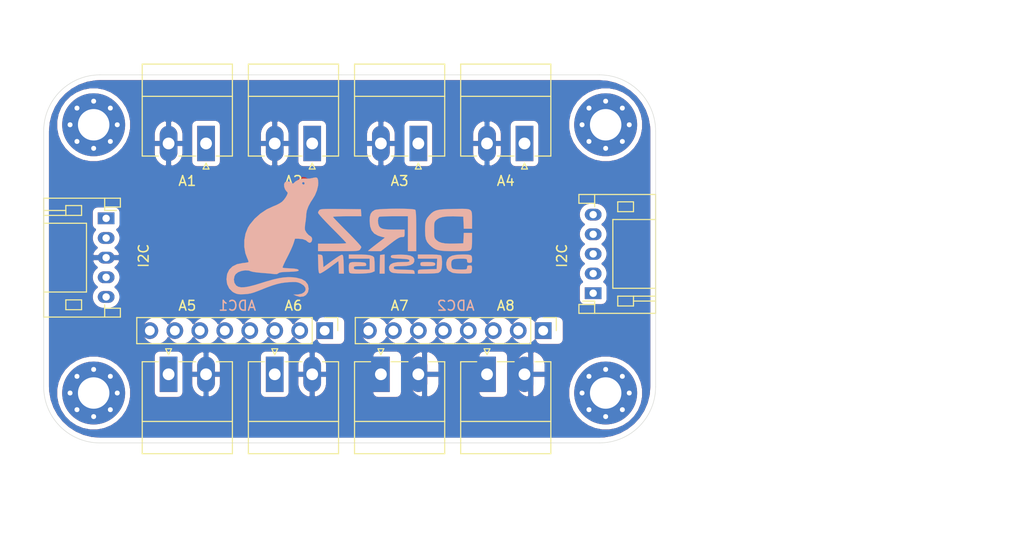
<source format=kicad_pcb>
(kicad_pcb (version 20171130) (host pcbnew "(5.1.7)-1")

  (general
    (thickness 1.6)
    (drawings 8)
    (tracks 0)
    (zones 0)
    (modules 17)
    (nets 39)
  )

  (page A4)
  (layers
    (0 F.Cu signal)
    (31 B.Cu signal)
    (32 B.Adhes user)
    (33 F.Adhes user)
    (34 B.Paste user)
    (35 F.Paste user)
    (36 B.SilkS user hide)
    (37 F.SilkS user)
    (38 B.Mask user)
    (39 F.Mask user)
    (40 Dwgs.User user)
    (41 Cmts.User user)
    (42 Eco1.User user)
    (43 Eco2.User user)
    (44 Edge.Cuts user)
    (45 Margin user)
    (46 B.CrtYd user)
    (47 F.CrtYd user)
    (48 B.Fab user hide)
    (49 F.Fab user hide)
  )

  (setup
    (last_trace_width 0.25)
    (trace_clearance 0.2)
    (zone_clearance 0.508)
    (zone_45_only no)
    (trace_min 0.2)
    (via_size 0.8)
    (via_drill 0.4)
    (via_min_size 0.4)
    (via_min_drill 0.3)
    (uvia_size 0.3)
    (uvia_drill 0.1)
    (uvias_allowed no)
    (uvia_min_size 0.2)
    (uvia_min_drill 0.1)
    (edge_width 0.05)
    (segment_width 0.2)
    (pcb_text_width 0.3)
    (pcb_text_size 1.5 1.5)
    (mod_edge_width 0.12)
    (mod_text_size 1 1)
    (mod_text_width 0.15)
    (pad_size 1.524 1.524)
    (pad_drill 0.762)
    (pad_to_mask_clearance 0)
    (aux_axis_origin 0 0)
    (visible_elements 7FFFFFFF)
    (pcbplotparams
      (layerselection 0x010fc_ffffffff)
      (usegerberextensions false)
      (usegerberattributes true)
      (usegerberadvancedattributes true)
      (creategerberjobfile true)
      (excludeedgelayer true)
      (linewidth 0.100000)
      (plotframeref false)
      (viasonmask false)
      (mode 1)
      (useauxorigin false)
      (hpglpennumber 1)
      (hpglpenspeed 20)
      (hpglpendiameter 15.000000)
      (psnegative false)
      (psa4output false)
      (plotreference true)
      (plotvalue true)
      (plotinvisibletext false)
      (padsonsilk false)
      (subtractmaskfromsilk false)
      (outputformat 1)
      (mirror false)
      (drillshape 1)
      (scaleselection 1)
      (outputdirectory ""))
  )

  (net 0 "")
  (net 1 "Net-(J1-Pad4)")
  (net 2 "Net-(J1-Pad5)")
  (net 3 "Net-(J2-Pad1)")
  (net 4 "Net-(J3-Pad1)")
  (net 5 "Net-(J4-Pad1)")
  (net 6 "Net-(J4-Pad2)")
  (net 7 "Net-(J4-Pad3)")
  (net 8 "Net-(J4-Pad4)")
  (net 9 "Net-(J4-Pad5)")
  (net 10 "Net-(J4-Pad6)")
  (net 11 "Net-(J4-Pad7)")
  (net 12 "Net-(J4-Pad8)")
  (net 13 "Net-(J5-Pad1)")
  (net 14 "Net-(J6-Pad1)")
  (net 15 +5V)
  (net 16 +3V3)
  (net 17 GND)
  (net 18 "Net-(J7-Pad1)")
  (net 19 "Net-(J8-Pad1)")
  (net 20 "Net-(J8-Pad2)")
  (net 21 "Net-(J8-Pad3)")
  (net 22 "Net-(J8-Pad4)")
  (net 23 "Net-(J8-Pad5)")
  (net 24 "Net-(J8-Pad6)")
  (net 25 "Net-(J8-Pad7)")
  (net 26 "Net-(J8-Pad8)")
  (net 27 "Net-(J9-Pad1)")
  (net 28 "Net-(J10-Pad1)")
  (net 29 "Net-(J11-Pad1)")
  (net 30 "Net-(H1-Pad1)")
  (net 31 "Net-(H2-Pad1)")
  (net 32 "Net-(H3-Pad1)")
  (net 33 "Net-(H4-Pad1)")
  (net 34 "Net-(J12-Pad1)")
  (net 35 "Net-(J12-Pad2)")
  (net 36 "Net-(J12-Pad3)")
  (net 37 "Net-(J12-Pad4)")
  (net 38 "Net-(J12-Pad5)")

  (net_class Default "This is the default net class."
    (clearance 0.2)
    (trace_width 0.25)
    (via_dia 0.8)
    (via_drill 0.4)
    (uvia_dia 0.3)
    (uvia_drill 0.1)
    (add_net +3V3)
    (add_net +5V)
    (add_net GND)
    (add_net "Net-(H1-Pad1)")
    (add_net "Net-(H2-Pad1)")
    (add_net "Net-(H3-Pad1)")
    (add_net "Net-(H4-Pad1)")
    (add_net "Net-(J1-Pad4)")
    (add_net "Net-(J1-Pad5)")
    (add_net "Net-(J10-Pad1)")
    (add_net "Net-(J11-Pad1)")
    (add_net "Net-(J12-Pad1)")
    (add_net "Net-(J12-Pad2)")
    (add_net "Net-(J12-Pad3)")
    (add_net "Net-(J12-Pad4)")
    (add_net "Net-(J12-Pad5)")
    (add_net "Net-(J2-Pad1)")
    (add_net "Net-(J3-Pad1)")
    (add_net "Net-(J4-Pad1)")
    (add_net "Net-(J4-Pad2)")
    (add_net "Net-(J4-Pad3)")
    (add_net "Net-(J4-Pad4)")
    (add_net "Net-(J4-Pad5)")
    (add_net "Net-(J4-Pad6)")
    (add_net "Net-(J4-Pad7)")
    (add_net "Net-(J4-Pad8)")
    (add_net "Net-(J5-Pad1)")
    (add_net "Net-(J6-Pad1)")
    (add_net "Net-(J7-Pad1)")
    (add_net "Net-(J8-Pad1)")
    (add_net "Net-(J8-Pad2)")
    (add_net "Net-(J8-Pad3)")
    (add_net "Net-(J8-Pad4)")
    (add_net "Net-(J8-Pad5)")
    (add_net "Net-(J8-Pad6)")
    (add_net "Net-(J8-Pad7)")
    (add_net "Net-(J8-Pad8)")
    (add_net "Net-(J9-Pad1)")
  )

  (module drz-lib:LOGO_DRZ_DESIGN (layer B.Cu) (tedit 5FA322F3) (tstamp 5FDC17F9)
    (at 126.365 108.585 180)
    (fp_text reference G*** (at 0 6.985) (layer B.SilkS) hide
      (effects (font (size 1.524 1.524) (thickness 0.3)) (justify mirror))
    )
    (fp_text value LOGO (at 0 -6.985) (layer B.SilkS) hide
      (effects (font (size 1.524 1.524) (thickness 0.3)) (justify mirror))
    )
    (fp_poly (pts (xy 2.434127 2.860999) (xy 2.702364 2.848908) (xy 2.883868 2.82867) (xy 2.999277 2.799228)
      (xy 3.06923 2.759521) (xy 3.082797 2.747108) (xy 3.192341 2.577306) (xy 3.217333 2.469519)
      (xy 3.159533 2.371733) (xy 2.997225 2.173903) (xy 2.747043 1.894297) (xy 2.425626 1.551183)
      (xy 2.049607 1.162828) (xy 1.778 0.889001) (xy 1.376087 0.485037) (xy 1.017417 0.119608)
      (xy 0.718476 -0.190084) (xy 0.49575 -0.426837) (xy 0.365723 -0.573449) (xy 0.338666 -0.612899)
      (xy 0.418747 -0.634044) (xy 0.640663 -0.652273) (xy 0.976924 -0.666357) (xy 1.400039 -0.675064)
      (xy 1.778 -0.677333) (xy 3.217333 -0.677333) (xy 3.217333 -1.439333) (xy 1.156122 -1.439333)
      (xy 0.508221 -1.438445) (xy 0.008573 -1.434793) (xy -0.363899 -1.426895) (xy -0.630272 -1.413268)
      (xy -0.811621 -1.392429) (xy -0.929022 -1.362897) (xy -1.003553 -1.323189) (xy -1.045212 -1.284499)
      (xy -1.154927 -1.117211) (xy -1.185334 -1.008399) (xy -1.127629 -0.916836) (xy -0.965577 -0.724723)
      (xy -0.715772 -0.450033) (xy -0.394808 -0.110734) (xy -0.019279 0.275202) (xy 0.254 0.550334)
      (xy 0.655912 0.954297) (xy 1.014582 1.319726) (xy 1.313523 1.629418) (xy 1.536249 1.866171)
      (xy 1.666276 2.012783) (xy 1.693333 2.052233) (xy 1.613244 2.073344) (xy 1.391274 2.091552)
      (xy 1.054867 2.105633) (xy 0.631465 2.114361) (xy 0.249131 2.116667) (xy -1.19507 2.116667)
      (xy -1.169035 2.4765) (xy -1.143 2.836334) (xy 0.90263 2.858989) (xy 1.554899 2.86498)
      (xy 2.058519 2.866004) (xy 2.434127 2.860999)) (layer B.SilkS) (width 0.01))
    (fp_poly (pts (xy -4.434325 2.885794) (xy -3.920465 2.875206) (xy -3.445606 2.856894) (xy -3.039475 2.831036)
      (xy -2.731802 2.797813) (xy -2.552312 2.757404) (xy -2.540936 2.752151) (xy -2.289664 2.583516)
      (xy -2.133229 2.366631) (xy -2.053458 2.062246) (xy -2.032132 1.653328) (xy -2.080108 1.101005)
      (xy -2.231399 0.67489) (xy -2.497461 0.358937) (xy -2.889751 0.137103) (xy -3.180517 0.045016)
      (xy -3.581009 -0.056672) (xy -2.721838 -0.718362) (xy -2.399455 -0.968823) (xy -2.132229 -1.180579)
      (xy -1.945393 -1.333328) (xy -1.86418 -1.406766) (xy -1.862667 -1.409693) (xy -1.940542 -1.423454)
      (xy -2.147023 -1.433345) (xy -2.4414 -1.437631) (xy -2.518834 -1.437638) (xy -3.175 -1.435942)
      (xy -4.094644 -0.717971) (xy -4.491065 -0.414775) (xy -4.785605 -0.206936) (xy -5.004357 -0.078925)
      (xy -5.173418 -0.015211) (xy -5.301144 0) (xy -5.477411 0.008683) (xy -5.560881 0.065449)
      (xy -5.586243 0.21637) (xy -5.588 0.381) (xy -5.588 0.762) (xy -4.533651 0.762)
      (xy -3.996916 0.769976) (xy -3.603016 0.798271) (xy -3.32601 0.853439) (xy -3.139961 0.94203)
      (xy -3.01893 1.070599) (xy -2.97267 1.156321) (xy -2.898149 1.410194) (xy -2.878414 1.682706)
      (xy -2.910956 1.916732) (xy -2.993265 2.055144) (xy -3.012592 2.065275) (xy -3.139422 2.082594)
      (xy -3.4039 2.097422) (xy -3.774344 2.108692) (xy -4.219074 2.115336) (xy -4.536592 2.116667)
      (xy -5.926667 2.116667) (xy -5.926667 -1.439333) (xy -6.773334 -1.439333) (xy -6.773334 0.618067)
      (xy -6.770557 1.330273) (xy -6.76184 1.885581) (xy -6.746601 2.296346) (xy -6.724259 2.574918)
      (xy -6.694233 2.733649) (xy -6.671734 2.777067) (xy -6.548157 2.816591) (xy -6.285213 2.847315)
      (xy -5.91263 2.869418) (xy -5.460135 2.883079) (xy -4.957458 2.888478) (xy -4.434325 2.885794)) (layer B.SilkS) (width 0.01))
    (fp_poly (pts (xy -10.933481 2.870305) (xy -10.592021 2.863914) (xy -9.952512 2.84814) (xy -9.454879 2.820997)
      (xy -9.071708 2.774894) (xy -8.775583 2.702245) (xy -8.53909 2.595462) (xy -8.334813 2.446955)
      (xy -8.135338 2.249137) (xy -8.057708 2.162436) (xy -7.886392 1.944765) (xy -7.772298 1.72742)
      (xy -7.704712 1.468592) (xy -7.67292 1.126471) (xy -7.66621 0.65925) (xy -7.666324 0.635)
      (xy -7.685586 0.150829) (xy -7.749654 -0.212138) (xy -7.876752 -0.499929) (xy -8.085103 -0.758573)
      (xy -8.294472 -0.951574) (xy -8.505705 -1.115911) (xy -8.721991 -1.239302) (xy -8.971515 -1.327379)
      (xy -9.282463 -1.385777) (xy -9.683018 -1.420126) (xy -10.201367 -1.436059) (xy -10.735276 -1.439333)
      (xy -11.280726 -1.436949) (xy -11.681398 -1.428422) (xy -11.961796 -1.411683) (xy -12.146427 -1.384666)
      (xy -12.259796 -1.345305) (xy -12.312953 -1.306285) (xy -12.380179 -1.194998) (xy -12.421649 -1.003052)
      (xy -12.441936 -0.69843) (xy -12.446 -0.374952) (xy -12.446 0.423334) (xy -11.607414 0.423334)
      (xy -11.557 -0.635) (xy -10.795 -0.661511) (xy -10.176749 -0.670381) (xy -9.699077 -0.645557)
      (xy -9.335787 -0.582663) (xy -9.060681 -0.477322) (xy -8.86246 -0.338723) (xy -8.738679 -0.22224)
      (xy -8.660283 -0.113505) (xy -8.616906 0.02829) (xy -8.598186 0.243954) (xy -8.593758 0.574295)
      (xy -8.593667 0.719667) (xy -8.595611 1.098226) (xy -8.608337 1.348247) (xy -8.642183 1.510523)
      (xy -8.707492 1.625849) (xy -8.814602 1.73502) (xy -8.861782 1.777452) (xy -9.110427 1.934819)
      (xy -9.457037 2.040862) (xy -9.920563 2.098622) (xy -10.519959 2.111141) (xy -10.879667 2.10126)
      (xy -11.557 2.074334) (xy -11.581876 1.4605) (xy -11.606752 0.846667) (xy -12.446 0.846667)
      (xy -12.446 1.72962) (xy -12.446648 2.11096) (xy -12.43472 2.398617) (xy -12.389399 2.605325)
      (xy -12.289875 2.743817) (xy -12.115334 2.826828) (xy -11.844964 2.86709) (xy -11.45795 2.877338)
      (xy -10.933481 2.870305)) (layer B.SilkS) (width 0.01))
    (fp_poly (pts (xy -7.564306 -2.541977) (xy -7.352965 -2.554551) (xy -7.243673 -2.587686) (xy -7.202788 -2.651345)
      (xy -7.196667 -2.751666) (xy -7.203239 -2.854016) (xy -7.245264 -2.916551) (xy -7.356206 -2.949078)
      (xy -7.569529 -2.961403) (xy -7.918697 -2.963333) (xy -7.918991 -2.963333) (xy -8.295058 -2.956073)
      (xy -8.530786 -2.931258) (xy -8.654666 -2.884335) (xy -8.688494 -2.840387) (xy -8.709381 -2.704542)
      (xy -8.634051 -2.614912) (xy -8.441607 -2.56342) (xy -8.11115 -2.541989) (xy -7.911337 -2.54)
      (xy -7.564306 -2.541977)) (layer B.SilkS) (width 0.01))
    (fp_poly (pts (xy 3.198994 -2.723589) (xy 3.185 -3.146541) (xy 3.165092 -3.428393) (xy 3.134571 -3.597374)
      (xy 3.088736 -3.681711) (xy 3.035133 -3.707762) (xy 2.917214 -3.669852) (xy 2.695611 -3.547038)
      (xy 2.400717 -3.35784) (xy 2.062924 -3.120779) (xy 2.019133 -3.088656) (xy 1.143 -2.442759)
      (xy 1.118271 -3.084046) (xy 1.093543 -3.725333) (xy 0.58712 -3.725333) (xy 0.61106 -2.773846)
      (xy 0.625094 -2.352352) (xy 0.645125 -2.07188) (xy 0.675891 -1.904123) (xy 0.722132 -1.820775)
      (xy 0.774866 -1.79557) (xy 0.892774 -1.83349) (xy 1.114357 -1.956332) (xy 1.409227 -2.145571)
      (xy 1.746994 -2.382686) (xy 1.790866 -2.414878) (xy 2.667 -3.060976) (xy 2.709333 -2.440654)
      (xy 2.734254 -2.121902) (xy 2.765601 -1.934577) (xy 2.819531 -1.841054) (xy 2.912202 -1.803705)
      (xy 2.987328 -1.79327) (xy 3.222989 -1.766206) (xy 3.198994 -2.723589)) (layer B.SilkS) (width 0.01))
    (fp_poly (pts (xy 0.084666 -2.201333) (xy -2.032 -2.201333) (xy -2.032 -3.302) (xy -1.227667 -3.302)
      (xy -0.853831 -3.299443) (xy -0.617891 -3.287363) (xy -0.488439 -3.259148) (xy -0.434062 -3.208185)
      (xy -0.423334 -3.132666) (xy -0.438205 -3.046407) (xy -0.506114 -2.995638) (xy -0.662005 -2.971127)
      (xy -0.940819 -2.963641) (xy -1.064222 -2.963333) (xy -1.388625 -2.960533) (xy -1.577562 -2.94513)
      (xy -1.664886 -2.906616) (xy -1.684453 -2.834486) (xy -1.678056 -2.772833) (xy -1.651778 -2.677429)
      (xy -1.582392 -2.618346) (xy -1.434124 -2.584631) (xy -1.171201 -2.56533) (xy -0.973951 -2.557229)
      (xy -0.535552 -2.544841) (xy -0.238694 -2.555976) (xy -0.05581 -2.605427) (xy 0.040666 -2.707983)
      (xy 0.078303 -2.878436) (xy 0.084666 -3.125221) (xy 0.071829 -3.430798) (xy 0.027711 -3.603038)
      (xy -0.049259 -3.673941) (xy -0.240046 -3.708557) (xy -0.551572 -3.725534) (xy -0.936342 -3.726477)
      (xy -1.346859 -3.712989) (xy -1.735626 -3.686675) (xy -2.055146 -3.649139) (xy -2.257923 -3.601985)
      (xy -2.264834 -3.599106) (xy -2.54 -3.479507) (xy -2.538704 -2.819253) (xy -2.530292 -2.492034)
      (xy -2.509212 -2.226308) (xy -2.479684 -2.07131) (xy -2.473481 -2.058463) (xy -2.338672 -1.940669)
      (xy -2.095716 -1.857169) (xy -1.727425 -1.804848) (xy -1.216615 -1.780591) (xy -0.925822 -1.778)
      (xy 0.084666 -1.778) (xy 0.084666 -2.201333)) (layer B.SilkS) (width 0.01))
    (fp_poly (pts (xy -3.323167 -1.793542) (xy -3.090334 -1.820333) (xy -3.066394 -2.772833) (xy -3.042455 -3.725333)
      (xy -3.556 -3.725333) (xy -3.556 -1.766752) (xy -3.323167 -1.793542)) (layer B.SilkS) (width 0.01))
    (fp_poly (pts (xy -4.995334 -1.793985) (xy -4.621029 -1.809069) (xy -4.384748 -1.829672) (xy -4.255197 -1.863405)
      (xy -4.201079 -1.917883) (xy -4.191 -1.989666) (xy -4.203422 -2.064468) (xy -4.260112 -2.115782)
      (xy -4.39021 -2.150238) (xy -4.622854 -2.174463) (xy -4.987183 -2.195088) (xy -5.121417 -2.201333)
      (xy -5.535916 -2.223583) (xy -5.810166 -2.249203) (xy -5.973234 -2.283969) (xy -6.054187 -2.333655)
      (xy -6.080125 -2.391833) (xy -6.07671 -2.46299) (xy -6.012939 -2.507061) (xy -5.858249 -2.530351)
      (xy -5.582078 -2.539166) (xy -5.361375 -2.540131) (xy -4.812974 -2.565352) (xy -4.414616 -2.644091)
      (xy -4.154127 -2.781294) (xy -4.019332 -2.981906) (xy -3.996392 -3.094659) (xy -4.035645 -3.365558)
      (xy -4.153174 -3.517993) (xy -4.248542 -3.586485) (xy -4.378745 -3.635028) (xy -4.57461 -3.668116)
      (xy -4.866967 -3.690241) (xy -5.286643 -3.705896) (xy -5.47638 -3.710852) (xy -6.61753 -3.738704)
      (xy -6.589599 -3.541519) (xy -6.57125 -3.458954) (xy -6.524742 -3.402555) (xy -6.421393 -3.366373)
      (xy -6.232522 -3.344456) (xy -5.929447 -3.330856) (xy -5.5245 -3.32056) (xy -5.089952 -3.308798)
      (xy -4.797039 -3.293711) (xy -4.618074 -3.270214) (xy -4.525367 -3.233221) (xy -4.491231 -3.177647)
      (xy -4.487334 -3.13006) (xy -4.501297 -3.049065) (xy -4.565177 -2.999529) (xy -4.711958 -2.973839)
      (xy -4.974625 -2.964383) (xy -5.20972 -2.963333) (xy -5.773018 -2.935714) (xy -6.18266 -2.851376)
      (xy -6.445316 -2.708095) (xy -6.565853 -2.511131) (xy -6.575966 -2.239851) (xy -6.44951 -2.034559)
      (xy -6.181019 -1.89276) (xy -5.76503 -1.811958) (xy -5.196077 -1.789659) (xy -4.995334 -1.793985)) (layer B.SilkS) (width 0.01))
    (fp_poly (pts (xy -6.942667 -2.201333) (xy -8.898081 -2.201333) (xy -8.872874 -2.7305) (xy -8.847667 -3.259666)
      (xy -7.895167 -3.283606) (xy -7.483155 -3.295081) (xy -7.211292 -3.309532) (xy -7.050443 -3.334081)
      (xy -6.971473 -3.375849) (xy -6.945248 -3.441959) (xy -6.942667 -3.516439) (xy -6.942667 -3.725333)
      (xy -7.895167 -3.719966) (xy -8.298662 -3.711107) (xy -8.65497 -3.691267) (xy -8.920614 -3.663577)
      (xy -9.039399 -3.637572) (xy -9.214397 -3.501901) (xy -9.314565 -3.341094) (xy -9.364819 -3.11942)
      (xy -9.391431 -2.817456) (xy -9.395061 -2.488251) (xy -9.376368 -2.184853) (xy -9.336011 -1.960309)
      (xy -9.296401 -1.8796) (xy -9.163262 -1.830668) (xy -8.874754 -1.797891) (xy -8.42579 -1.780849)
      (xy -8.068734 -1.778) (xy -6.942667 -1.778) (xy -6.942667 -2.201333)) (layer B.SilkS) (width 0.01))
    (fp_poly (pts (xy -10.89024 -1.805015) (xy -10.44137 -1.889624) (xy -10.125407 -2.041147) (xy -9.927793 -2.268432)
      (xy -9.83397 -2.58033) (xy -9.821334 -2.790659) (xy -9.882102 -3.159333) (xy -10.072055 -3.427607)
      (xy -10.402666 -3.609766) (xy -10.505717 -3.642688) (xy -10.711792 -3.677292) (xy -11.021378 -3.701715)
      (xy -11.384191 -3.71523) (xy -11.749946 -3.717108) (xy -12.06836 -3.70662) (xy -12.289149 -3.683039)
      (xy -12.340167 -3.66926) (xy -12.409024 -3.560531) (xy -12.443986 -3.333027) (xy -12.446 -3.252611)
      (xy -12.438264 -3.021123) (xy -12.39406 -2.912534) (xy -12.281898 -2.880481) (xy -12.192 -2.878666)
      (xy -12.010474 -2.901447) (xy -11.944066 -2.998287) (xy -11.938 -3.090333) (xy -11.931158 -3.1938)
      (xy -11.888014 -3.256483) (xy -11.774645 -3.288598) (xy -11.557126 -3.300363) (xy -11.235267 -3.302)
      (xy -10.842786 -3.289219) (xy -10.564507 -3.253217) (xy -10.430934 -3.2004) (xy -10.367317 -3.056714)
      (xy -10.331928 -2.821299) (xy -10.329334 -2.737712) (xy -10.349781 -2.504327) (xy -10.429324 -2.349124)
      (xy -10.595269 -2.256976) (xy -10.874918 -2.212755) (xy -11.295577 -2.201333) (xy -11.297434 -2.201333)
      (xy -11.622146 -2.203916) (xy -11.813045 -2.219488) (xy -11.905645 -2.259786) (xy -11.935463 -2.336544)
      (xy -11.938 -2.413) (xy -11.965338 -2.564272) (xy -12.081546 -2.619611) (xy -12.192 -2.624666)
      (xy -12.349539 -2.613175) (xy -12.423233 -2.547717) (xy -12.444824 -2.381811) (xy -12.446 -2.252725)
      (xy -12.436997 -2.047653) (xy -12.390702 -1.912081) (xy -12.27819 -1.831711) (xy -12.070535 -1.792244)
      (xy -11.738812 -1.779382) (xy -11.486576 -1.778472) (xy -10.89024 -1.805015)) (layer B.SilkS) (width 0.01))
    (fp_poly (pts (xy 3.660334 6.039737) (xy 3.763202 6.012584) (xy 4.070436 5.95579) (xy 4.370158 5.944922)
      (xy 4.448211 5.953121) (xy 4.791246 5.948737) (xy 5.157316 5.852219) (xy 5.472401 5.687897)
      (xy 5.599577 5.574651) (xy 5.722914 5.453331) (xy 5.817933 5.456816) (xy 5.912248 5.532619)
      (xy 6.131577 5.646678) (xy 6.380501 5.663153) (xy 6.580321 5.57756) (xy 6.587066 5.571067)
      (xy 6.673172 5.377319) (xy 6.659826 5.115631) (xy 6.561789 4.843079) (xy 6.393824 4.616737)
      (xy 6.32616 4.562319) (xy 6.307058 4.457074) (xy 6.376799 4.266647) (xy 6.511439 4.03216)
      (xy 6.687031 3.794733) (xy 6.87963 3.595486) (xy 6.898392 3.579665) (xy 7.141066 3.419256)
      (xy 7.467925 3.252728) (xy 7.747426 3.138881) (xy 8.428904 2.824804) (xy 9.084559 2.386048)
      (xy 9.673676 1.856784) (xy 10.155542 1.271177) (xy 10.351372 0.953606) (xy 10.588553 0.360947)
      (xy 10.711053 -0.302928) (xy 10.717686 -0.988089) (xy 10.60727 -1.644608) (xy 10.42461 -2.134574)
      (xy 10.328889 -2.354347) (xy 10.28544 -2.508716) (xy 10.288397 -2.542261) (xy 10.385274 -2.578719)
      (xy 10.602806 -2.616356) (xy 10.874016 -2.645205) (xy 11.450092 -2.75686) (xy 11.911895 -2.98526)
      (xy 12.251325 -3.322387) (xy 12.46028 -3.760227) (xy 12.530666 -4.284457) (xy 12.459787 -4.795047)
      (xy 12.256006 -5.227323) (xy 11.93261 -5.557347) (xy 11.768666 -5.657471) (xy 11.545156 -5.759135)
      (xy 11.332153 -5.813606) (xy 11.069511 -5.830017) (xy 10.710333 -5.818209) (xy 10.369953 -5.78988)
      (xy 10.060804 -5.735196) (xy 9.73072 -5.640515) (xy 9.327536 -5.492196) (xy 9.074041 -5.390311)
      (xy 8.410112 -5.126273) (xy 7.861923 -4.927759) (xy 7.393562 -4.784951) (xy 6.969121 -4.688034)
      (xy 6.55269 -4.627189) (xy 6.168325 -4.595919) (xy 5.770945 -4.577407) (xy 5.49233 -4.580904)
      (xy 5.282688 -4.612239) (xy 5.092225 -4.677242) (xy 4.961504 -4.737216) (xy 4.65202 -4.945143)
      (xy 4.496611 -5.175819) (xy 4.486638 -5.405096) (xy 4.613465 -5.608831) (xy 4.868455 -5.762877)
      (xy 5.242971 -5.843089) (xy 5.35915 -5.848876) (xy 5.715 -5.855753) (xy 5.461 -5.972057)
      (xy 5.066287 -6.08303) (xy 4.706341 -6.049778) (xy 4.446862 -5.9055) (xy 4.242479 -5.622936)
      (xy 4.16929 -5.270569) (xy 4.234372 -4.893783) (xy 4.27427 -4.798567) (xy 4.504397 -4.500495)
      (xy 4.876016 -4.282361) (xy 5.393103 -4.142291) (xy 5.764612 -4.095793) (xy 6.216641 -4.078461)
      (xy 6.684569 -4.106826) (xy 7.198312 -4.186278) (xy 7.78779 -4.322209) (xy 8.482918 -4.520013)
      (xy 8.974666 -4.674344) (xy 9.681923 -4.889778) (xy 10.253703 -5.034021) (xy 10.707398 -5.108712)
      (xy 11.060401 -5.115491) (xy 11.330107 -5.055997) (xy 11.533909 -4.931869) (xy 11.550155 -4.917074)
      (xy 11.721336 -4.649745) (xy 11.775233 -4.318034) (xy 11.709449 -3.981958) (xy 11.595482 -3.782001)
      (xy 11.348068 -3.584523) (xy 11.000427 -3.449624) (xy 10.613856 -3.389046) (xy 10.249649 -3.414533)
      (xy 10.048612 -3.485634) (xy 9.892034 -3.531182) (xy 9.608689 -3.579098) (xy 9.240926 -3.623245)
      (xy 8.890011 -3.653478) (xy 8.473507 -3.685775) (xy 8.095037 -3.720222) (xy 7.800968 -3.752306)
      (xy 7.65482 -3.773783) (xy 7.392169 -3.772375) (xy 7.261557 -3.693461) (xy 7.154362 -3.63033)
      (xy 6.962286 -3.586113) (xy 6.657888 -3.556877) (xy 6.213727 -3.538686) (xy 6.175302 -3.537689)
      (xy 5.686644 -3.516478) (xy 5.362034 -3.481705) (xy 5.203531 -3.433626) (xy 5.188071 -3.415018)
      (xy 5.215411 -3.322711) (xy 5.375518 -3.255231) (xy 5.680333 -3.209671) (xy 6.14048 -3.183167)
      (xy 6.451691 -3.166836) (xy 6.692176 -3.143023) (xy 6.81599 -3.116482) (xy 6.821551 -3.11267)
      (xy 6.80313 -3.023492) (xy 6.717445 -2.814991) (xy 6.577794 -2.516785) (xy 6.397477 -2.15849)
      (xy 6.365879 -2.097829) (xy 6.155237 -1.679861) (xy 5.96012 -1.264959) (xy 5.802888 -0.902369)
      (xy 5.708882 -0.650919) (xy 5.557075 -0.169333) (xy 5.197049 -0.169333) (xy 4.787062 -0.21089)
      (xy 4.461292 -0.32625) (xy 4.27697 -0.478202) (xy 4.12056 -0.575465) (xy 4.01607 -0.580013)
      (xy 3.884916 -0.482685) (xy 3.819861 -0.299382) (xy 3.828133 -0.101029) (xy 3.916964 0.04145)
      (xy 3.950894 0.059381) (xy 4.171573 0.205575) (xy 4.384418 0.439695) (xy 4.526618 0.689509)
      (xy 4.542183 0.739396) (xy 4.555551 0.934337) (xy 4.535643 1.219153) (xy 4.505593 1.423328)
      (xy 4.454582 1.777275) (xy 4.422653 2.138292) (xy 4.417334 2.296401) (xy 4.35843 2.675489)
      (xy 4.197515 3.118525) (xy 3.955998 3.573525) (xy 3.790614 3.818114) (xy 3.529 4.251706)
      (xy 3.328587 4.739698) (xy 3.212464 5.217413) (xy 3.200808 5.382872) (xy 4.599434 5.382872)
      (xy 4.691944 5.334) (xy 4.808576 5.40217) (xy 4.840615 5.473627) (xy 4.791386 5.572373)
      (xy 4.664452 5.592568) (xy 4.587548 5.511432) (xy 4.599434 5.382872) (xy 3.200808 5.382872)
      (xy 3.193124 5.491928) (xy 3.215882 5.821399) (xy 3.283854 6.006557) (xy 3.423263 6.071353)
      (xy 3.660334 6.039737)) (layer B.SilkS) (width 0.01))
    (pad 1 smd circle (at 4.725 5.451 180) (size 0.3 0.3) (layers B.Cu B.Paste B.Mask))
  )

  (module Connectors_JST:JST_PH_S5B-PH-K_05x2.00mm_Angled (layer F.Cu) (tedit 58D3FE32) (tstamp 5FDC07E3)
    (at 151.13 114.3 90)
    (descr "JST PH series connector, S5B-PH-K, side entry type, through hole, Datasheet: http://www.jst-mfg.com/product/pdf/eng/ePH.pdf")
    (tags "connector jst ph")
    (path /5FDF98FD)
    (fp_text reference I2C (at 3.81 -3.175 90) (layer F.SilkS)
      (effects (font (size 1 1) (thickness 0.15)))
    )
    (fp_text value I2C (at 4 7.25 90) (layer F.Fab)
      (effects (font (size 1 1) (thickness 0.15)))
    )
    (fp_line (start 0.5 1.35) (end 0 0.85) (layer F.Fab) (width 0.1))
    (fp_line (start -0.5 1.35) (end 0.5 1.35) (layer F.Fab) (width 0.1))
    (fp_line (start 0 0.85) (end -0.5 1.35) (layer F.Fab) (width 0.1))
    (fp_line (start -0.8 0.15) (end -0.8 -1.05) (layer F.SilkS) (width 0.12))
    (fp_line (start 9.25 0.25) (end -1.25 0.25) (layer F.Fab) (width 0.1))
    (fp_line (start 9.25 -1.35) (end 9.25 0.25) (layer F.Fab) (width 0.1))
    (fp_line (start 9.95 -1.35) (end 9.25 -1.35) (layer F.Fab) (width 0.1))
    (fp_line (start 9.95 6.25) (end 9.95 -1.35) (layer F.Fab) (width 0.1))
    (fp_line (start -1.95 6.25) (end 9.95 6.25) (layer F.Fab) (width 0.1))
    (fp_line (start -1.95 -1.35) (end -1.95 6.25) (layer F.Fab) (width 0.1))
    (fp_line (start -1.25 -1.35) (end -1.95 -1.35) (layer F.Fab) (width 0.1))
    (fp_line (start -1.25 0.25) (end -1.25 -1.35) (layer F.Fab) (width 0.1))
    (fp_line (start 10.45 -1.85) (end -2.45 -1.85) (layer F.CrtYd) (width 0.05))
    (fp_line (start 10.45 6.75) (end 10.45 -1.85) (layer F.CrtYd) (width 0.05))
    (fp_line (start -2.45 6.75) (end 10.45 6.75) (layer F.CrtYd) (width 0.05))
    (fp_line (start -2.45 -1.85) (end -2.45 6.75) (layer F.CrtYd) (width 0.05))
    (fp_line (start -0.8 4.1) (end -0.8 6.35) (layer F.SilkS) (width 0.12))
    (fp_line (start -0.3 4.1) (end -0.3 6.35) (layer F.SilkS) (width 0.12))
    (fp_line (start 8.3 2.5) (end 9.3 2.5) (layer F.SilkS) (width 0.12))
    (fp_line (start 8.3 4.1) (end 8.3 2.5) (layer F.SilkS) (width 0.12))
    (fp_line (start 9.3 4.1) (end 8.3 4.1) (layer F.SilkS) (width 0.12))
    (fp_line (start 9.3 2.5) (end 9.3 4.1) (layer F.SilkS) (width 0.12))
    (fp_line (start -0.3 2.5) (end -1.3 2.5) (layer F.SilkS) (width 0.12))
    (fp_line (start -0.3 4.1) (end -0.3 2.5) (layer F.SilkS) (width 0.12))
    (fp_line (start -1.3 4.1) (end -0.3 4.1) (layer F.SilkS) (width 0.12))
    (fp_line (start -1.3 2.5) (end -1.3 4.1) (layer F.SilkS) (width 0.12))
    (fp_line (start 10.05 0.15) (end 9.15 0.15) (layer F.SilkS) (width 0.12))
    (fp_line (start -2.05 0.15) (end -1.15 0.15) (layer F.SilkS) (width 0.12))
    (fp_line (start 9.15 0.15) (end 8.8 0.15) (layer F.SilkS) (width 0.12))
    (fp_line (start 9.15 -1.45) (end 9.15 0.15) (layer F.SilkS) (width 0.12))
    (fp_line (start 10.05 -1.45) (end 9.15 -1.45) (layer F.SilkS) (width 0.12))
    (fp_line (start 10.05 6.35) (end 10.05 -1.45) (layer F.SilkS) (width 0.12))
    (fp_line (start -2.05 6.35) (end 10.05 6.35) (layer F.SilkS) (width 0.12))
    (fp_line (start -2.05 -1.45) (end -2.05 6.35) (layer F.SilkS) (width 0.12))
    (fp_line (start -1.15 -1.45) (end -2.05 -1.45) (layer F.SilkS) (width 0.12))
    (fp_line (start -1.15 0.15) (end -1.15 -1.45) (layer F.SilkS) (width 0.12))
    (fp_line (start -0.8 0.15) (end -1.15 0.15) (layer F.SilkS) (width 0.12))
    (fp_line (start 7.5 2) (end 7.5 6.35) (layer F.SilkS) (width 0.12))
    (fp_line (start 0.5 2) (end 7.5 2) (layer F.SilkS) (width 0.12))
    (fp_line (start 0.5 6.35) (end 0.5 2) (layer F.SilkS) (width 0.12))
    (fp_text user %R (at 4 2.5 90) (layer F.Fab)
      (effects (font (size 1 1) (thickness 0.15)))
    )
    (pad 1 thru_hole rect (at 0 0 90) (size 1.2 1.7) (drill 0.75) (layers *.Cu *.Mask)
      (net 34 "Net-(J12-Pad1)"))
    (pad 2 thru_hole oval (at 2 0 90) (size 1.2 1.7) (drill 0.75) (layers *.Cu *.Mask)
      (net 35 "Net-(J12-Pad2)"))
    (pad 3 thru_hole oval (at 4 0 90) (size 1.2 1.7) (drill 0.75) (layers *.Cu *.Mask)
      (net 36 "Net-(J12-Pad3)"))
    (pad 4 thru_hole oval (at 6 0 90) (size 1.2 1.7) (drill 0.75) (layers *.Cu *.Mask)
      (net 37 "Net-(J12-Pad4)"))
    (pad 5 thru_hole oval (at 8 0 90) (size 1.2 1.7) (drill 0.75) (layers *.Cu *.Mask)
      (net 38 "Net-(J12-Pad5)"))
    (model ${KISYS3DMOD}/Connectors_JST.3dshapes/JST_PH_S5B-PH-K_05x2.00mm_Angled.wrl
      (at (xyz 0 0 0))
      (scale (xyz 1 1 1))
      (rotate (xyz 0 0 0))
    )
  )

  (module Mounting_Holes:MountingHole_3.2mm_M3_Pad_Via (layer F.Cu) (tedit 56DDBCCA) (tstamp 5FDBF904)
    (at 100.33 124.46)
    (descr "Mounting Hole 3.2mm, M3")
    (tags "mounting hole 3.2mm m3")
    (path /5FDE492F)
    (attr virtual)
    (fp_text reference H4 (at 0 -4.2) (layer F.SilkS) hide
      (effects (font (size 1 1) (thickness 0.15)))
    )
    (fp_text value MountingHole_Pad (at 0 4.2) (layer F.Fab)
      (effects (font (size 1 1) (thickness 0.15)))
    )
    (fp_circle (center 0 0) (end 3.2 0) (layer Cmts.User) (width 0.15))
    (fp_circle (center 0 0) (end 3.45 0) (layer F.CrtYd) (width 0.05))
    (fp_text user %R (at 0.3 0) (layer F.Fab)
      (effects (font (size 1 1) (thickness 0.15)))
    )
    (pad 1 thru_hole circle (at 0 0) (size 6.4 6.4) (drill 3.2) (layers *.Cu *.Mask)
      (net 33 "Net-(H4-Pad1)"))
    (pad 1 thru_hole circle (at 2.4 0) (size 0.8 0.8) (drill 0.5) (layers *.Cu *.Mask)
      (net 33 "Net-(H4-Pad1)"))
    (pad 1 thru_hole circle (at 1.697056 1.697056) (size 0.8 0.8) (drill 0.5) (layers *.Cu *.Mask)
      (net 33 "Net-(H4-Pad1)"))
    (pad 1 thru_hole circle (at 0 2.4) (size 0.8 0.8) (drill 0.5) (layers *.Cu *.Mask)
      (net 33 "Net-(H4-Pad1)"))
    (pad 1 thru_hole circle (at -1.697056 1.697056) (size 0.8 0.8) (drill 0.5) (layers *.Cu *.Mask)
      (net 33 "Net-(H4-Pad1)"))
    (pad 1 thru_hole circle (at -2.4 0) (size 0.8 0.8) (drill 0.5) (layers *.Cu *.Mask)
      (net 33 "Net-(H4-Pad1)"))
    (pad 1 thru_hole circle (at -1.697056 -1.697056) (size 0.8 0.8) (drill 0.5) (layers *.Cu *.Mask)
      (net 33 "Net-(H4-Pad1)"))
    (pad 1 thru_hole circle (at 0 -2.4) (size 0.8 0.8) (drill 0.5) (layers *.Cu *.Mask)
      (net 33 "Net-(H4-Pad1)"))
    (pad 1 thru_hole circle (at 1.697056 -1.697056) (size 0.8 0.8) (drill 0.5) (layers *.Cu *.Mask)
      (net 33 "Net-(H4-Pad1)"))
  )

  (module Mounting_Holes:MountingHole_3.2mm_M3_Pad_Via (layer F.Cu) (tedit 56DDBCCA) (tstamp 5FDBF901)
    (at 152.4 124.46)
    (descr "Mounting Hole 3.2mm, M3")
    (tags "mounting hole 3.2mm m3")
    (path /5FDE4694)
    (attr virtual)
    (fp_text reference H3 (at 0 -4.2) (layer F.SilkS) hide
      (effects (font (size 1 1) (thickness 0.15)))
    )
    (fp_text value MountingHole_Pad (at 0 4.2) (layer F.Fab)
      (effects (font (size 1 1) (thickness 0.15)))
    )
    (fp_circle (center 0 0) (end 3.2 0) (layer Cmts.User) (width 0.15))
    (fp_circle (center 0 0) (end 3.45 0) (layer F.CrtYd) (width 0.05))
    (fp_text user %R (at 0.3 0) (layer F.Fab)
      (effects (font (size 1 1) (thickness 0.15)))
    )
    (pad 1 thru_hole circle (at 0 0) (size 6.4 6.4) (drill 3.2) (layers *.Cu *.Mask)
      (net 32 "Net-(H3-Pad1)"))
    (pad 1 thru_hole circle (at 2.4 0) (size 0.8 0.8) (drill 0.5) (layers *.Cu *.Mask)
      (net 32 "Net-(H3-Pad1)"))
    (pad 1 thru_hole circle (at 1.697056 1.697056) (size 0.8 0.8) (drill 0.5) (layers *.Cu *.Mask)
      (net 32 "Net-(H3-Pad1)"))
    (pad 1 thru_hole circle (at 0 2.4) (size 0.8 0.8) (drill 0.5) (layers *.Cu *.Mask)
      (net 32 "Net-(H3-Pad1)"))
    (pad 1 thru_hole circle (at -1.697056 1.697056) (size 0.8 0.8) (drill 0.5) (layers *.Cu *.Mask)
      (net 32 "Net-(H3-Pad1)"))
    (pad 1 thru_hole circle (at -2.4 0) (size 0.8 0.8) (drill 0.5) (layers *.Cu *.Mask)
      (net 32 "Net-(H3-Pad1)"))
    (pad 1 thru_hole circle (at -1.697056 -1.697056) (size 0.8 0.8) (drill 0.5) (layers *.Cu *.Mask)
      (net 32 "Net-(H3-Pad1)"))
    (pad 1 thru_hole circle (at 0 -2.4) (size 0.8 0.8) (drill 0.5) (layers *.Cu *.Mask)
      (net 32 "Net-(H3-Pad1)"))
    (pad 1 thru_hole circle (at 1.697056 -1.697056) (size 0.8 0.8) (drill 0.5) (layers *.Cu *.Mask)
      (net 32 "Net-(H3-Pad1)"))
  )

  (module Mounting_Holes:MountingHole_3.2mm_M3_Pad_Via (layer F.Cu) (tedit 56DDBCCA) (tstamp 5FDBF8FE)
    (at 152.4 97.155)
    (descr "Mounting Hole 3.2mm, M3")
    (tags "mounting hole 3.2mm m3")
    (path /5FDE446A)
    (attr virtual)
    (fp_text reference H2 (at 0 -4.2) (layer F.SilkS) hide
      (effects (font (size 1 1) (thickness 0.15)))
    )
    (fp_text value MountingHole_Pad (at 0 4.2) (layer F.Fab)
      (effects (font (size 1 1) (thickness 0.15)))
    )
    (fp_circle (center 0 0) (end 3.2 0) (layer Cmts.User) (width 0.15))
    (fp_circle (center 0 0) (end 3.45 0) (layer F.CrtYd) (width 0.05))
    (fp_text user %R (at 0.3 0) (layer F.Fab)
      (effects (font (size 1 1) (thickness 0.15)))
    )
    (pad 1 thru_hole circle (at 0 0) (size 6.4 6.4) (drill 3.2) (layers *.Cu *.Mask)
      (net 31 "Net-(H2-Pad1)"))
    (pad 1 thru_hole circle (at 2.4 0) (size 0.8 0.8) (drill 0.5) (layers *.Cu *.Mask)
      (net 31 "Net-(H2-Pad1)"))
    (pad 1 thru_hole circle (at 1.697056 1.697056) (size 0.8 0.8) (drill 0.5) (layers *.Cu *.Mask)
      (net 31 "Net-(H2-Pad1)"))
    (pad 1 thru_hole circle (at 0 2.4) (size 0.8 0.8) (drill 0.5) (layers *.Cu *.Mask)
      (net 31 "Net-(H2-Pad1)"))
    (pad 1 thru_hole circle (at -1.697056 1.697056) (size 0.8 0.8) (drill 0.5) (layers *.Cu *.Mask)
      (net 31 "Net-(H2-Pad1)"))
    (pad 1 thru_hole circle (at -2.4 0) (size 0.8 0.8) (drill 0.5) (layers *.Cu *.Mask)
      (net 31 "Net-(H2-Pad1)"))
    (pad 1 thru_hole circle (at -1.697056 -1.697056) (size 0.8 0.8) (drill 0.5) (layers *.Cu *.Mask)
      (net 31 "Net-(H2-Pad1)"))
    (pad 1 thru_hole circle (at 0 -2.4) (size 0.8 0.8) (drill 0.5) (layers *.Cu *.Mask)
      (net 31 "Net-(H2-Pad1)"))
    (pad 1 thru_hole circle (at 1.697056 -1.697056) (size 0.8 0.8) (drill 0.5) (layers *.Cu *.Mask)
      (net 31 "Net-(H2-Pad1)"))
  )

  (module Mounting_Holes:MountingHole_3.2mm_M3_Pad_Via (layer F.Cu) (tedit 56DDBCCA) (tstamp 5FDBF8FB)
    (at 100.33 97.155)
    (descr "Mounting Hole 3.2mm, M3")
    (tags "mounting hole 3.2mm m3")
    (path /5FDE3843)
    (attr virtual)
    (fp_text reference H1 (at 0 -4.2) (layer F.SilkS) hide
      (effects (font (size 1 1) (thickness 0.15)))
    )
    (fp_text value MountingHole_Pad (at 0 4.2) (layer F.Fab)
      (effects (font (size 1 1) (thickness 0.15)))
    )
    (fp_circle (center 0 0) (end 3.2 0) (layer Cmts.User) (width 0.15))
    (fp_circle (center 0 0) (end 3.45 0) (layer F.CrtYd) (width 0.05))
    (fp_text user %R (at 0.3 0) (layer F.Fab)
      (effects (font (size 1 1) (thickness 0.15)))
    )
    (pad 1 thru_hole circle (at 0 0) (size 6.4 6.4) (drill 3.2) (layers *.Cu *.Mask)
      (net 30 "Net-(H1-Pad1)"))
    (pad 1 thru_hole circle (at 2.4 0) (size 0.8 0.8) (drill 0.5) (layers *.Cu *.Mask)
      (net 30 "Net-(H1-Pad1)"))
    (pad 1 thru_hole circle (at 1.697056 1.697056) (size 0.8 0.8) (drill 0.5) (layers *.Cu *.Mask)
      (net 30 "Net-(H1-Pad1)"))
    (pad 1 thru_hole circle (at 0 2.4) (size 0.8 0.8) (drill 0.5) (layers *.Cu *.Mask)
      (net 30 "Net-(H1-Pad1)"))
    (pad 1 thru_hole circle (at -1.697056 1.697056) (size 0.8 0.8) (drill 0.5) (layers *.Cu *.Mask)
      (net 30 "Net-(H1-Pad1)"))
    (pad 1 thru_hole circle (at -2.4 0) (size 0.8 0.8) (drill 0.5) (layers *.Cu *.Mask)
      (net 30 "Net-(H1-Pad1)"))
    (pad 1 thru_hole circle (at -1.697056 -1.697056) (size 0.8 0.8) (drill 0.5) (layers *.Cu *.Mask)
      (net 30 "Net-(H1-Pad1)"))
    (pad 1 thru_hole circle (at 0 -2.4) (size 0.8 0.8) (drill 0.5) (layers *.Cu *.Mask)
      (net 30 "Net-(H1-Pad1)"))
    (pad 1 thru_hole circle (at 1.697056 -1.697056) (size 0.8 0.8) (drill 0.5) (layers *.Cu *.Mask)
      (net 30 "Net-(H1-Pad1)"))
  )

  (module Connectors_Phoenix:PhoenixContact_MC-G_02x3.81mm_Angled (layer F.Cu) (tedit 59566E61) (tstamp 5FDBEB10)
    (at 140.335 122.555)
    (descr "Generic Phoenix Contact connector footprint for series: MC-G; number of pins: 02; pin pitch: 3.81mm; Angled || order number: 1803277 8A 160V")
    (tags "phoenix_contact connector MC_01x02_G_3.81mm")
    (path /5FDD39D2)
    (fp_text reference A8 (at 1.905 -6.985) (layer F.SilkS)
      (effects (font (size 1 1) (thickness 0.15)))
    )
    (fp_text value Conn_01x02_Female (at 1.905 9) (layer F.Fab)
      (effects (font (size 1 1) (thickness 0.15)))
    )
    (fp_line (start -2.68 -1.28) (end -2.68 8.08) (layer F.SilkS) (width 0.12))
    (fp_line (start -2.68 8.08) (end 6.49 8.08) (layer F.SilkS) (width 0.12))
    (fp_line (start 6.49 8.08) (end 6.49 -1.28) (layer F.SilkS) (width 0.12))
    (fp_line (start -2.68 -1.28) (end -1.05 -1.28) (layer F.SilkS) (width 0.12))
    (fp_line (start 6.49 -1.28) (end 4.86 -1.28) (layer F.SilkS) (width 0.12))
    (fp_line (start 1.05 -1.28) (end 2.76 -1.28) (layer F.SilkS) (width 0.12))
    (fp_line (start -2.6 -1.2) (end -2.6 8) (layer F.Fab) (width 0.1))
    (fp_line (start -2.6 8) (end 6.41 8) (layer F.Fab) (width 0.1))
    (fp_line (start 6.41 8) (end 6.41 -1.2) (layer F.Fab) (width 0.1))
    (fp_line (start 6.41 -1.2) (end -2.6 -1.2) (layer F.Fab) (width 0.1))
    (fp_line (start -2.68 4.8) (end 6.49 4.8) (layer F.SilkS) (width 0.12))
    (fp_line (start -3.18 -2.3) (end -3.18 8.5) (layer F.CrtYd) (width 0.05))
    (fp_line (start -3.18 8.5) (end 6.91 8.5) (layer F.CrtYd) (width 0.05))
    (fp_line (start 6.91 8.5) (end 6.91 -2.3) (layer F.CrtYd) (width 0.05))
    (fp_line (start 6.91 -2.3) (end -3.18 -2.3) (layer F.CrtYd) (width 0.05))
    (fp_line (start 0.3 -2.6) (end 0 -2) (layer F.SilkS) (width 0.12))
    (fp_line (start 0 -2) (end -0.3 -2.6) (layer F.SilkS) (width 0.12))
    (fp_line (start -0.3 -2.6) (end 0.3 -2.6) (layer F.SilkS) (width 0.12))
    (fp_line (start 0.8 -1.2) (end 0 0) (layer F.Fab) (width 0.1))
    (fp_line (start 0 0) (end -0.8 -1.2) (layer F.Fab) (width 0.1))
    (fp_text user %R (at 1.905 3) (layer F.Fab)
      (effects (font (size 1 1) (thickness 0.15)))
    )
    (pad 1 thru_hole rect (at 0 0) (size 1.8 3.6) (drill 1.2) (layers *.Cu *.Mask)
      (net 29 "Net-(J11-Pad1)"))
    (pad 2 thru_hole oval (at 3.81 0) (size 1.8 3.6) (drill 1.2) (layers *.Cu *.Mask)
      (net 17 GND))
    (model ${KISYS3DMOD}/Connector_Phoenix_MC.3dshapes/PhoenixContact_MC_1,5_2-G-3.81_1x02_P3.81mm_Horizontal.step
      (at (xyz 0 0 0))
      (scale (xyz 1 1 1))
      (rotate (xyz 0 0 0))
    )
  )

  (module Connectors_Phoenix:PhoenixContact_MC-G_02x3.81mm_Angled (layer F.Cu) (tedit 59566E61) (tstamp 5FDBEB0D)
    (at 129.54 122.555)
    (descr "Generic Phoenix Contact connector footprint for series: MC-G; number of pins: 02; pin pitch: 3.81mm; Angled || order number: 1803277 8A 160V")
    (tags "phoenix_contact connector MC_01x02_G_3.81mm")
    (path /5FDD39C8)
    (fp_text reference A7 (at 1.905 -6.985) (layer F.SilkS)
      (effects (font (size 1 1) (thickness 0.15)))
    )
    (fp_text value Conn_01x02_Female (at 1.905 9) (layer F.Fab)
      (effects (font (size 1 1) (thickness 0.15)))
    )
    (fp_line (start -2.68 -1.28) (end -2.68 8.08) (layer F.SilkS) (width 0.12))
    (fp_line (start -2.68 8.08) (end 6.49 8.08) (layer F.SilkS) (width 0.12))
    (fp_line (start 6.49 8.08) (end 6.49 -1.28) (layer F.SilkS) (width 0.12))
    (fp_line (start -2.68 -1.28) (end -1.05 -1.28) (layer F.SilkS) (width 0.12))
    (fp_line (start 6.49 -1.28) (end 4.86 -1.28) (layer F.SilkS) (width 0.12))
    (fp_line (start 1.05 -1.28) (end 2.76 -1.28) (layer F.SilkS) (width 0.12))
    (fp_line (start -2.6 -1.2) (end -2.6 8) (layer F.Fab) (width 0.1))
    (fp_line (start -2.6 8) (end 6.41 8) (layer F.Fab) (width 0.1))
    (fp_line (start 6.41 8) (end 6.41 -1.2) (layer F.Fab) (width 0.1))
    (fp_line (start 6.41 -1.2) (end -2.6 -1.2) (layer F.Fab) (width 0.1))
    (fp_line (start -2.68 4.8) (end 6.49 4.8) (layer F.SilkS) (width 0.12))
    (fp_line (start -3.18 -2.3) (end -3.18 8.5) (layer F.CrtYd) (width 0.05))
    (fp_line (start -3.18 8.5) (end 6.91 8.5) (layer F.CrtYd) (width 0.05))
    (fp_line (start 6.91 8.5) (end 6.91 -2.3) (layer F.CrtYd) (width 0.05))
    (fp_line (start 6.91 -2.3) (end -3.18 -2.3) (layer F.CrtYd) (width 0.05))
    (fp_line (start 0.3 -2.6) (end 0 -2) (layer F.SilkS) (width 0.12))
    (fp_line (start 0 -2) (end -0.3 -2.6) (layer F.SilkS) (width 0.12))
    (fp_line (start -0.3 -2.6) (end 0.3 -2.6) (layer F.SilkS) (width 0.12))
    (fp_line (start 0.8 -1.2) (end 0 0) (layer F.Fab) (width 0.1))
    (fp_line (start 0 0) (end -0.8 -1.2) (layer F.Fab) (width 0.1))
    (fp_text user %R (at 1.905 3) (layer F.Fab)
      (effects (font (size 1 1) (thickness 0.15)))
    )
    (pad 1 thru_hole rect (at 0 0) (size 1.8 3.6) (drill 1.2) (layers *.Cu *.Mask)
      (net 28 "Net-(J10-Pad1)"))
    (pad 2 thru_hole oval (at 3.81 0) (size 1.8 3.6) (drill 1.2) (layers *.Cu *.Mask)
      (net 17 GND))
    (model ${KISYS3DMOD}/Connector_Phoenix_MC.3dshapes/PhoenixContact_MC_1,5_2-G-3.81_1x02_P3.81mm_Horizontal.step
      (at (xyz 0 0 0))
      (scale (xyz 1 1 1))
      (rotate (xyz 0 0 0))
    )
  )

  (module Connectors_Phoenix:PhoenixContact_MC-G_02x3.81mm_Angled (layer F.Cu) (tedit 59566E61) (tstamp 5FDBEB0A)
    (at 144.145 99.06 180)
    (descr "Generic Phoenix Contact connector footprint for series: MC-G; number of pins: 02; pin pitch: 3.81mm; Angled || order number: 1803277 8A 160V")
    (tags "phoenix_contact connector MC_01x02_G_3.81mm")
    (path /5FDD39BE)
    (fp_text reference A4 (at 1.905 -3.81) (layer F.SilkS)
      (effects (font (size 1 1) (thickness 0.15)))
    )
    (fp_text value Conn_01x02_Female (at 1.905 9) (layer F.Fab)
      (effects (font (size 1 1) (thickness 0.15)))
    )
    (fp_line (start -2.68 -1.28) (end -2.68 8.08) (layer F.SilkS) (width 0.12))
    (fp_line (start -2.68 8.08) (end 6.49 8.08) (layer F.SilkS) (width 0.12))
    (fp_line (start 6.49 8.08) (end 6.49 -1.28) (layer F.SilkS) (width 0.12))
    (fp_line (start -2.68 -1.28) (end -1.05 -1.28) (layer F.SilkS) (width 0.12))
    (fp_line (start 6.49 -1.28) (end 4.86 -1.28) (layer F.SilkS) (width 0.12))
    (fp_line (start 1.05 -1.28) (end 2.76 -1.28) (layer F.SilkS) (width 0.12))
    (fp_line (start -2.6 -1.2) (end -2.6 8) (layer F.Fab) (width 0.1))
    (fp_line (start -2.6 8) (end 6.41 8) (layer F.Fab) (width 0.1))
    (fp_line (start 6.41 8) (end 6.41 -1.2) (layer F.Fab) (width 0.1))
    (fp_line (start 6.41 -1.2) (end -2.6 -1.2) (layer F.Fab) (width 0.1))
    (fp_line (start -2.68 4.8) (end 6.49 4.8) (layer F.SilkS) (width 0.12))
    (fp_line (start -3.18 -2.3) (end -3.18 8.5) (layer F.CrtYd) (width 0.05))
    (fp_line (start -3.18 8.5) (end 6.91 8.5) (layer F.CrtYd) (width 0.05))
    (fp_line (start 6.91 8.5) (end 6.91 -2.3) (layer F.CrtYd) (width 0.05))
    (fp_line (start 6.91 -2.3) (end -3.18 -2.3) (layer F.CrtYd) (width 0.05))
    (fp_line (start 0.3 -2.6) (end 0 -2) (layer F.SilkS) (width 0.12))
    (fp_line (start 0 -2) (end -0.3 -2.6) (layer F.SilkS) (width 0.12))
    (fp_line (start -0.3 -2.6) (end 0.3 -2.6) (layer F.SilkS) (width 0.12))
    (fp_line (start 0.8 -1.2) (end 0 0) (layer F.Fab) (width 0.1))
    (fp_line (start 0 0) (end -0.8 -1.2) (layer F.Fab) (width 0.1))
    (fp_text user %R (at 1.905 3) (layer F.Fab)
      (effects (font (size 1 1) (thickness 0.15)))
    )
    (pad 1 thru_hole rect (at 0 0 180) (size 1.8 3.6) (drill 1.2) (layers *.Cu *.Mask)
      (net 27 "Net-(J9-Pad1)"))
    (pad 2 thru_hole oval (at 3.81 0 180) (size 1.8 3.6) (drill 1.2) (layers *.Cu *.Mask)
      (net 17 GND))
    (model ${KISYS3DMOD}/Connector_Phoenix_MC.3dshapes/PhoenixContact_MC_1,5_2-G-3.81_1x02_P3.81mm_Horizontal.step
      (at (xyz 0 0 0))
      (scale (xyz 1 1 1))
      (rotate (xyz 0 0 0))
    )
  )

  (module Pin_Headers:Pin_Header_Straight_1x08_Pitch2.54mm (layer F.Cu) (tedit 59650532) (tstamp 5FDBEB07)
    (at 146.05 118.11 270)
    (descr "Through hole straight pin header, 1x08, 2.54mm pitch, single row")
    (tags "Through hole pin header THT 1x08 2.54mm single row")
    (path /5FDCF0D4)
    (fp_text reference ADC2 (at -2.54 8.89) (layer B.SilkS)
      (effects (font (size 1 1) (thickness 0.15)) (justify mirror))
    )
    (fp_text value Conn_01x08_Male (at 0 20.11 90) (layer F.Fab)
      (effects (font (size 1 1) (thickness 0.15)))
    )
    (fp_line (start -0.635 -1.27) (end 1.27 -1.27) (layer F.Fab) (width 0.1))
    (fp_line (start 1.27 -1.27) (end 1.27 19.05) (layer F.Fab) (width 0.1))
    (fp_line (start 1.27 19.05) (end -1.27 19.05) (layer F.Fab) (width 0.1))
    (fp_line (start -1.27 19.05) (end -1.27 -0.635) (layer F.Fab) (width 0.1))
    (fp_line (start -1.27 -0.635) (end -0.635 -1.27) (layer F.Fab) (width 0.1))
    (fp_line (start -1.33 19.11) (end 1.33 19.11) (layer F.SilkS) (width 0.12))
    (fp_line (start -1.33 1.27) (end -1.33 19.11) (layer F.SilkS) (width 0.12))
    (fp_line (start 1.33 1.27) (end 1.33 19.11) (layer F.SilkS) (width 0.12))
    (fp_line (start -1.33 1.27) (end 1.33 1.27) (layer F.SilkS) (width 0.12))
    (fp_line (start -1.33 0) (end -1.33 -1.33) (layer F.SilkS) (width 0.12))
    (fp_line (start -1.33 -1.33) (end 0 -1.33) (layer F.SilkS) (width 0.12))
    (fp_line (start -1.8 -1.8) (end -1.8 19.55) (layer F.CrtYd) (width 0.05))
    (fp_line (start -1.8 19.55) (end 1.8 19.55) (layer F.CrtYd) (width 0.05))
    (fp_line (start 1.8 19.55) (end 1.8 -1.8) (layer F.CrtYd) (width 0.05))
    (fp_line (start 1.8 -1.8) (end -1.8 -1.8) (layer F.CrtYd) (width 0.05))
    (fp_text user %R (at 0 8.89) (layer F.Fab)
      (effects (font (size 1 1) (thickness 0.15)))
    )
    (pad 1 thru_hole rect (at 0 0 270) (size 1.7 1.7) (drill 1) (layers *.Cu *.Mask)
      (net 19 "Net-(J8-Pad1)"))
    (pad 2 thru_hole oval (at 0 2.54 270) (size 1.7 1.7) (drill 1) (layers *.Cu *.Mask)
      (net 20 "Net-(J8-Pad2)"))
    (pad 3 thru_hole oval (at 0 5.08 270) (size 1.7 1.7) (drill 1) (layers *.Cu *.Mask)
      (net 21 "Net-(J8-Pad3)"))
    (pad 4 thru_hole oval (at 0 7.62 270) (size 1.7 1.7) (drill 1) (layers *.Cu *.Mask)
      (net 22 "Net-(J8-Pad4)"))
    (pad 5 thru_hole oval (at 0 10.16 270) (size 1.7 1.7) (drill 1) (layers *.Cu *.Mask)
      (net 23 "Net-(J8-Pad5)"))
    (pad 6 thru_hole oval (at 0 12.7 270) (size 1.7 1.7) (drill 1) (layers *.Cu *.Mask)
      (net 24 "Net-(J8-Pad6)"))
    (pad 7 thru_hole oval (at 0 15.24 270) (size 1.7 1.7) (drill 1) (layers *.Cu *.Mask)
      (net 25 "Net-(J8-Pad7)"))
    (pad 8 thru_hole oval (at 0 17.78 270) (size 1.7 1.7) (drill 1) (layers *.Cu *.Mask)
      (net 26 "Net-(J8-Pad8)"))
    (model ${KISYS3DMOD}/Pin_Headers.3dshapes/Pin_Header_Straight_1x08_Pitch2.54mm.wrl
      (at (xyz 0 0 0))
      (scale (xyz 1 1 1))
      (rotate (xyz 0 0 0))
    )
  )

  (module Connectors_Phoenix:PhoenixContact_MC-G_02x3.81mm_Angled (layer F.Cu) (tedit 59566E61) (tstamp 5FDBEB04)
    (at 133.35 99.06 180)
    (descr "Generic Phoenix Contact connector footprint for series: MC-G; number of pins: 02; pin pitch: 3.81mm; Angled || order number: 1803277 8A 160V")
    (tags "phoenix_contact connector MC_01x02_G_3.81mm")
    (path /5FDD37FE)
    (fp_text reference A3 (at 1.905 -3.81) (layer F.SilkS)
      (effects (font (size 1 1) (thickness 0.15)))
    )
    (fp_text value Conn_01x02_Female (at 1.905 9) (layer F.Fab)
      (effects (font (size 1 1) (thickness 0.15)))
    )
    (fp_line (start -2.68 -1.28) (end -2.68 8.08) (layer F.SilkS) (width 0.12))
    (fp_line (start -2.68 8.08) (end 6.49 8.08) (layer F.SilkS) (width 0.12))
    (fp_line (start 6.49 8.08) (end 6.49 -1.28) (layer F.SilkS) (width 0.12))
    (fp_line (start -2.68 -1.28) (end -1.05 -1.28) (layer F.SilkS) (width 0.12))
    (fp_line (start 6.49 -1.28) (end 4.86 -1.28) (layer F.SilkS) (width 0.12))
    (fp_line (start 1.05 -1.28) (end 2.76 -1.28) (layer F.SilkS) (width 0.12))
    (fp_line (start -2.6 -1.2) (end -2.6 8) (layer F.Fab) (width 0.1))
    (fp_line (start -2.6 8) (end 6.41 8) (layer F.Fab) (width 0.1))
    (fp_line (start 6.41 8) (end 6.41 -1.2) (layer F.Fab) (width 0.1))
    (fp_line (start 6.41 -1.2) (end -2.6 -1.2) (layer F.Fab) (width 0.1))
    (fp_line (start -2.68 4.8) (end 6.49 4.8) (layer F.SilkS) (width 0.12))
    (fp_line (start -3.18 -2.3) (end -3.18 8.5) (layer F.CrtYd) (width 0.05))
    (fp_line (start -3.18 8.5) (end 6.91 8.5) (layer F.CrtYd) (width 0.05))
    (fp_line (start 6.91 8.5) (end 6.91 -2.3) (layer F.CrtYd) (width 0.05))
    (fp_line (start 6.91 -2.3) (end -3.18 -2.3) (layer F.CrtYd) (width 0.05))
    (fp_line (start 0.3 -2.6) (end 0 -2) (layer F.SilkS) (width 0.12))
    (fp_line (start 0 -2) (end -0.3 -2.6) (layer F.SilkS) (width 0.12))
    (fp_line (start -0.3 -2.6) (end 0.3 -2.6) (layer F.SilkS) (width 0.12))
    (fp_line (start 0.8 -1.2) (end 0 0) (layer F.Fab) (width 0.1))
    (fp_line (start 0 0) (end -0.8 -1.2) (layer F.Fab) (width 0.1))
    (fp_text user %R (at 1.905 3) (layer F.Fab)
      (effects (font (size 1 1) (thickness 0.15)))
    )
    (pad 1 thru_hole rect (at 0 0 180) (size 1.8 3.6) (drill 1.2) (layers *.Cu *.Mask)
      (net 18 "Net-(J7-Pad1)"))
    (pad 2 thru_hole oval (at 3.81 0 180) (size 1.8 3.6) (drill 1.2) (layers *.Cu *.Mask)
      (net 17 GND))
    (model ${KISYS3DMOD}/Connector_Phoenix_MC.3dshapes/PhoenixContact_MC_1,5_2-G-3.81_1x02_P3.81mm_Horizontal.step
      (at (xyz 0 0 0))
      (scale (xyz 1 1 1))
      (rotate (xyz 0 0 0))
    )
  )

  (module Connectors_Phoenix:PhoenixContact_MC-G_02x3.81mm_Angled (layer F.Cu) (tedit 59566E61) (tstamp 5FDBDADF)
    (at 122.555 99.06 180)
    (descr "Generic Phoenix Contact connector footprint for series: MC-G; number of pins: 02; pin pitch: 3.81mm; Angled || order number: 1803277 8A 160V")
    (tags "phoenix_contact connector MC_01x02_G_3.81mm")
    (path /5FDC586F)
    (fp_text reference A2 (at 1.905 -3.81) (layer F.SilkS)
      (effects (font (size 1 1) (thickness 0.15)))
    )
    (fp_text value Conn_01x02_Female (at 1.905 9) (layer F.Fab)
      (effects (font (size 1 1) (thickness 0.15)))
    )
    (fp_line (start -2.68 -1.28) (end -2.68 8.08) (layer F.SilkS) (width 0.12))
    (fp_line (start -2.68 8.08) (end 6.49 8.08) (layer F.SilkS) (width 0.12))
    (fp_line (start 6.49 8.08) (end 6.49 -1.28) (layer F.SilkS) (width 0.12))
    (fp_line (start -2.68 -1.28) (end -1.05 -1.28) (layer F.SilkS) (width 0.12))
    (fp_line (start 6.49 -1.28) (end 4.86 -1.28) (layer F.SilkS) (width 0.12))
    (fp_line (start 1.05 -1.28) (end 2.76 -1.28) (layer F.SilkS) (width 0.12))
    (fp_line (start -2.6 -1.2) (end -2.6 8) (layer F.Fab) (width 0.1))
    (fp_line (start -2.6 8) (end 6.41 8) (layer F.Fab) (width 0.1))
    (fp_line (start 6.41 8) (end 6.41 -1.2) (layer F.Fab) (width 0.1))
    (fp_line (start 6.41 -1.2) (end -2.6 -1.2) (layer F.Fab) (width 0.1))
    (fp_line (start -2.68 4.8) (end 6.49 4.8) (layer F.SilkS) (width 0.12))
    (fp_line (start -3.18 -2.3) (end -3.18 8.5) (layer F.CrtYd) (width 0.05))
    (fp_line (start -3.18 8.5) (end 6.91 8.5) (layer F.CrtYd) (width 0.05))
    (fp_line (start 6.91 8.5) (end 6.91 -2.3) (layer F.CrtYd) (width 0.05))
    (fp_line (start 6.91 -2.3) (end -3.18 -2.3) (layer F.CrtYd) (width 0.05))
    (fp_line (start 0.3 -2.6) (end 0 -2) (layer F.SilkS) (width 0.12))
    (fp_line (start 0 -2) (end -0.3 -2.6) (layer F.SilkS) (width 0.12))
    (fp_line (start -0.3 -2.6) (end 0.3 -2.6) (layer F.SilkS) (width 0.12))
    (fp_line (start 0.8 -1.2) (end 0 0) (layer F.Fab) (width 0.1))
    (fp_line (start 0 0) (end -0.8 -1.2) (layer F.Fab) (width 0.1))
    (fp_text user %R (at 1.905 3) (layer F.Fab)
      (effects (font (size 1 1) (thickness 0.15)))
    )
    (pad 1 thru_hole rect (at 0 0 180) (size 1.8 3.6) (drill 1.2) (layers *.Cu *.Mask)
      (net 14 "Net-(J6-Pad1)"))
    (pad 2 thru_hole oval (at 3.81 0 180) (size 1.8 3.6) (drill 1.2) (layers *.Cu *.Mask)
      (net 17 GND))
    (model ${KISYS3DMOD}/Connector_Phoenix_MC.3dshapes/PhoenixContact_MC_1,5_2-G-3.81_1x02_P3.81mm_Horizontal.step
      (at (xyz 0 0 0))
      (scale (xyz 1 1 1))
      (rotate (xyz 0 0 0))
    )
  )

  (module Connectors_Phoenix:PhoenixContact_MC-G_02x3.81mm_Angled (layer F.Cu) (tedit 59566E61) (tstamp 5FDBDADC)
    (at 118.745 122.555)
    (descr "Generic Phoenix Contact connector footprint for series: MC-G; number of pins: 02; pin pitch: 3.81mm; Angled || order number: 1803277 8A 160V")
    (tags "phoenix_contact connector MC_01x02_G_3.81mm")
    (path /5FDC5455)
    (fp_text reference A6 (at 1.905 -6.985) (layer F.SilkS)
      (effects (font (size 1 1) (thickness 0.15)))
    )
    (fp_text value Conn_01x02_Female (at 1.905 9) (layer F.Fab)
      (effects (font (size 1 1) (thickness 0.15)))
    )
    (fp_line (start -2.68 -1.28) (end -2.68 8.08) (layer F.SilkS) (width 0.12))
    (fp_line (start -2.68 8.08) (end 6.49 8.08) (layer F.SilkS) (width 0.12))
    (fp_line (start 6.49 8.08) (end 6.49 -1.28) (layer F.SilkS) (width 0.12))
    (fp_line (start -2.68 -1.28) (end -1.05 -1.28) (layer F.SilkS) (width 0.12))
    (fp_line (start 6.49 -1.28) (end 4.86 -1.28) (layer F.SilkS) (width 0.12))
    (fp_line (start 1.05 -1.28) (end 2.76 -1.28) (layer F.SilkS) (width 0.12))
    (fp_line (start -2.6 -1.2) (end -2.6 8) (layer F.Fab) (width 0.1))
    (fp_line (start -2.6 8) (end 6.41 8) (layer F.Fab) (width 0.1))
    (fp_line (start 6.41 8) (end 6.41 -1.2) (layer F.Fab) (width 0.1))
    (fp_line (start 6.41 -1.2) (end -2.6 -1.2) (layer F.Fab) (width 0.1))
    (fp_line (start -2.68 4.8) (end 6.49 4.8) (layer F.SilkS) (width 0.12))
    (fp_line (start -3.18 -2.3) (end -3.18 8.5) (layer F.CrtYd) (width 0.05))
    (fp_line (start -3.18 8.5) (end 6.91 8.5) (layer F.CrtYd) (width 0.05))
    (fp_line (start 6.91 8.5) (end 6.91 -2.3) (layer F.CrtYd) (width 0.05))
    (fp_line (start 6.91 -2.3) (end -3.18 -2.3) (layer F.CrtYd) (width 0.05))
    (fp_line (start 0.3 -2.6) (end 0 -2) (layer F.SilkS) (width 0.12))
    (fp_line (start 0 -2) (end -0.3 -2.6) (layer F.SilkS) (width 0.12))
    (fp_line (start -0.3 -2.6) (end 0.3 -2.6) (layer F.SilkS) (width 0.12))
    (fp_line (start 0.8 -1.2) (end 0 0) (layer F.Fab) (width 0.1))
    (fp_line (start 0 0) (end -0.8 -1.2) (layer F.Fab) (width 0.1))
    (fp_text user %R (at 1.905 3) (layer F.Fab)
      (effects (font (size 1 1) (thickness 0.15)))
    )
    (pad 1 thru_hole rect (at 0 0) (size 1.8 3.6) (drill 1.2) (layers *.Cu *.Mask)
      (net 13 "Net-(J5-Pad1)"))
    (pad 2 thru_hole oval (at 3.81 0) (size 1.8 3.6) (drill 1.2) (layers *.Cu *.Mask)
      (net 17 GND))
    (model ${KISYS3DMOD}/Connector_Phoenix_MC.3dshapes/PhoenixContact_MC_1,5_2-G-3.81_1x02_P3.81mm_Horizontal.step
      (at (xyz 0 0 0))
      (scale (xyz 1 1 1))
      (rotate (xyz 0 0 0))
    )
  )

  (module Pin_Headers:Pin_Header_Straight_1x08_Pitch2.54mm (layer F.Cu) (tedit 59650532) (tstamp 5FDBDAD9)
    (at 123.825 118.11 270)
    (descr "Through hole straight pin header, 1x08, 2.54mm pitch, single row")
    (tags "Through hole pin header THT 1x08 2.54mm single row")
    (path /5FDC64B5)
    (fp_text reference ADC1 (at -2.54 8.89) (layer B.SilkS)
      (effects (font (size 1 1) (thickness 0.15)) (justify mirror))
    )
    (fp_text value Conn_01x08_Male (at 0 20.11 90) (layer F.Fab)
      (effects (font (size 1 1) (thickness 0.15)))
    )
    (fp_line (start -0.635 -1.27) (end 1.27 -1.27) (layer F.Fab) (width 0.1))
    (fp_line (start 1.27 -1.27) (end 1.27 19.05) (layer F.Fab) (width 0.1))
    (fp_line (start 1.27 19.05) (end -1.27 19.05) (layer F.Fab) (width 0.1))
    (fp_line (start -1.27 19.05) (end -1.27 -0.635) (layer F.Fab) (width 0.1))
    (fp_line (start -1.27 -0.635) (end -0.635 -1.27) (layer F.Fab) (width 0.1))
    (fp_line (start -1.33 19.11) (end 1.33 19.11) (layer F.SilkS) (width 0.12))
    (fp_line (start -1.33 1.27) (end -1.33 19.11) (layer F.SilkS) (width 0.12))
    (fp_line (start 1.33 1.27) (end 1.33 19.11) (layer F.SilkS) (width 0.12))
    (fp_line (start -1.33 1.27) (end 1.33 1.27) (layer F.SilkS) (width 0.12))
    (fp_line (start -1.33 0) (end -1.33 -1.33) (layer F.SilkS) (width 0.12))
    (fp_line (start -1.33 -1.33) (end 0 -1.33) (layer F.SilkS) (width 0.12))
    (fp_line (start -1.8 -1.8) (end -1.8 19.55) (layer F.CrtYd) (width 0.05))
    (fp_line (start -1.8 19.55) (end 1.8 19.55) (layer F.CrtYd) (width 0.05))
    (fp_line (start 1.8 19.55) (end 1.8 -1.8) (layer F.CrtYd) (width 0.05))
    (fp_line (start 1.8 -1.8) (end -1.8 -1.8) (layer F.CrtYd) (width 0.05))
    (fp_text user %R (at 0 8.89) (layer F.Fab)
      (effects (font (size 1 1) (thickness 0.15)))
    )
    (pad 1 thru_hole rect (at 0 0 270) (size 1.7 1.7) (drill 1) (layers *.Cu *.Mask)
      (net 5 "Net-(J4-Pad1)"))
    (pad 2 thru_hole oval (at 0 2.54 270) (size 1.7 1.7) (drill 1) (layers *.Cu *.Mask)
      (net 6 "Net-(J4-Pad2)"))
    (pad 3 thru_hole oval (at 0 5.08 270) (size 1.7 1.7) (drill 1) (layers *.Cu *.Mask)
      (net 7 "Net-(J4-Pad3)"))
    (pad 4 thru_hole oval (at 0 7.62 270) (size 1.7 1.7) (drill 1) (layers *.Cu *.Mask)
      (net 8 "Net-(J4-Pad4)"))
    (pad 5 thru_hole oval (at 0 10.16 270) (size 1.7 1.7) (drill 1) (layers *.Cu *.Mask)
      (net 9 "Net-(J4-Pad5)"))
    (pad 6 thru_hole oval (at 0 12.7 270) (size 1.7 1.7) (drill 1) (layers *.Cu *.Mask)
      (net 10 "Net-(J4-Pad6)"))
    (pad 7 thru_hole oval (at 0 15.24 270) (size 1.7 1.7) (drill 1) (layers *.Cu *.Mask)
      (net 11 "Net-(J4-Pad7)"))
    (pad 8 thru_hole oval (at 0 17.78 270) (size 1.7 1.7) (drill 1) (layers *.Cu *.Mask)
      (net 12 "Net-(J4-Pad8)"))
    (model ${KISYS3DMOD}/Pin_Headers.3dshapes/Pin_Header_Straight_1x08_Pitch2.54mm.wrl
      (at (xyz 0 0 0))
      (scale (xyz 1 1 1))
      (rotate (xyz 0 0 0))
    )
  )

  (module Connectors_Phoenix:PhoenixContact_MC-G_02x3.81mm_Angled (layer F.Cu) (tedit 59566E61) (tstamp 5FDBDAD6)
    (at 107.95 122.555)
    (descr "Generic Phoenix Contact connector footprint for series: MC-G; number of pins: 02; pin pitch: 3.81mm; Angled || order number: 1803277 8A 160V")
    (tags "phoenix_contact connector MC_01x02_G_3.81mm")
    (path /5FDC4376)
    (fp_text reference A5 (at 1.905 -6.985) (layer F.SilkS)
      (effects (font (size 1 1) (thickness 0.15)))
    )
    (fp_text value Conn_01x02_Female (at 1.905 9) (layer F.Fab)
      (effects (font (size 1 1) (thickness 0.15)))
    )
    (fp_line (start -2.68 -1.28) (end -2.68 8.08) (layer F.SilkS) (width 0.12))
    (fp_line (start -2.68 8.08) (end 6.49 8.08) (layer F.SilkS) (width 0.12))
    (fp_line (start 6.49 8.08) (end 6.49 -1.28) (layer F.SilkS) (width 0.12))
    (fp_line (start -2.68 -1.28) (end -1.05 -1.28) (layer F.SilkS) (width 0.12))
    (fp_line (start 6.49 -1.28) (end 4.86 -1.28) (layer F.SilkS) (width 0.12))
    (fp_line (start 1.05 -1.28) (end 2.76 -1.28) (layer F.SilkS) (width 0.12))
    (fp_line (start -2.6 -1.2) (end -2.6 8) (layer F.Fab) (width 0.1))
    (fp_line (start -2.6 8) (end 6.41 8) (layer F.Fab) (width 0.1))
    (fp_line (start 6.41 8) (end 6.41 -1.2) (layer F.Fab) (width 0.1))
    (fp_line (start 6.41 -1.2) (end -2.6 -1.2) (layer F.Fab) (width 0.1))
    (fp_line (start -2.68 4.8) (end 6.49 4.8) (layer F.SilkS) (width 0.12))
    (fp_line (start -3.18 -2.3) (end -3.18 8.5) (layer F.CrtYd) (width 0.05))
    (fp_line (start -3.18 8.5) (end 6.91 8.5) (layer F.CrtYd) (width 0.05))
    (fp_line (start 6.91 8.5) (end 6.91 -2.3) (layer F.CrtYd) (width 0.05))
    (fp_line (start 6.91 -2.3) (end -3.18 -2.3) (layer F.CrtYd) (width 0.05))
    (fp_line (start 0.3 -2.6) (end 0 -2) (layer F.SilkS) (width 0.12))
    (fp_line (start 0 -2) (end -0.3 -2.6) (layer F.SilkS) (width 0.12))
    (fp_line (start -0.3 -2.6) (end 0.3 -2.6) (layer F.SilkS) (width 0.12))
    (fp_line (start 0.8 -1.2) (end 0 0) (layer F.Fab) (width 0.1))
    (fp_line (start 0 0) (end -0.8 -1.2) (layer F.Fab) (width 0.1))
    (fp_text user %R (at 1.905 3) (layer F.Fab)
      (effects (font (size 1 1) (thickness 0.15)))
    )
    (pad 1 thru_hole rect (at 0 0) (size 1.8 3.6) (drill 1.2) (layers *.Cu *.Mask)
      (net 4 "Net-(J3-Pad1)"))
    (pad 2 thru_hole oval (at 3.81 0) (size 1.8 3.6) (drill 1.2) (layers *.Cu *.Mask)
      (net 17 GND))
    (model ${KISYS3DMOD}/Connector_Phoenix_MC.3dshapes/PhoenixContact_MC_1,5_2-G-3.81_1x02_P3.81mm_Horizontal.step
      (at (xyz 0 0 0))
      (scale (xyz 1 1 1))
      (rotate (xyz 0 0 0))
    )
  )

  (module Connectors_Phoenix:PhoenixContact_MC-G_02x3.81mm_Angled (layer F.Cu) (tedit 59566E61) (tstamp 5FDBDAD3)
    (at 111.76 99.06 180)
    (descr "Generic Phoenix Contact connector footprint for series: MC-G; number of pins: 02; pin pitch: 3.81mm; Angled || order number: 1803277 8A 160V")
    (tags "phoenix_contact connector MC_01x02_G_3.81mm")
    (path /5FDC3726)
    (fp_text reference A1 (at 1.905 -3.81) (layer F.SilkS)
      (effects (font (size 1 1) (thickness 0.15)))
    )
    (fp_text value Conn_01x02_Female (at 1.905 9) (layer F.Fab)
      (effects (font (size 1 1) (thickness 0.15)))
    )
    (fp_line (start -2.68 -1.28) (end -2.68 8.08) (layer F.SilkS) (width 0.12))
    (fp_line (start -2.68 8.08) (end 6.49 8.08) (layer F.SilkS) (width 0.12))
    (fp_line (start 6.49 8.08) (end 6.49 -1.28) (layer F.SilkS) (width 0.12))
    (fp_line (start -2.68 -1.28) (end -1.05 -1.28) (layer F.SilkS) (width 0.12))
    (fp_line (start 6.49 -1.28) (end 4.86 -1.28) (layer F.SilkS) (width 0.12))
    (fp_line (start 1.05 -1.28) (end 2.76 -1.28) (layer F.SilkS) (width 0.12))
    (fp_line (start -2.6 -1.2) (end -2.6 8) (layer F.Fab) (width 0.1))
    (fp_line (start -2.6 8) (end 6.41 8) (layer F.Fab) (width 0.1))
    (fp_line (start 6.41 8) (end 6.41 -1.2) (layer F.Fab) (width 0.1))
    (fp_line (start 6.41 -1.2) (end -2.6 -1.2) (layer F.Fab) (width 0.1))
    (fp_line (start -2.68 4.8) (end 6.49 4.8) (layer F.SilkS) (width 0.12))
    (fp_line (start -3.18 -2.3) (end -3.18 8.5) (layer F.CrtYd) (width 0.05))
    (fp_line (start -3.18 8.5) (end 6.91 8.5) (layer F.CrtYd) (width 0.05))
    (fp_line (start 6.91 8.5) (end 6.91 -2.3) (layer F.CrtYd) (width 0.05))
    (fp_line (start 6.91 -2.3) (end -3.18 -2.3) (layer F.CrtYd) (width 0.05))
    (fp_line (start 0.3 -2.6) (end 0 -2) (layer F.SilkS) (width 0.12))
    (fp_line (start 0 -2) (end -0.3 -2.6) (layer F.SilkS) (width 0.12))
    (fp_line (start -0.3 -2.6) (end 0.3 -2.6) (layer F.SilkS) (width 0.12))
    (fp_line (start 0.8 -1.2) (end 0 0) (layer F.Fab) (width 0.1))
    (fp_line (start 0 0) (end -0.8 -1.2) (layer F.Fab) (width 0.1))
    (fp_text user %R (at 1.905 3) (layer F.Fab)
      (effects (font (size 1 1) (thickness 0.15)))
    )
    (pad 1 thru_hole rect (at 0 0 180) (size 1.8 3.6) (drill 1.2) (layers *.Cu *.Mask)
      (net 3 "Net-(J2-Pad1)"))
    (pad 2 thru_hole oval (at 3.81 0 180) (size 1.8 3.6) (drill 1.2) (layers *.Cu *.Mask)
      (net 17 GND))
    (model ${KISYS3DMOD}/Connector_Phoenix_MC.3dshapes/PhoenixContact_MC_1,5_2-G-3.81_1x02_P3.81mm_Horizontal.step
      (at (xyz 0 0 0))
      (scale (xyz 1 1 1))
      (rotate (xyz 0 0 0))
    )
  )

  (module Connectors_JST:JST_PH_S5B-PH-K_05x2.00mm_Angled (layer F.Cu) (tedit 58D3FE32) (tstamp 5FDBDAD0)
    (at 101.6 106.68 270)
    (descr "JST PH series connector, S5B-PH-K, side entry type, through hole, Datasheet: http://www.jst-mfg.com/product/pdf/eng/ePH.pdf")
    (tags "connector jst ph")
    (path /5FDC1949)
    (fp_text reference I2C (at 3.81 -3.81 90) (layer F.SilkS)
      (effects (font (size 1 1) (thickness 0.15)))
    )
    (fp_text value I2C (at 4 7.25 90) (layer F.Fab)
      (effects (font (size 1 1) (thickness 0.15)))
    )
    (fp_line (start 0.5 6.35) (end 0.5 2) (layer F.SilkS) (width 0.12))
    (fp_line (start 0.5 2) (end 7.5 2) (layer F.SilkS) (width 0.12))
    (fp_line (start 7.5 2) (end 7.5 6.35) (layer F.SilkS) (width 0.12))
    (fp_line (start -0.8 0.15) (end -1.15 0.15) (layer F.SilkS) (width 0.12))
    (fp_line (start -1.15 0.15) (end -1.15 -1.45) (layer F.SilkS) (width 0.12))
    (fp_line (start -1.15 -1.45) (end -2.05 -1.45) (layer F.SilkS) (width 0.12))
    (fp_line (start -2.05 -1.45) (end -2.05 6.35) (layer F.SilkS) (width 0.12))
    (fp_line (start -2.05 6.35) (end 10.05 6.35) (layer F.SilkS) (width 0.12))
    (fp_line (start 10.05 6.35) (end 10.05 -1.45) (layer F.SilkS) (width 0.12))
    (fp_line (start 10.05 -1.45) (end 9.15 -1.45) (layer F.SilkS) (width 0.12))
    (fp_line (start 9.15 -1.45) (end 9.15 0.15) (layer F.SilkS) (width 0.12))
    (fp_line (start 9.15 0.15) (end 8.8 0.15) (layer F.SilkS) (width 0.12))
    (fp_line (start -2.05 0.15) (end -1.15 0.15) (layer F.SilkS) (width 0.12))
    (fp_line (start 10.05 0.15) (end 9.15 0.15) (layer F.SilkS) (width 0.12))
    (fp_line (start -1.3 2.5) (end -1.3 4.1) (layer F.SilkS) (width 0.12))
    (fp_line (start -1.3 4.1) (end -0.3 4.1) (layer F.SilkS) (width 0.12))
    (fp_line (start -0.3 4.1) (end -0.3 2.5) (layer F.SilkS) (width 0.12))
    (fp_line (start -0.3 2.5) (end -1.3 2.5) (layer F.SilkS) (width 0.12))
    (fp_line (start 9.3 2.5) (end 9.3 4.1) (layer F.SilkS) (width 0.12))
    (fp_line (start 9.3 4.1) (end 8.3 4.1) (layer F.SilkS) (width 0.12))
    (fp_line (start 8.3 4.1) (end 8.3 2.5) (layer F.SilkS) (width 0.12))
    (fp_line (start 8.3 2.5) (end 9.3 2.5) (layer F.SilkS) (width 0.12))
    (fp_line (start -0.3 4.1) (end -0.3 6.35) (layer F.SilkS) (width 0.12))
    (fp_line (start -0.8 4.1) (end -0.8 6.35) (layer F.SilkS) (width 0.12))
    (fp_line (start -2.45 -1.85) (end -2.45 6.75) (layer F.CrtYd) (width 0.05))
    (fp_line (start -2.45 6.75) (end 10.45 6.75) (layer F.CrtYd) (width 0.05))
    (fp_line (start 10.45 6.75) (end 10.45 -1.85) (layer F.CrtYd) (width 0.05))
    (fp_line (start 10.45 -1.85) (end -2.45 -1.85) (layer F.CrtYd) (width 0.05))
    (fp_line (start -1.25 0.25) (end -1.25 -1.35) (layer F.Fab) (width 0.1))
    (fp_line (start -1.25 -1.35) (end -1.95 -1.35) (layer F.Fab) (width 0.1))
    (fp_line (start -1.95 -1.35) (end -1.95 6.25) (layer F.Fab) (width 0.1))
    (fp_line (start -1.95 6.25) (end 9.95 6.25) (layer F.Fab) (width 0.1))
    (fp_line (start 9.95 6.25) (end 9.95 -1.35) (layer F.Fab) (width 0.1))
    (fp_line (start 9.95 -1.35) (end 9.25 -1.35) (layer F.Fab) (width 0.1))
    (fp_line (start 9.25 -1.35) (end 9.25 0.25) (layer F.Fab) (width 0.1))
    (fp_line (start 9.25 0.25) (end -1.25 0.25) (layer F.Fab) (width 0.1))
    (fp_line (start -0.8 0.15) (end -0.8 -1.05) (layer F.SilkS) (width 0.12))
    (fp_line (start 0 0.85) (end -0.5 1.35) (layer F.Fab) (width 0.1))
    (fp_line (start -0.5 1.35) (end 0.5 1.35) (layer F.Fab) (width 0.1))
    (fp_line (start 0.5 1.35) (end 0 0.85) (layer F.Fab) (width 0.1))
    (fp_text user %R (at 4 2.5 90) (layer F.Fab)
      (effects (font (size 1 1) (thickness 0.15)))
    )
    (pad 1 thru_hole rect (at 0 0 270) (size 1.2 1.7) (drill 0.75) (layers *.Cu *.Mask)
      (net 15 +5V))
    (pad 2 thru_hole oval (at 2 0 270) (size 1.2 1.7) (drill 0.75) (layers *.Cu *.Mask)
      (net 16 +3V3))
    (pad 3 thru_hole oval (at 4 0 270) (size 1.2 1.7) (drill 0.75) (layers *.Cu *.Mask)
      (net 17 GND))
    (pad 4 thru_hole oval (at 6 0 270) (size 1.2 1.7) (drill 0.75) (layers *.Cu *.Mask)
      (net 1 "Net-(J1-Pad4)"))
    (pad 5 thru_hole oval (at 8 0 270) (size 1.2 1.7) (drill 0.75) (layers *.Cu *.Mask)
      (net 2 "Net-(J1-Pad5)"))
    (model ${KISYS3DMOD}/Connector_JST.3dshapes/JST_PH_S5B-PH-K_1x05_P2.00mm_Horizontal.step
      (at (xyz 0 0 0))
      (scale (xyz 1 1 1))
      (rotate (xyz 0 0 0))
    )
  )

  (gr_line (start 157.48 123.825) (end 157.48 97.79) (layer Edge.Cuts) (width 0.05) (tstamp 5FDBF044))
  (gr_arc (start 151.765 123.825) (end 151.765 129.54) (angle -90) (layer Edge.Cuts) (width 0.05) (tstamp 5FDBF03B))
  (gr_arc (start 151.765 97.79) (end 157.48 97.79) (angle -90) (layer Edge.Cuts) (width 0.05) (tstamp 5FDBF036))
  (gr_arc (start 100.965 97.79) (end 100.965 92.075) (angle -90) (layer Edge.Cuts) (width 0.05) (tstamp 5FDBEECD))
  (gr_arc (start 100.965 123.825) (end 95.25 123.825) (angle -90) (layer Edge.Cuts) (width 0.05))
  (gr_line (start 151.765 129.54) (end 100.965 129.54) (layer Edge.Cuts) (width 0.05) (tstamp 5FDBE0B1))
  (gr_line (start 100.965 92.075) (end 151.765 92.075) (layer Edge.Cuts) (width 0.05))
  (gr_line (start 95.25 123.825) (end 95.25 97.79) (layer Edge.Cuts) (width 0.05))

  (zone (net 17) (net_name GND) (layer F.Cu) (tstamp 0) (hatch edge 0.508)
    (connect_pads (clearance 0.508))
    (min_thickness 0.254)
    (fill yes (arc_segments 32) (thermal_gap 0.508) (thermal_bridge_width 0.508))
    (polygon
      (pts
        (xy 187.96 139.7) (xy 92.71 139.7) (xy 92.71 86.36) (xy 187.96 86.36)
      )
    )
    (filled_polygon
      (pts
        (xy 152.590249 92.805075) (xy 153.393333 93.006795) (xy 154.152692 93.336973) (xy 154.847924 93.786739) (xy 155.460364 94.344016)
        (xy 155.973562 94.993838) (xy 156.373737 95.718754) (xy 156.65014 96.49929) (xy 156.797381 97.325896) (xy 156.820001 97.805568)
        (xy 156.82 123.797911) (xy 156.749925 124.650254) (xy 156.548204 125.453336) (xy 156.218024 126.212696) (xy 155.768261 126.907924)
        (xy 155.210984 127.520363) (xy 154.561165 128.03356) (xy 153.836246 128.433737) (xy 153.05571 128.71014) (xy 152.229104 128.857381)
        (xy 151.749453 128.88) (xy 100.992089 128.88) (xy 100.139746 128.809925) (xy 99.336664 128.608204) (xy 98.577304 128.278024)
        (xy 97.882076 127.828261) (xy 97.269637 127.270984) (xy 96.75644 126.621165) (xy 96.356263 125.896246) (xy 96.07986 125.11571)
        (xy 95.932619 124.289104) (xy 95.922866 124.082285) (xy 96.495 124.082285) (xy 96.495 124.837715) (xy 96.642377 125.578628)
        (xy 96.931467 126.276554) (xy 97.351161 126.90467) (xy 97.88533 127.438839) (xy 98.513446 127.858533) (xy 99.211372 128.147623)
        (xy 99.952285 128.295) (xy 100.707715 128.295) (xy 101.448628 128.147623) (xy 102.146554 127.858533) (xy 102.77467 127.438839)
        (xy 103.308839 126.90467) (xy 103.728533 126.276554) (xy 104.017623 125.578628) (xy 104.165 124.837715) (xy 104.165 124.082285)
        (xy 104.017623 123.341372) (xy 103.728533 122.643446) (xy 103.308839 122.01533) (xy 102.77467 121.481161) (xy 102.146554 121.061467)
        (xy 101.448628 120.772377) (xy 101.361269 120.755) (xy 106.411928 120.755) (xy 106.411928 124.355) (xy 106.424188 124.479482)
        (xy 106.460498 124.59918) (xy 106.519463 124.709494) (xy 106.598815 124.806185) (xy 106.695506 124.885537) (xy 106.80582 124.944502)
        (xy 106.925518 124.980812) (xy 107.05 124.993072) (xy 108.85 124.993072) (xy 108.974482 124.980812) (xy 109.09418 124.944502)
        (xy 109.204494 124.885537) (xy 109.301185 124.806185) (xy 109.380537 124.709494) (xy 109.439502 124.59918) (xy 109.475812 124.479482)
        (xy 109.488072 124.355) (xy 109.488072 122.682) (xy 110.225 122.682) (xy 110.225 123.582) (xy 110.279271 123.879023)
        (xy 110.390446 124.159751) (xy 110.554252 124.413396) (xy 110.764394 124.63021) (xy 111.012796 124.801862) (xy 111.289913 124.921755)
        (xy 111.39526 124.946036) (xy 111.633 124.825378) (xy 111.633 122.682) (xy 111.887 122.682) (xy 111.887 124.825378)
        (xy 112.12474 124.946036) (xy 112.230087 124.921755) (xy 112.507204 124.801862) (xy 112.755606 124.63021) (xy 112.965748 124.413396)
        (xy 113.129554 124.159751) (xy 113.240729 123.879023) (xy 113.295 123.582) (xy 113.295 122.682) (xy 111.887 122.682)
        (xy 111.633 122.682) (xy 110.225 122.682) (xy 109.488072 122.682) (xy 109.488072 121.528) (xy 110.225 121.528)
        (xy 110.225 122.428) (xy 111.633 122.428) (xy 111.633 120.284622) (xy 111.887 120.284622) (xy 111.887 122.428)
        (xy 113.295 122.428) (xy 113.295 121.528) (xy 113.240729 121.230977) (xy 113.129554 120.950249) (xy 113.003461 120.755)
        (xy 117.206928 120.755) (xy 117.206928 124.355) (xy 117.219188 124.479482) (xy 117.255498 124.59918) (xy 117.314463 124.709494)
        (xy 117.393815 124.806185) (xy 117.490506 124.885537) (xy 117.60082 124.944502) (xy 117.720518 124.980812) (xy 117.845 124.993072)
        (xy 119.645 124.993072) (xy 119.769482 124.980812) (xy 119.88918 124.944502) (xy 119.999494 124.885537) (xy 120.096185 124.806185)
        (xy 120.175537 124.709494) (xy 120.234502 124.59918) (xy 120.270812 124.479482) (xy 120.283072 124.355) (xy 120.283072 122.682)
        (xy 121.02 122.682) (xy 121.02 123.582) (xy 121.074271 123.879023) (xy 121.185446 124.159751) (xy 121.349252 124.413396)
        (xy 121.559394 124.63021) (xy 121.807796 124.801862) (xy 122.084913 124.921755) (xy 122.19026 124.946036) (xy 122.428 124.825378)
        (xy 122.428 122.682) (xy 122.682 122.682) (xy 122.682 124.825378) (xy 122.91974 124.946036) (xy 123.025087 124.921755)
        (xy 123.302204 124.801862) (xy 123.550606 124.63021) (xy 123.760748 124.413396) (xy 123.924554 124.159751) (xy 124.035729 123.879023)
        (xy 124.09 123.582) (xy 124.09 122.682) (xy 122.682 122.682) (xy 122.428 122.682) (xy 121.02 122.682)
        (xy 120.283072 122.682) (xy 120.283072 121.528) (xy 121.02 121.528) (xy 121.02 122.428) (xy 122.428 122.428)
        (xy 122.428 120.284622) (xy 122.682 120.284622) (xy 122.682 122.428) (xy 124.09 122.428) (xy 124.09 121.528)
        (xy 124.035729 121.230977) (xy 123.924554 120.950249) (xy 123.798461 120.755) (xy 128.636928 120.755) (xy 128.636928 124.355)
        (xy 128.649188 124.479482) (xy 128.685498 124.59918) (xy 128.744463 124.709494) (xy 128.823815 124.806185) (xy 128.920506 124.885537)
        (xy 129.03082 124.944502) (xy 129.150518 124.980812) (xy 129.275 124.993072) (xy 131.075 124.993072) (xy 131.199482 124.980812)
        (xy 131.31918 124.944502) (xy 131.429494 124.885537) (xy 131.526185 124.806185) (xy 131.605537 124.709494) (xy 131.664502 124.59918)
        (xy 131.700812 124.479482) (xy 131.713072 124.355) (xy 131.713072 122.682) (xy 132.45 122.682) (xy 132.45 123.582)
        (xy 132.504271 123.879023) (xy 132.615446 124.159751) (xy 132.779252 124.413396) (xy 132.989394 124.63021) (xy 133.237796 124.801862)
        (xy 133.514913 124.921755) (xy 133.62026 124.946036) (xy 133.858 124.825378) (xy 133.858 122.682) (xy 134.112 122.682)
        (xy 134.112 124.825378) (xy 134.34974 124.946036) (xy 134.455087 124.921755) (xy 134.732204 124.801862) (xy 134.980606 124.63021)
        (xy 135.190748 124.413396) (xy 135.354554 124.159751) (xy 135.465729 123.879023) (xy 135.52 123.582) (xy 135.52 122.682)
        (xy 134.112 122.682) (xy 133.858 122.682) (xy 132.45 122.682) (xy 131.713072 122.682) (xy 131.713072 121.528)
        (xy 132.45 121.528) (xy 132.45 122.428) (xy 133.858 122.428) (xy 133.858 120.284622) (xy 134.112 120.284622)
        (xy 134.112 122.428) (xy 135.52 122.428) (xy 135.52 121.528) (xy 135.465729 121.230977) (xy 135.354554 120.950249)
        (xy 135.228461 120.755) (xy 139.431928 120.755) (xy 139.431928 124.355) (xy 139.444188 124.479482) (xy 139.480498 124.59918)
        (xy 139.539463 124.709494) (xy 139.618815 124.806185) (xy 139.715506 124.885537) (xy 139.82582 124.944502) (xy 139.945518 124.980812)
        (xy 140.07 124.993072) (xy 141.87 124.993072) (xy 141.994482 124.980812) (xy 142.11418 124.944502) (xy 142.224494 124.885537)
        (xy 142.321185 124.806185) (xy 142.400537 124.709494) (xy 142.459502 124.59918) (xy 142.495812 124.479482) (xy 142.508072 124.355)
        (xy 142.508072 122.682) (xy 143.245 122.682) (xy 143.245 123.582) (xy 143.299271 123.879023) (xy 143.410446 124.159751)
        (xy 143.574252 124.413396) (xy 143.784394 124.63021) (xy 144.032796 124.801862) (xy 144.309913 124.921755) (xy 144.41526 124.946036)
        (xy 144.653 124.825378) (xy 144.653 122.682) (xy 144.907 122.682) (xy 144.907 124.825378) (xy 145.14474 124.946036)
        (xy 145.250087 124.921755) (xy 145.527204 124.801862) (xy 145.775606 124.63021) (xy 145.985748 124.413396) (xy 146.149554 124.159751)
        (xy 146.180232 124.082285) (xy 148.565 124.082285) (xy 148.565 124.837715) (xy 148.712377 125.578628) (xy 149.001467 126.276554)
        (xy 149.421161 126.90467) (xy 149.95533 127.438839) (xy 150.583446 127.858533) (xy 151.281372 128.147623) (xy 152.022285 128.295)
        (xy 152.777715 128.295) (xy 153.518628 128.147623) (xy 154.216554 127.858533) (xy 154.84467 127.438839) (xy 155.378839 126.90467)
        (xy 155.798533 126.276554) (xy 156.087623 125.578628) (xy 156.235 124.837715) (xy 156.235 124.082285) (xy 156.087623 123.341372)
        (xy 155.798533 122.643446) (xy 155.378839 122.01533) (xy 154.84467 121.481161) (xy 154.216554 121.061467) (xy 153.518628 120.772377)
        (xy 152.777715 120.625) (xy 152.022285 120.625) (xy 151.281372 120.772377) (xy 150.583446 121.061467) (xy 149.95533 121.481161)
        (xy 149.421161 122.01533) (xy 149.001467 122.643446) (xy 148.712377 123.341372) (xy 148.565 124.082285) (xy 146.180232 124.082285)
        (xy 146.260729 123.879023) (xy 146.315 123.582) (xy 146.315 122.682) (xy 144.907 122.682) (xy 144.653 122.682)
        (xy 143.245 122.682) (xy 142.508072 122.682) (xy 142.508072 121.528) (xy 143.245 121.528) (xy 143.245 122.428)
        (xy 144.653 122.428) (xy 144.653 120.284622) (xy 144.907 120.284622) (xy 144.907 122.428) (xy 146.315 122.428)
        (xy 146.315 121.528) (xy 146.260729 121.230977) (xy 146.149554 120.950249) (xy 145.985748 120.696604) (xy 145.775606 120.47979)
        (xy 145.527204 120.308138) (xy 145.250087 120.188245) (xy 145.14474 120.163964) (xy 144.907 120.284622) (xy 144.653 120.284622)
        (xy 144.41526 120.163964) (xy 144.309913 120.188245) (xy 144.032796 120.308138) (xy 143.784394 120.47979) (xy 143.574252 120.696604)
        (xy 143.410446 120.950249) (xy 143.299271 121.230977) (xy 143.245 121.528) (xy 142.508072 121.528) (xy 142.508072 120.755)
        (xy 142.495812 120.630518) (xy 142.459502 120.51082) (xy 142.400537 120.400506) (xy 142.321185 120.303815) (xy 142.224494 120.224463)
        (xy 142.11418 120.165498) (xy 141.994482 120.129188) (xy 141.87 120.116928) (xy 140.07 120.116928) (xy 139.945518 120.129188)
        (xy 139.82582 120.165498) (xy 139.715506 120.224463) (xy 139.618815 120.303815) (xy 139.539463 120.400506) (xy 139.480498 120.51082)
        (xy 139.444188 120.630518) (xy 139.431928 120.755) (xy 135.228461 120.755) (xy 135.190748 120.696604) (xy 134.980606 120.47979)
        (xy 134.732204 120.308138) (xy 134.455087 120.188245) (xy 134.34974 120.163964) (xy 134.112 120.284622) (xy 133.858 120.284622)
        (xy 133.62026 120.163964) (xy 133.514913 120.188245) (xy 133.237796 120.308138) (xy 132.989394 120.47979) (xy 132.779252 120.696604)
        (xy 132.615446 120.950249) (xy 132.504271 121.230977) (xy 132.45 121.528) (xy 131.713072 121.528) (xy 131.713072 120.755)
        (xy 131.700812 120.630518) (xy 131.664502 120.51082) (xy 131.605537 120.400506) (xy 131.526185 120.303815) (xy 131.429494 120.224463)
        (xy 131.31918 120.165498) (xy 131.199482 120.129188) (xy 131.075 120.116928) (xy 129.275 120.116928) (xy 129.150518 120.129188)
        (xy 129.03082 120.165498) (xy 128.920506 120.224463) (xy 128.823815 120.303815) (xy 128.744463 120.400506) (xy 128.685498 120.51082)
        (xy 128.649188 120.630518) (xy 128.636928 120.755) (xy 123.798461 120.755) (xy 123.760748 120.696604) (xy 123.550606 120.47979)
        (xy 123.302204 120.308138) (xy 123.025087 120.188245) (xy 122.91974 120.163964) (xy 122.682 120.284622) (xy 122.428 120.284622)
        (xy 122.19026 120.163964) (xy 122.084913 120.188245) (xy 121.807796 120.308138) (xy 121.559394 120.47979) (xy 121.349252 120.696604)
        (xy 121.185446 120.950249) (xy 121.074271 121.230977) (xy 121.02 121.528) (xy 120.283072 121.528) (xy 120.283072 120.755)
        (xy 120.270812 120.630518) (xy 120.234502 120.51082) (xy 120.175537 120.400506) (xy 120.096185 120.303815) (xy 119.999494 120.224463)
        (xy 119.88918 120.165498) (xy 119.769482 120.129188) (xy 119.645 120.116928) (xy 117.845 120.116928) (xy 117.720518 120.129188)
        (xy 117.60082 120.165498) (xy 117.490506 120.224463) (xy 117.393815 120.303815) (xy 117.314463 120.400506) (xy 117.255498 120.51082)
        (xy 117.219188 120.630518) (xy 117.206928 120.755) (xy 113.003461 120.755) (xy 112.965748 120.696604) (xy 112.755606 120.47979)
        (xy 112.507204 120.308138) (xy 112.230087 120.188245) (xy 112.12474 120.163964) (xy 111.887 120.284622) (xy 111.633 120.284622)
        (xy 111.39526 120.163964) (xy 111.289913 120.188245) (xy 111.012796 120.308138) (xy 110.764394 120.47979) (xy 110.554252 120.696604)
        (xy 110.390446 120.950249) (xy 110.279271 121.230977) (xy 110.225 121.528) (xy 109.488072 121.528) (xy 109.488072 120.755)
        (xy 109.475812 120.630518) (xy 109.439502 120.51082) (xy 109.380537 120.400506) (xy 109.301185 120.303815) (xy 109.204494 120.224463)
        (xy 109.09418 120.165498) (xy 108.974482 120.129188) (xy 108.85 120.116928) (xy 107.05 120.116928) (xy 106.925518 120.129188)
        (xy 106.80582 120.165498) (xy 106.695506 120.224463) (xy 106.598815 120.303815) (xy 106.519463 120.400506) (xy 106.460498 120.51082)
        (xy 106.424188 120.630518) (xy 106.411928 120.755) (xy 101.361269 120.755) (xy 100.707715 120.625) (xy 99.952285 120.625)
        (xy 99.211372 120.772377) (xy 98.513446 121.061467) (xy 97.88533 121.481161) (xy 97.351161 122.01533) (xy 96.931467 122.643446)
        (xy 96.642377 123.341372) (xy 96.495 124.082285) (xy 95.922866 124.082285) (xy 95.91 123.809453) (xy 95.91 117.96374)
        (xy 105.195 117.96374) (xy 105.195 118.25626) (xy 105.252068 118.543158) (xy 105.36401 118.813411) (xy 105.526525 119.056632)
        (xy 105.733368 119.263475) (xy 105.976589 119.42599) (xy 106.246842 119.537932) (xy 106.53374 119.595) (xy 106.82626 119.595)
        (xy 107.113158 119.537932) (xy 107.383411 119.42599) (xy 107.626632 119.263475) (xy 107.833475 119.056632) (xy 107.95 118.88224)
        (xy 108.066525 119.056632) (xy 108.273368 119.263475) (xy 108.516589 119.42599) (xy 108.786842 119.537932) (xy 109.07374 119.595)
        (xy 109.36626 119.595) (xy 109.653158 119.537932) (xy 109.923411 119.42599) (xy 110.166632 119.263475) (xy 110.373475 119.056632)
        (xy 110.49 118.88224) (xy 110.606525 119.056632) (xy 110.813368 119.263475) (xy 111.056589 119.42599) (xy 111.326842 119.537932)
        (xy 111.61374 119.595) (xy 111.90626 119.595) (xy 112.193158 119.537932) (xy 112.463411 119.42599) (xy 112.706632 119.263475)
        (xy 112.913475 119.056632) (xy 113.03 118.88224) (xy 113.146525 119.056632) (xy 113.353368 119.263475) (xy 113.596589 119.42599)
        (xy 113.866842 119.537932) (xy 114.15374 119.595) (xy 114.44626 119.595) (xy 114.733158 119.537932) (xy 115.003411 119.42599)
        (xy 115.246632 119.263475) (xy 115.453475 119.056632) (xy 115.57 118.88224) (xy 115.686525 119.056632) (xy 115.893368 119.263475)
        (xy 116.136589 119.42599) (xy 116.406842 119.537932) (xy 116.69374 119.595) (xy 116.98626 119.595) (xy 117.273158 119.537932)
        (xy 117.543411 119.42599) (xy 117.786632 119.263475) (xy 117.993475 119.056632) (xy 118.11 118.88224) (xy 118.226525 119.056632)
        (xy 118.433368 119.263475) (xy 118.676589 119.42599) (xy 118.946842 119.537932) (xy 119.23374 119.595) (xy 119.52626 119.595)
        (xy 119.813158 119.537932) (xy 120.083411 119.42599) (xy 120.326632 119.263475) (xy 120.533475 119.056632) (xy 120.65 118.88224)
        (xy 120.766525 119.056632) (xy 120.973368 119.263475) (xy 121.216589 119.42599) (xy 121.486842 119.537932) (xy 121.77374 119.595)
        (xy 122.06626 119.595) (xy 122.353158 119.537932) (xy 122.623411 119.42599) (xy 122.866632 119.263475) (xy 122.998487 119.13162)
        (xy 123.020498 119.20418) (xy 123.079463 119.314494) (xy 123.158815 119.411185) (xy 123.255506 119.490537) (xy 123.36582 119.549502)
        (xy 123.485518 119.585812) (xy 123.61 119.598072) (xy 125.31 119.598072) (xy 125.434482 119.585812) (xy 125.55418 119.549502)
        (xy 125.664494 119.490537) (xy 125.761185 119.411185) (xy 125.840537 119.314494) (xy 125.899502 119.20418) (xy 125.935812 119.084482)
        (xy 125.948072 118.96) (xy 125.948072 117.96374) (xy 127.42 117.96374) (xy 127.42 118.25626) (xy 127.477068 118.543158)
        (xy 127.58901 118.813411) (xy 127.751525 119.056632) (xy 127.958368 119.263475) (xy 128.201589 119.42599) (xy 128.471842 119.537932)
        (xy 128.75874 119.595) (xy 129.05126 119.595) (xy 129.338158 119.537932) (xy 129.608411 119.42599) (xy 129.851632 119.263475)
        (xy 130.058475 119.056632) (xy 130.175 118.88224) (xy 130.291525 119.056632) (xy 130.498368 119.263475) (xy 130.741589 119.42599)
        (xy 131.011842 119.537932) (xy 131.29874 119.595) (xy 131.59126 119.595) (xy 131.878158 119.537932) (xy 132.148411 119.42599)
        (xy 132.391632 119.263475) (xy 132.598475 119.056632) (xy 132.715 118.88224) (xy 132.831525 119.056632) (xy 133.038368 119.263475)
        (xy 133.281589 119.42599) (xy 133.551842 119.537932) (xy 133.83874 119.595) (xy 134.13126 119.595) (xy 134.418158 119.537932)
        (xy 134.688411 119.42599) (xy 134.931632 119.263475) (xy 135.138475 119.056632) (xy 135.255 118.88224) (xy 135.371525 119.056632)
        (xy 135.578368 119.263475) (xy 135.821589 119.42599) (xy 136.091842 119.537932) (xy 136.37874 119.595) (xy 136.67126 119.595)
        (xy 136.958158 119.537932) (xy 137.228411 119.42599) (xy 137.471632 119.263475) (xy 137.678475 119.056632) (xy 137.795 118.88224)
        (xy 137.911525 119.056632) (xy 138.118368 119.263475) (xy 138.361589 119.42599) (xy 138.631842 119.537932) (xy 138.91874 119.595)
        (xy 139.21126 119.595) (xy 139.498158 119.537932) (xy 139.768411 119.42599) (xy 140.011632 119.263475) (xy 140.218475 119.056632)
        (xy 140.335 118.88224) (xy 140.451525 119.056632) (xy 140.658368 119.263475) (xy 140.901589 119.42599) (xy 141.171842 119.537932)
        (xy 141.45874 119.595) (xy 141.75126 119.595) (xy 142.038158 119.537932) (xy 142.308411 119.42599) (xy 142.551632 119.263475)
        (xy 142.758475 119.056632) (xy 142.875 118.88224) (xy 142.991525 119.056632) (xy 143.198368 119.263475) (xy 143.441589 119.42599)
        (xy 143.711842 119.537932) (xy 143.99874 119.595) (xy 144.29126 119.595) (xy 144.578158 119.537932) (xy 144.848411 119.42599)
        (xy 145.091632 119.263475) (xy 145.223487 119.13162) (xy 145.245498 119.20418) (xy 145.304463 119.314494) (xy 145.383815 119.411185)
        (xy 145.480506 119.490537) (xy 145.59082 119.549502) (xy 145.710518 119.585812) (xy 145.835 119.598072) (xy 147.535 119.598072)
        (xy 147.659482 119.585812) (xy 147.77918 119.549502) (xy 147.889494 119.490537) (xy 147.986185 119.411185) (xy 148.065537 119.314494)
        (xy 148.124502 119.20418) (xy 148.160812 119.084482) (xy 148.173072 118.96) (xy 148.173072 117.26) (xy 148.160812 117.135518)
        (xy 148.124502 117.01582) (xy 148.065537 116.905506) (xy 147.986185 116.808815) (xy 147.889494 116.729463) (xy 147.77918 116.670498)
        (xy 147.659482 116.634188) (xy 147.535 116.621928) (xy 145.835 116.621928) (xy 145.710518 116.634188) (xy 145.59082 116.670498)
        (xy 145.480506 116.729463) (xy 145.383815 116.808815) (xy 145.304463 116.905506) (xy 145.245498 117.01582) (xy 145.223487 117.08838)
        (xy 145.091632 116.956525) (xy 144.848411 116.79401) (xy 144.578158 116.682068) (xy 144.29126 116.625) (xy 143.99874 116.625)
        (xy 143.711842 116.682068) (xy 143.441589 116.79401) (xy 143.198368 116.956525) (xy 142.991525 117.163368) (xy 142.875 117.33776)
        (xy 142.758475 117.163368) (xy 142.551632 116.956525) (xy 142.308411 116.79401) (xy 142.038158 116.682068) (xy 141.75126 116.625)
        (xy 141.45874 116.625) (xy 141.171842 116.682068) (xy 140.901589 116.79401) (xy 140.658368 116.956525) (xy 140.451525 117.163368)
        (xy 140.335 117.33776) (xy 140.218475 117.163368) (xy 140.011632 116.956525) (xy 139.768411 116.79401) (xy 139.498158 116.682068)
        (xy 139.21126 116.625) (xy 138.91874 116.625) (xy 138.631842 116.682068) (xy 138.361589 116.79401) (xy 138.118368 116.956525)
        (xy 137.911525 117.163368) (xy 137.795 117.33776) (xy 137.678475 117.163368) (xy 137.471632 116.956525) (xy 137.228411 116.79401)
        (xy 136.958158 116.682068) (xy 136.67126 116.625) (xy 136.37874 116.625) (xy 136.091842 116.682068) (xy 135.821589 116.79401)
        (xy 135.578368 116.956525) (xy 135.371525 117.163368) (xy 135.255 117.33776) (xy 135.138475 117.163368) (xy 134.931632 116.956525)
        (xy 134.688411 116.79401) (xy 134.418158 116.682068) (xy 134.13126 116.625) (xy 133.83874 116.625) (xy 133.551842 116.682068)
        (xy 133.281589 116.79401) (xy 133.038368 116.956525) (xy 132.831525 117.163368) (xy 132.715 117.33776) (xy 132.598475 117.163368)
        (xy 132.391632 116.956525) (xy 132.148411 116.79401) (xy 131.878158 116.682068) (xy 131.59126 116.625) (xy 131.29874 116.625)
        (xy 131.011842 116.682068) (xy 130.741589 116.79401) (xy 130.498368 116.956525) (xy 130.291525 117.163368) (xy 130.175 117.33776)
        (xy 130.058475 117.163368) (xy 129.851632 116.956525) (xy 129.608411 116.79401) (xy 129.338158 116.682068) (xy 129.05126 116.625)
        (xy 128.75874 116.625) (xy 128.471842 116.682068) (xy 128.201589 116.79401) (xy 127.958368 116.956525) (xy 127.751525 117.163368)
        (xy 127.58901 117.406589) (xy 127.477068 117.676842) (xy 127.42 117.96374) (xy 125.948072 117.96374) (xy 125.948072 117.26)
        (xy 125.935812 117.135518) (xy 125.899502 117.01582) (xy 125.840537 116.905506) (xy 125.761185 116.808815) (xy 125.664494 116.729463)
        (xy 125.55418 116.670498) (xy 125.434482 116.634188) (xy 125.31 116.621928) (xy 123.61 116.621928) (xy 123.485518 116.634188)
        (xy 123.36582 116.670498) (xy 123.255506 116.729463) (xy 123.158815 116.808815) (xy 123.079463 116.905506) (xy 123.020498 117.01582)
        (xy 122.998487 117.08838) (xy 122.866632 116.956525) (xy 122.623411 116.79401) (xy 122.353158 116.682068) (xy 122.06626 116.625)
        (xy 121.77374 116.625) (xy 121.486842 116.682068) (xy 121.216589 116.79401) (xy 120.973368 116.956525) (xy 120.766525 117.163368)
        (xy 120.65 117.33776) (xy 120.533475 117.163368) (xy 120.326632 116.956525) (xy 120.083411 116.79401) (xy 119.813158 116.682068)
        (xy 119.52626 116.625) (xy 119.23374 116.625) (xy 118.946842 116.682068) (xy 118.676589 116.79401) (xy 118.433368 116.956525)
        (xy 118.226525 117.163368) (xy 118.11 117.33776) (xy 117.993475 117.163368) (xy 117.786632 116.956525) (xy 117.543411 116.79401)
        (xy 117.273158 116.682068) (xy 116.98626 116.625) (xy 116.69374 116.625) (xy 116.406842 116.682068) (xy 116.136589 116.79401)
        (xy 115.893368 116.956525) (xy 115.686525 117.163368) (xy 115.57 117.33776) (xy 115.453475 117.163368) (xy 115.246632 116.956525)
        (xy 115.003411 116.79401) (xy 114.733158 116.682068) (xy 114.44626 116.625) (xy 114.15374 116.625) (xy 113.866842 116.682068)
        (xy 113.596589 116.79401) (xy 113.353368 116.956525) (xy 113.146525 117.163368) (xy 113.03 117.33776) (xy 112.913475 117.163368)
        (xy 112.706632 116.956525) (xy 112.463411 116.79401) (xy 112.193158 116.682068) (xy 111.90626 116.625) (xy 111.61374 116.625)
        (xy 111.326842 116.682068) (xy 111.056589 116.79401) (xy 110.813368 116.956525) (xy 110.606525 117.163368) (xy 110.49 117.33776)
        (xy 110.373475 117.163368) (xy 110.166632 116.956525) (xy 109.923411 116.79401) (xy 109.653158 116.682068) (xy 109.36626 116.625)
        (xy 109.07374 116.625) (xy 108.786842 116.682068) (xy 108.516589 116.79401) (xy 108.273368 116.956525) (xy 108.066525 117.163368)
        (xy 107.95 117.33776) (xy 107.833475 117.163368) (xy 107.626632 116.956525) (xy 107.383411 116.79401) (xy 107.113158 116.682068)
        (xy 106.82626 116.625) (xy 106.53374 116.625) (xy 106.246842 116.682068) (xy 105.976589 116.79401) (xy 105.733368 116.956525)
        (xy 105.526525 117.163368) (xy 105.36401 117.406589) (xy 105.252068 117.676842) (xy 105.195 117.96374) (xy 95.91 117.96374)
        (xy 95.91 112.68) (xy 100.109025 112.68) (xy 100.13287 112.922102) (xy 100.203489 113.154901) (xy 100.318167 113.369449)
        (xy 100.472498 113.557502) (xy 100.621762 113.68) (xy 100.472498 113.802498) (xy 100.318167 113.990551) (xy 100.203489 114.205099)
        (xy 100.13287 114.437898) (xy 100.109025 114.68) (xy 100.13287 114.922102) (xy 100.203489 115.154901) (xy 100.318167 115.369449)
        (xy 100.472498 115.557502) (xy 100.660551 115.711833) (xy 100.875099 115.826511) (xy 101.107898 115.89713) (xy 101.289335 115.915)
        (xy 101.910665 115.915) (xy 102.092102 115.89713) (xy 102.324901 115.826511) (xy 102.539449 115.711833) (xy 102.727502 115.557502)
        (xy 102.881833 115.369449) (xy 102.996511 115.154901) (xy 103.06713 114.922102) (xy 103.090975 114.68) (xy 103.06713 114.437898)
        (xy 102.996511 114.205099) (xy 102.881833 113.990551) (xy 102.727502 113.802498) (xy 102.578238 113.68) (xy 102.727502 113.557502)
        (xy 102.881833 113.369449) (xy 102.996511 113.154901) (xy 103.06713 112.922102) (xy 103.090975 112.68) (xy 103.06713 112.437898)
        (xy 102.996511 112.205099) (xy 102.881833 111.990551) (xy 102.727502 111.802498) (xy 102.585022 111.685568) (xy 102.602276 111.675009)
        (xy 102.781938 111.509128) (xy 102.925786 111.311384) (xy 103.028292 111.089377) (xy 103.043462 110.997609) (xy 102.918731 110.807)
        (xy 101.727 110.807) (xy 101.727 110.827) (xy 101.473 110.827) (xy 101.473 110.807) (xy 100.281269 110.807)
        (xy 100.156538 110.997609) (xy 100.171708 111.089377) (xy 100.274214 111.311384) (xy 100.418062 111.509128) (xy 100.597724 111.675009)
        (xy 100.614978 111.685568) (xy 100.472498 111.802498) (xy 100.318167 111.990551) (xy 100.203489 112.205099) (xy 100.13287 112.437898)
        (xy 100.109025 112.68) (xy 95.91 112.68) (xy 95.91 108.68) (xy 100.109025 108.68) (xy 100.13287 108.922102)
        (xy 100.203489 109.154901) (xy 100.318167 109.369449) (xy 100.472498 109.557502) (xy 100.614978 109.674432) (xy 100.597724 109.684991)
        (xy 100.418062 109.850872) (xy 100.274214 110.048616) (xy 100.171708 110.270623) (xy 100.156538 110.362391) (xy 100.281269 110.553)
        (xy 101.473 110.553) (xy 101.473 110.533) (xy 101.727 110.533) (xy 101.727 110.553) (xy 102.918731 110.553)
        (xy 103.043462 110.362391) (xy 103.028292 110.270623) (xy 102.925786 110.048616) (xy 102.781938 109.850872) (xy 102.602276 109.684991)
        (xy 102.585022 109.674432) (xy 102.727502 109.557502) (xy 102.881833 109.369449) (xy 102.996511 109.154901) (xy 103.06713 108.922102)
        (xy 103.090975 108.68) (xy 103.06713 108.437898) (xy 102.996511 108.205099) (xy 102.881833 107.990551) (xy 102.755564 107.836691)
        (xy 102.804494 107.810537) (xy 102.901185 107.731185) (xy 102.980537 107.634494) (xy 103.039502 107.52418) (xy 103.075812 107.404482)
        (xy 103.088072 107.28) (xy 103.088072 106.3) (xy 149.639025 106.3) (xy 149.66287 106.542102) (xy 149.733489 106.774901)
        (xy 149.848167 106.989449) (xy 150.002498 107.177502) (xy 150.151762 107.3) (xy 150.002498 107.422498) (xy 149.848167 107.610551)
        (xy 149.733489 107.825099) (xy 149.66287 108.057898) (xy 149.639025 108.3) (xy 149.66287 108.542102) (xy 149.733489 108.774901)
        (xy 149.848167 108.989449) (xy 150.002498 109.177502) (xy 150.151762 109.3) (xy 150.002498 109.422498) (xy 149.848167 109.610551)
        (xy 149.733489 109.825099) (xy 149.66287 110.057898) (xy 149.639025 110.3) (xy 149.66287 110.542102) (xy 149.733489 110.774901)
        (xy 149.848167 110.989449) (xy 150.002498 111.177502) (xy 150.151762 111.3) (xy 150.002498 111.422498) (xy 149.848167 111.610551)
        (xy 149.733489 111.825099) (xy 149.66287 112.057898) (xy 149.639025 112.3) (xy 149.66287 112.542102) (xy 149.733489 112.774901)
        (xy 149.848167 112.989449) (xy 149.974436 113.143309) (xy 149.925506 113.169463) (xy 149.828815 113.248815) (xy 149.749463 113.345506)
        (xy 149.690498 113.45582) (xy 149.654188 113.575518) (xy 149.641928 113.7) (xy 149.641928 114.9) (xy 149.654188 115.024482)
        (xy 149.690498 115.14418) (xy 149.749463 115.254494) (xy 149.828815 115.351185) (xy 149.925506 115.430537) (xy 150.03582 115.489502)
        (xy 150.155518 115.525812) (xy 150.28 115.538072) (xy 151.98 115.538072) (xy 152.104482 115.525812) (xy 152.22418 115.489502)
        (xy 152.334494 115.430537) (xy 152.431185 115.351185) (xy 152.510537 115.254494) (xy 152.569502 115.14418) (xy 152.605812 115.024482)
        (xy 152.618072 114.9) (xy 152.618072 113.7) (xy 152.605812 113.575518) (xy 152.569502 113.45582) (xy 152.510537 113.345506)
        (xy 152.431185 113.248815) (xy 152.334494 113.169463) (xy 152.285564 113.143309) (xy 152.411833 112.989449) (xy 152.526511 112.774901)
        (xy 152.59713 112.542102) (xy 152.620975 112.3) (xy 152.59713 112.057898) (xy 152.526511 111.825099) (xy 152.411833 111.610551)
        (xy 152.257502 111.422498) (xy 152.108238 111.3) (xy 152.257502 111.177502) (xy 152.411833 110.989449) (xy 152.526511 110.774901)
        (xy 152.59713 110.542102) (xy 152.620975 110.3) (xy 152.59713 110.057898) (xy 152.526511 109.825099) (xy 152.411833 109.610551)
        (xy 152.257502 109.422498) (xy 152.108238 109.3) (xy 152.257502 109.177502) (xy 152.411833 108.989449) (xy 152.526511 108.774901)
        (xy 152.59713 108.542102) (xy 152.620975 108.3) (xy 152.59713 108.057898) (xy 152.526511 107.825099) (xy 152.411833 107.610551)
        (xy 152.257502 107.422498) (xy 152.108238 107.3) (xy 152.257502 107.177502) (xy 152.411833 106.989449) (xy 152.526511 106.774901)
        (xy 152.59713 106.542102) (xy 152.620975 106.3) (xy 152.59713 106.057898) (xy 152.526511 105.825099) (xy 152.411833 105.610551)
        (xy 152.257502 105.422498) (xy 152.069449 105.268167) (xy 151.854901 105.153489) (xy 151.622102 105.08287) (xy 151.440665 105.065)
        (xy 150.819335 105.065) (xy 150.637898 105.08287) (xy 150.405099 105.153489) (xy 150.190551 105.268167) (xy 150.002498 105.422498)
        (xy 149.848167 105.610551) (xy 149.733489 105.825099) (xy 149.66287 106.057898) (xy 149.639025 106.3) (xy 103.088072 106.3)
        (xy 103.088072 106.08) (xy 103.075812 105.955518) (xy 103.039502 105.83582) (xy 102.980537 105.725506) (xy 102.901185 105.628815)
        (xy 102.804494 105.549463) (xy 102.69418 105.490498) (xy 102.574482 105.454188) (xy 102.45 105.441928) (xy 100.75 105.441928)
        (xy 100.625518 105.454188) (xy 100.50582 105.490498) (xy 100.395506 105.549463) (xy 100.298815 105.628815) (xy 100.219463 105.725506)
        (xy 100.160498 105.83582) (xy 100.124188 105.955518) (xy 100.111928 106.08) (xy 100.111928 107.28) (xy 100.124188 107.404482)
        (xy 100.160498 107.52418) (xy 100.219463 107.634494) (xy 100.298815 107.731185) (xy 100.395506 107.810537) (xy 100.444436 107.836691)
        (xy 100.318167 107.990551) (xy 100.203489 108.205099) (xy 100.13287 108.437898) (xy 100.109025 108.68) (xy 95.91 108.68)
        (xy 95.91 103.056684) (xy 130.305 103.056684) (xy 130.305 103.211316) (xy 130.335167 103.362976) (xy 130.394342 103.505837)
        (xy 130.480251 103.634408) (xy 130.589592 103.743749) (xy 130.718163 103.829658) (xy 130.861024 103.888833) (xy 131.012684 103.919)
        (xy 131.167316 103.919) (xy 131.318976 103.888833) (xy 131.461837 103.829658) (xy 131.590408 103.743749) (xy 131.699749 103.634408)
        (xy 131.785658 103.505837) (xy 131.844833 103.362976) (xy 131.875 103.211316) (xy 131.875 103.056684) (xy 131.844833 102.905024)
        (xy 131.785658 102.762163) (xy 131.699749 102.633592) (xy 131.590408 102.524251) (xy 131.461837 102.438342) (xy 131.318976 102.379167)
        (xy 131.167316 102.349) (xy 131.012684 102.349) (xy 130.861024 102.379167) (xy 130.718163 102.438342) (xy 130.589592 102.524251)
        (xy 130.480251 102.633592) (xy 130.394342 102.762163) (xy 130.335167 102.905024) (xy 130.305 103.056684) (xy 95.91 103.056684)
        (xy 95.91 97.817089) (xy 95.980075 96.964751) (xy 96.027163 96.777285) (xy 96.495 96.777285) (xy 96.495 97.532715)
        (xy 96.642377 98.273628) (xy 96.931467 98.971554) (xy 97.351161 99.59967) (xy 97.88533 100.133839) (xy 98.513446 100.553533)
        (xy 99.211372 100.842623) (xy 99.952285 100.99) (xy 100.707715 100.99) (xy 101.448628 100.842623) (xy 102.146554 100.553533)
        (xy 102.77467 100.133839) (xy 103.308839 99.59967) (xy 103.584576 99.187) (xy 106.415 99.187) (xy 106.415 100.087)
        (xy 106.469271 100.384023) (xy 106.580446 100.664751) (xy 106.744252 100.918396) (xy 106.954394 101.13521) (xy 107.202796 101.306862)
        (xy 107.479913 101.426755) (xy 107.58526 101.451036) (xy 107.823 101.330378) (xy 107.823 99.187) (xy 108.077 99.187)
        (xy 108.077 101.330378) (xy 108.31474 101.451036) (xy 108.420087 101.426755) (xy 108.697204 101.306862) (xy 108.945606 101.13521)
        (xy 109.155748 100.918396) (xy 109.319554 100.664751) (xy 109.430729 100.384023) (xy 109.485 100.087) (xy 109.485 99.187)
        (xy 108.077 99.187) (xy 107.823 99.187) (xy 106.415 99.187) (xy 103.584576 99.187) (xy 103.728533 98.971554)
        (xy 104.017623 98.273628) (xy 104.065486 98.033) (xy 106.415 98.033) (xy 106.415 98.933) (xy 107.823 98.933)
        (xy 107.823 96.789622) (xy 108.077 96.789622) (xy 108.077 98.933) (xy 109.485 98.933) (xy 109.485 98.033)
        (xy 109.430729 97.735977) (xy 109.319554 97.455249) (xy 109.193461 97.26) (xy 110.221928 97.26) (xy 110.221928 100.86)
        (xy 110.234188 100.984482) (xy 110.270498 101.10418) (xy 110.329463 101.214494) (xy 110.408815 101.311185) (xy 110.505506 101.390537)
        (xy 110.61582 101.449502) (xy 110.735518 101.485812) (xy 110.86 101.498072) (xy 112.66 101.498072) (xy 112.784482 101.485812)
        (xy 112.90418 101.449502) (xy 113.014494 101.390537) (xy 113.111185 101.311185) (xy 113.190537 101.214494) (xy 113.249502 101.10418)
        (xy 113.285812 100.984482) (xy 113.298072 100.86) (xy 113.298072 99.187) (xy 117.21 99.187) (xy 117.21 100.087)
        (xy 117.264271 100.384023) (xy 117.375446 100.664751) (xy 117.539252 100.918396) (xy 117.749394 101.13521) (xy 117.997796 101.306862)
        (xy 118.274913 101.426755) (xy 118.38026 101.451036) (xy 118.618 101.330378) (xy 118.618 99.187) (xy 118.872 99.187)
        (xy 118.872 101.330378) (xy 119.10974 101.451036) (xy 119.215087 101.426755) (xy 119.492204 101.306862) (xy 119.740606 101.13521)
        (xy 119.950748 100.918396) (xy 120.114554 100.664751) (xy 120.225729 100.384023) (xy 120.28 100.087) (xy 120.28 99.187)
        (xy 118.872 99.187) (xy 118.618 99.187) (xy 117.21 99.187) (xy 113.298072 99.187) (xy 113.298072 98.033)
        (xy 117.21 98.033) (xy 117.21 98.933) (xy 118.618 98.933) (xy 118.618 96.789622) (xy 118.872 96.789622)
        (xy 118.872 98.933) (xy 120.28 98.933) (xy 120.28 98.033) (xy 120.225729 97.735977) (xy 120.114554 97.455249)
        (xy 119.988461 97.26) (xy 121.016928 97.26) (xy 121.016928 100.86) (xy 121.029188 100.984482) (xy 121.065498 101.10418)
        (xy 121.124463 101.214494) (xy 121.203815 101.311185) (xy 121.300506 101.390537) (xy 121.41082 101.449502) (xy 121.530518 101.485812)
        (xy 121.655 101.498072) (xy 123.455 101.498072) (xy 123.579482 101.485812) (xy 123.69918 101.449502) (xy 123.809494 101.390537)
        (xy 123.906185 101.311185) (xy 123.985537 101.214494) (xy 124.044502 101.10418) (xy 124.080812 100.984482) (xy 124.093072 100.86)
        (xy 124.093072 99.187) (xy 128.005 99.187) (xy 128.005 100.087) (xy 128.059271 100.384023) (xy 128.170446 100.664751)
        (xy 128.334252 100.918396) (xy 128.544394 101.13521) (xy 128.792796 101.306862) (xy 129.069913 101.426755) (xy 129.17526 101.451036)
        (xy 129.413 101.330378) (xy 129.413 99.187) (xy 129.667 99.187) (xy 129.667 101.330378) (xy 129.90474 101.451036)
        (xy 130.010087 101.426755) (xy 130.287204 101.306862) (xy 130.535606 101.13521) (xy 130.745748 100.918396) (xy 130.909554 100.664751)
        (xy 131.020729 100.384023) (xy 131.075 100.087) (xy 131.075 99.187) (xy 129.667 99.187) (xy 129.413 99.187)
        (xy 128.005 99.187) (xy 124.093072 99.187) (xy 124.093072 98.033) (xy 128.005 98.033) (xy 128.005 98.933)
        (xy 129.413 98.933) (xy 129.413 96.789622) (xy 129.667 96.789622) (xy 129.667 98.933) (xy 131.075 98.933)
        (xy 131.075 98.033) (xy 131.020729 97.735977) (xy 130.909554 97.455249) (xy 130.783461 97.26) (xy 131.811928 97.26)
        (xy 131.811928 100.86) (xy 131.824188 100.984482) (xy 131.860498 101.10418) (xy 131.919463 101.214494) (xy 131.998815 101.311185)
        (xy 132.095506 101.390537) (xy 132.20582 101.449502) (xy 132.325518 101.485812) (xy 132.45 101.498072) (xy 134.25 101.498072)
        (xy 134.374482 101.485812) (xy 134.49418 101.449502) (xy 134.604494 101.390537) (xy 134.701185 101.311185) (xy 134.780537 101.214494)
        (xy 134.839502 101.10418) (xy 134.875812 100.984482) (xy 134.888072 100.86) (xy 134.888072 99.187) (xy 138.8 99.187)
        (xy 138.8 100.087) (xy 138.854271 100.384023) (xy 138.965446 100.664751) (xy 139.129252 100.918396) (xy 139.339394 101.13521)
        (xy 139.587796 101.306862) (xy 139.864913 101.426755) (xy 139.97026 101.451036) (xy 140.208 101.330378) (xy 140.208 99.187)
        (xy 140.462 99.187) (xy 140.462 101.330378) (xy 140.69974 101.451036) (xy 140.805087 101.426755) (xy 141.082204 101.306862)
        (xy 141.330606 101.13521) (xy 141.540748 100.918396) (xy 141.704554 100.664751) (xy 141.815729 100.384023) (xy 141.87 100.087)
        (xy 141.87 99.187) (xy 140.462 99.187) (xy 140.208 99.187) (xy 138.8 99.187) (xy 134.888072 99.187)
        (xy 134.888072 98.033) (xy 138.8 98.033) (xy 138.8 98.933) (xy 140.208 98.933) (xy 140.208 96.789622)
        (xy 140.462 96.789622) (xy 140.462 98.933) (xy 141.87 98.933) (xy 141.87 98.033) (xy 141.815729 97.735977)
        (xy 141.704554 97.455249) (xy 141.578461 97.26) (xy 142.606928 97.26) (xy 142.606928 100.86) (xy 142.619188 100.984482)
        (xy 142.655498 101.10418) (xy 142.714463 101.214494) (xy 142.793815 101.311185) (xy 142.890506 101.390537) (xy 143.00082 101.449502)
        (xy 143.120518 101.485812) (xy 143.245 101.498072) (xy 145.045 101.498072) (xy 145.169482 101.485812) (xy 145.28918 101.449502)
        (xy 145.399494 101.390537) (xy 145.496185 101.311185) (xy 145.575537 101.214494) (xy 145.634502 101.10418) (xy 145.670812 100.984482)
        (xy 145.683072 100.86) (xy 145.683072 97.26) (xy 145.670812 97.135518) (xy 145.634502 97.01582) (xy 145.575537 96.905506)
        (xy 145.496185 96.808815) (xy 145.457766 96.777285) (xy 148.565 96.777285) (xy 148.565 97.532715) (xy 148.712377 98.273628)
        (xy 149.001467 98.971554) (xy 149.421161 99.59967) (xy 149.95533 100.133839) (xy 150.583446 100.553533) (xy 151.281372 100.842623)
        (xy 152.022285 100.99) (xy 152.777715 100.99) (xy 153.518628 100.842623) (xy 154.216554 100.553533) (xy 154.84467 100.133839)
        (xy 155.378839 99.59967) (xy 155.798533 98.971554) (xy 156.087623 98.273628) (xy 156.235 97.532715) (xy 156.235 96.777285)
        (xy 156.087623 96.036372) (xy 155.798533 95.338446) (xy 155.378839 94.71033) (xy 154.84467 94.176161) (xy 154.216554 93.756467)
        (xy 153.518628 93.467377) (xy 152.777715 93.32) (xy 152.022285 93.32) (xy 151.281372 93.467377) (xy 150.583446 93.756467)
        (xy 149.95533 94.176161) (xy 149.421161 94.71033) (xy 149.001467 95.338446) (xy 148.712377 96.036372) (xy 148.565 96.777285)
        (xy 145.457766 96.777285) (xy 145.399494 96.729463) (xy 145.28918 96.670498) (xy 145.169482 96.634188) (xy 145.045 96.621928)
        (xy 143.245 96.621928) (xy 143.120518 96.634188) (xy 143.00082 96.670498) (xy 142.890506 96.729463) (xy 142.793815 96.808815)
        (xy 142.714463 96.905506) (xy 142.655498 97.01582) (xy 142.619188 97.135518) (xy 142.606928 97.26) (xy 141.578461 97.26)
        (xy 141.540748 97.201604) (xy 141.330606 96.98479) (xy 141.082204 96.813138) (xy 140.805087 96.693245) (xy 140.69974 96.668964)
        (xy 140.462 96.789622) (xy 140.208 96.789622) (xy 139.97026 96.668964) (xy 139.864913 96.693245) (xy 139.587796 96.813138)
        (xy 139.339394 96.98479) (xy 139.129252 97.201604) (xy 138.965446 97.455249) (xy 138.854271 97.735977) (xy 138.8 98.033)
        (xy 134.888072 98.033) (xy 134.888072 97.26) (xy 134.875812 97.135518) (xy 134.839502 97.01582) (xy 134.780537 96.905506)
        (xy 134.701185 96.808815) (xy 134.604494 96.729463) (xy 134.49418 96.670498) (xy 134.374482 96.634188) (xy 134.25 96.621928)
        (xy 132.45 96.621928) (xy 132.325518 96.634188) (xy 132.20582 96.670498) (xy 132.095506 96.729463) (xy 131.998815 96.808815)
        (xy 131.919463 96.905506) (xy 131.860498 97.01582) (xy 131.824188 97.135518) (xy 131.811928 97.26) (xy 130.783461 97.26)
        (xy 130.745748 97.201604) (xy 130.535606 96.98479) (xy 130.287204 96.813138) (xy 130.010087 96.693245) (xy 129.90474 96.668964)
        (xy 129.667 96.789622) (xy 129.413 96.789622) (xy 129.17526 96.668964) (xy 129.069913 96.693245) (xy 128.792796 96.813138)
        (xy 128.544394 96.98479) (xy 128.334252 97.201604) (xy 128.170446 97.455249) (xy 128.059271 97.735977) (xy 128.005 98.033)
        (xy 124.093072 98.033) (xy 124.093072 97.26) (xy 124.080812 97.135518) (xy 124.044502 97.01582) (xy 123.985537 96.905506)
        (xy 123.906185 96.808815) (xy 123.809494 96.729463) (xy 123.69918 96.670498) (xy 123.579482 96.634188) (xy 123.455 96.621928)
        (xy 121.655 96.621928) (xy 121.530518 96.634188) (xy 121.41082 96.670498) (xy 121.300506 96.729463) (xy 121.203815 96.808815)
        (xy 121.124463 96.905506) (xy 121.065498 97.01582) (xy 121.029188 97.135518) (xy 121.016928 97.26) (xy 119.988461 97.26)
        (xy 119.950748 97.201604) (xy 119.740606 96.98479) (xy 119.492204 96.813138) (xy 119.215087 96.693245) (xy 119.10974 96.668964)
        (xy 118.872 96.789622) (xy 118.618 96.789622) (xy 118.38026 96.668964) (xy 118.274913 96.693245) (xy 117.997796 96.813138)
        (xy 117.749394 96.98479) (xy 117.539252 97.201604) (xy 117.375446 97.455249) (xy 117.264271 97.735977) (xy 117.21 98.033)
        (xy 113.298072 98.033) (xy 113.298072 97.26) (xy 113.285812 97.135518) (xy 113.249502 97.01582) (xy 113.190537 96.905506)
        (xy 113.111185 96.808815) (xy 113.014494 96.729463) (xy 112.90418 96.670498) (xy 112.784482 96.634188) (xy 112.66 96.621928)
        (xy 110.86 96.621928) (xy 110.735518 96.634188) (xy 110.61582 96.670498) (xy 110.505506 96.729463) (xy 110.408815 96.808815)
        (xy 110.329463 96.905506) (xy 110.270498 97.01582) (xy 110.234188 97.135518) (xy 110.221928 97.26) (xy 109.193461 97.26)
        (xy 109.155748 97.201604) (xy 108.945606 96.98479) (xy 108.697204 96.813138) (xy 108.420087 96.693245) (xy 108.31474 96.668964)
        (xy 108.077 96.789622) (xy 107.823 96.789622) (xy 107.58526 96.668964) (xy 107.479913 96.693245) (xy 107.202796 96.813138)
        (xy 106.954394 96.98479) (xy 106.744252 97.201604) (xy 106.580446 97.455249) (xy 106.469271 97.735977) (xy 106.415 98.033)
        (xy 104.065486 98.033) (xy 104.165 97.532715) (xy 104.165 96.777285) (xy 104.017623 96.036372) (xy 103.728533 95.338446)
        (xy 103.308839 94.71033) (xy 102.77467 94.176161) (xy 102.146554 93.756467) (xy 101.448628 93.467377) (xy 100.707715 93.32)
        (xy 99.952285 93.32) (xy 99.211372 93.467377) (xy 98.513446 93.756467) (xy 97.88533 94.176161) (xy 97.351161 94.71033)
        (xy 96.931467 95.338446) (xy 96.642377 96.036372) (xy 96.495 96.777285) (xy 96.027163 96.777285) (xy 96.181795 96.161667)
        (xy 96.511973 95.402308) (xy 96.961739 94.707076) (xy 97.519016 94.094636) (xy 98.168838 93.581438) (xy 98.893754 93.181263)
        (xy 99.67429 92.90486) (xy 100.500896 92.757619) (xy 100.980547 92.735) (xy 151.737911 92.735)
      )
    )
  )
  (zone (net 17) (net_name GND) (layer B.Cu) (tstamp 0) (hatch edge 0.508)
    (connect_pads (clearance 0.508))
    (min_thickness 0.254)
    (fill yes (arc_segments 32) (thermal_gap 0.508) (thermal_bridge_width 0.508))
    (polygon
      (pts
        (xy 194.945 140.97) (xy 90.805 140.97) (xy 90.805 84.455) (xy 194.945 84.455)
      )
    )
    (filled_polygon
      (pts
        (xy 152.590249 92.805075) (xy 153.393333 93.006795) (xy 154.152692 93.336973) (xy 154.847924 93.786739) (xy 155.460364 94.344016)
        (xy 155.973562 94.993838) (xy 156.373737 95.718754) (xy 156.65014 96.49929) (xy 156.797381 97.325896) (xy 156.820001 97.805568)
        (xy 156.82 123.797911) (xy 156.749925 124.650254) (xy 156.548204 125.453336) (xy 156.218024 126.212696) (xy 155.768261 126.907924)
        (xy 155.210984 127.520363) (xy 154.561165 128.03356) (xy 153.836246 128.433737) (xy 153.05571 128.71014) (xy 152.229104 128.857381)
        (xy 151.749453 128.88) (xy 100.992089 128.88) (xy 100.139746 128.809925) (xy 99.336664 128.608204) (xy 98.577304 128.278024)
        (xy 97.882076 127.828261) (xy 97.269637 127.270984) (xy 96.75644 126.621165) (xy 96.356263 125.896246) (xy 96.07986 125.11571)
        (xy 95.932619 124.289104) (xy 95.922866 124.082285) (xy 96.495 124.082285) (xy 96.495 124.837715) (xy 96.642377 125.578628)
        (xy 96.931467 126.276554) (xy 97.351161 126.90467) (xy 97.88533 127.438839) (xy 98.513446 127.858533) (xy 99.211372 128.147623)
        (xy 99.952285 128.295) (xy 100.707715 128.295) (xy 101.448628 128.147623) (xy 102.146554 127.858533) (xy 102.77467 127.438839)
        (xy 103.308839 126.90467) (xy 103.728533 126.276554) (xy 104.017623 125.578628) (xy 104.165 124.837715) (xy 104.165 124.082285)
        (xy 104.017623 123.341372) (xy 103.728533 122.643446) (xy 103.308839 122.01533) (xy 102.77467 121.481161) (xy 102.146554 121.061467)
        (xy 101.448628 120.772377) (xy 101.361269 120.755) (xy 106.411928 120.755) (xy 106.411928 124.355) (xy 106.424188 124.479482)
        (xy 106.460498 124.59918) (xy 106.519463 124.709494) (xy 106.598815 124.806185) (xy 106.695506 124.885537) (xy 106.80582 124.944502)
        (xy 106.925518 124.980812) (xy 107.05 124.993072) (xy 108.85 124.993072) (xy 108.974482 124.980812) (xy 109.09418 124.944502)
        (xy 109.204494 124.885537) (xy 109.301185 124.806185) (xy 109.380537 124.709494) (xy 109.439502 124.59918) (xy 109.475812 124.479482)
        (xy 109.488072 124.355) (xy 109.488072 122.682) (xy 110.225 122.682) (xy 110.225 123.582) (xy 110.279271 123.879023)
        (xy 110.390446 124.159751) (xy 110.554252 124.413396) (xy 110.764394 124.63021) (xy 111.012796 124.801862) (xy 111.289913 124.921755)
        (xy 111.39526 124.946036) (xy 111.633 124.825378) (xy 111.633 122.682) (xy 111.887 122.682) (xy 111.887 124.825378)
        (xy 112.12474 124.946036) (xy 112.230087 124.921755) (xy 112.507204 124.801862) (xy 112.755606 124.63021) (xy 112.965748 124.413396)
        (xy 113.129554 124.159751) (xy 113.240729 123.879023) (xy 113.295 123.582) (xy 113.295 122.682) (xy 111.887 122.682)
        (xy 111.633 122.682) (xy 110.225 122.682) (xy 109.488072 122.682) (xy 109.488072 121.528) (xy 110.225 121.528)
        (xy 110.225 122.428) (xy 111.633 122.428) (xy 111.633 120.284622) (xy 111.887 120.284622) (xy 111.887 122.428)
        (xy 113.295 122.428) (xy 113.295 121.528) (xy 113.240729 121.230977) (xy 113.129554 120.950249) (xy 113.003461 120.755)
        (xy 117.206928 120.755) (xy 117.206928 124.355) (xy 117.219188 124.479482) (xy 117.255498 124.59918) (xy 117.314463 124.709494)
        (xy 117.393815 124.806185) (xy 117.490506 124.885537) (xy 117.60082 124.944502) (xy 117.720518 124.980812) (xy 117.845 124.993072)
        (xy 119.645 124.993072) (xy 119.769482 124.980812) (xy 119.88918 124.944502) (xy 119.999494 124.885537) (xy 120.096185 124.806185)
        (xy 120.175537 124.709494) (xy 120.234502 124.59918) (xy 120.270812 124.479482) (xy 120.283072 124.355) (xy 120.283072 122.682)
        (xy 121.02 122.682) (xy 121.02 123.582) (xy 121.074271 123.879023) (xy 121.185446 124.159751) (xy 121.349252 124.413396)
        (xy 121.559394 124.63021) (xy 121.807796 124.801862) (xy 122.084913 124.921755) (xy 122.19026 124.946036) (xy 122.428 124.825378)
        (xy 122.428 122.682) (xy 122.682 122.682) (xy 122.682 124.825378) (xy 122.91974 124.946036) (xy 123.025087 124.921755)
        (xy 123.302204 124.801862) (xy 123.550606 124.63021) (xy 123.760748 124.413396) (xy 123.924554 124.159751) (xy 124.035729 123.879023)
        (xy 124.09 123.582) (xy 124.09 122.682) (xy 122.682 122.682) (xy 122.428 122.682) (xy 121.02 122.682)
        (xy 120.283072 122.682) (xy 120.283072 121.528) (xy 121.02 121.528) (xy 121.02 122.428) (xy 122.428 122.428)
        (xy 122.428 120.284622) (xy 122.682 120.284622) (xy 122.682 122.428) (xy 124.09 122.428) (xy 124.09 121.528)
        (xy 124.035729 121.230977) (xy 123.924554 120.950249) (xy 123.798461 120.755) (xy 128.636928 120.755) (xy 128.636928 124.355)
        (xy 128.649188 124.479482) (xy 128.685498 124.59918) (xy 128.744463 124.709494) (xy 128.823815 124.806185) (xy 128.920506 124.885537)
        (xy 129.03082 124.944502) (xy 129.150518 124.980812) (xy 129.275 124.993072) (xy 131.075 124.993072) (xy 131.199482 124.980812)
        (xy 131.31918 124.944502) (xy 131.429494 124.885537) (xy 131.526185 124.806185) (xy 131.605537 124.709494) (xy 131.664502 124.59918)
        (xy 131.700812 124.479482) (xy 131.713072 124.355) (xy 131.713072 122.682) (xy 132.45 122.682) (xy 132.45 123.582)
        (xy 132.504271 123.879023) (xy 132.615446 124.159751) (xy 132.779252 124.413396) (xy 132.989394 124.63021) (xy 133.237796 124.801862)
        (xy 133.514913 124.921755) (xy 133.62026 124.946036) (xy 133.858 124.825378) (xy 133.858 122.682) (xy 134.112 122.682)
        (xy 134.112 124.825378) (xy 134.34974 124.946036) (xy 134.455087 124.921755) (xy 134.732204 124.801862) (xy 134.980606 124.63021)
        (xy 135.190748 124.413396) (xy 135.354554 124.159751) (xy 135.465729 123.879023) (xy 135.52 123.582) (xy 135.52 122.682)
        (xy 134.112 122.682) (xy 133.858 122.682) (xy 132.45 122.682) (xy 131.713072 122.682) (xy 131.713072 121.528)
        (xy 132.45 121.528) (xy 132.45 122.428) (xy 133.858 122.428) (xy 133.858 120.284622) (xy 134.112 120.284622)
        (xy 134.112 122.428) (xy 135.52 122.428) (xy 135.52 121.528) (xy 135.465729 121.230977) (xy 135.354554 120.950249)
        (xy 135.228461 120.755) (xy 139.431928 120.755) (xy 139.431928 124.355) (xy 139.444188 124.479482) (xy 139.480498 124.59918)
        (xy 139.539463 124.709494) (xy 139.618815 124.806185) (xy 139.715506 124.885537) (xy 139.82582 124.944502) (xy 139.945518 124.980812)
        (xy 140.07 124.993072) (xy 141.87 124.993072) (xy 141.994482 124.980812) (xy 142.11418 124.944502) (xy 142.224494 124.885537)
        (xy 142.321185 124.806185) (xy 142.400537 124.709494) (xy 142.459502 124.59918) (xy 142.495812 124.479482) (xy 142.508072 124.355)
        (xy 142.508072 122.682) (xy 143.245 122.682) (xy 143.245 123.582) (xy 143.299271 123.879023) (xy 143.410446 124.159751)
        (xy 143.574252 124.413396) (xy 143.784394 124.63021) (xy 144.032796 124.801862) (xy 144.309913 124.921755) (xy 144.41526 124.946036)
        (xy 144.653 124.825378) (xy 144.653 122.682) (xy 144.907 122.682) (xy 144.907 124.825378) (xy 145.14474 124.946036)
        (xy 145.250087 124.921755) (xy 145.527204 124.801862) (xy 145.775606 124.63021) (xy 145.985748 124.413396) (xy 146.149554 124.159751)
        (xy 146.180232 124.082285) (xy 148.565 124.082285) (xy 148.565 124.837715) (xy 148.712377 125.578628) (xy 149.001467 126.276554)
        (xy 149.421161 126.90467) (xy 149.95533 127.438839) (xy 150.583446 127.858533) (xy 151.281372 128.147623) (xy 152.022285 128.295)
        (xy 152.777715 128.295) (xy 153.518628 128.147623) (xy 154.216554 127.858533) (xy 154.84467 127.438839) (xy 155.378839 126.90467)
        (xy 155.798533 126.276554) (xy 156.087623 125.578628) (xy 156.235 124.837715) (xy 156.235 124.082285) (xy 156.087623 123.341372)
        (xy 155.798533 122.643446) (xy 155.378839 122.01533) (xy 154.84467 121.481161) (xy 154.216554 121.061467) (xy 153.518628 120.772377)
        (xy 152.777715 120.625) (xy 152.022285 120.625) (xy 151.281372 120.772377) (xy 150.583446 121.061467) (xy 149.95533 121.481161)
        (xy 149.421161 122.01533) (xy 149.001467 122.643446) (xy 148.712377 123.341372) (xy 148.565 124.082285) (xy 146.180232 124.082285)
        (xy 146.260729 123.879023) (xy 146.315 123.582) (xy 146.315 122.682) (xy 144.907 122.682) (xy 144.653 122.682)
        (xy 143.245 122.682) (xy 142.508072 122.682) (xy 142.508072 121.528) (xy 143.245 121.528) (xy 143.245 122.428)
        (xy 144.653 122.428) (xy 144.653 120.284622) (xy 144.907 120.284622) (xy 144.907 122.428) (xy 146.315 122.428)
        (xy 146.315 121.528) (xy 146.260729 121.230977) (xy 146.149554 120.950249) (xy 145.985748 120.696604) (xy 145.775606 120.47979)
        (xy 145.527204 120.308138) (xy 145.250087 120.188245) (xy 145.14474 120.163964) (xy 144.907 120.284622) (xy 144.653 120.284622)
        (xy 144.41526 120.163964) (xy 144.309913 120.188245) (xy 144.032796 120.308138) (xy 143.784394 120.47979) (xy 143.574252 120.696604)
        (xy 143.410446 120.950249) (xy 143.299271 121.230977) (xy 143.245 121.528) (xy 142.508072 121.528) (xy 142.508072 120.755)
        (xy 142.495812 120.630518) (xy 142.459502 120.51082) (xy 142.400537 120.400506) (xy 142.321185 120.303815) (xy 142.224494 120.224463)
        (xy 142.11418 120.165498) (xy 141.994482 120.129188) (xy 141.87 120.116928) (xy 140.07 120.116928) (xy 139.945518 120.129188)
        (xy 139.82582 120.165498) (xy 139.715506 120.224463) (xy 139.618815 120.303815) (xy 139.539463 120.400506) (xy 139.480498 120.51082)
        (xy 139.444188 120.630518) (xy 139.431928 120.755) (xy 135.228461 120.755) (xy 135.190748 120.696604) (xy 134.980606 120.47979)
        (xy 134.732204 120.308138) (xy 134.455087 120.188245) (xy 134.34974 120.163964) (xy 134.112 120.284622) (xy 133.858 120.284622)
        (xy 133.62026 120.163964) (xy 133.514913 120.188245) (xy 133.237796 120.308138) (xy 132.989394 120.47979) (xy 132.779252 120.696604)
        (xy 132.615446 120.950249) (xy 132.504271 121.230977) (xy 132.45 121.528) (xy 131.713072 121.528) (xy 131.713072 120.755)
        (xy 131.700812 120.630518) (xy 131.664502 120.51082) (xy 131.605537 120.400506) (xy 131.526185 120.303815) (xy 131.429494 120.224463)
        (xy 131.31918 120.165498) (xy 131.199482 120.129188) (xy 131.075 120.116928) (xy 129.275 120.116928) (xy 129.150518 120.129188)
        (xy 129.03082 120.165498) (xy 128.920506 120.224463) (xy 128.823815 120.303815) (xy 128.744463 120.400506) (xy 128.685498 120.51082)
        (xy 128.649188 120.630518) (xy 128.636928 120.755) (xy 123.798461 120.755) (xy 123.760748 120.696604) (xy 123.550606 120.47979)
        (xy 123.302204 120.308138) (xy 123.025087 120.188245) (xy 122.91974 120.163964) (xy 122.682 120.284622) (xy 122.428 120.284622)
        (xy 122.19026 120.163964) (xy 122.084913 120.188245) (xy 121.807796 120.308138) (xy 121.559394 120.47979) (xy 121.349252 120.696604)
        (xy 121.185446 120.950249) (xy 121.074271 121.230977) (xy 121.02 121.528) (xy 120.283072 121.528) (xy 120.283072 120.755)
        (xy 120.270812 120.630518) (xy 120.234502 120.51082) (xy 120.175537 120.400506) (xy 120.096185 120.303815) (xy 119.999494 120.224463)
        (xy 119.88918 120.165498) (xy 119.769482 120.129188) (xy 119.645 120.116928) (xy 117.845 120.116928) (xy 117.720518 120.129188)
        (xy 117.60082 120.165498) (xy 117.490506 120.224463) (xy 117.393815 120.303815) (xy 117.314463 120.400506) (xy 117.255498 120.51082)
        (xy 117.219188 120.630518) (xy 117.206928 120.755) (xy 113.003461 120.755) (xy 112.965748 120.696604) (xy 112.755606 120.47979)
        (xy 112.507204 120.308138) (xy 112.230087 120.188245) (xy 112.12474 120.163964) (xy 111.887 120.284622) (xy 111.633 120.284622)
        (xy 111.39526 120.163964) (xy 111.289913 120.188245) (xy 111.012796 120.308138) (xy 110.764394 120.47979) (xy 110.554252 120.696604)
        (xy 110.390446 120.950249) (xy 110.279271 121.230977) (xy 110.225 121.528) (xy 109.488072 121.528) (xy 109.488072 120.755)
        (xy 109.475812 120.630518) (xy 109.439502 120.51082) (xy 109.380537 120.400506) (xy 109.301185 120.303815) (xy 109.204494 120.224463)
        (xy 109.09418 120.165498) (xy 108.974482 120.129188) (xy 108.85 120.116928) (xy 107.05 120.116928) (xy 106.925518 120.129188)
        (xy 106.80582 120.165498) (xy 106.695506 120.224463) (xy 106.598815 120.303815) (xy 106.519463 120.400506) (xy 106.460498 120.51082)
        (xy 106.424188 120.630518) (xy 106.411928 120.755) (xy 101.361269 120.755) (xy 100.707715 120.625) (xy 99.952285 120.625)
        (xy 99.211372 120.772377) (xy 98.513446 121.061467) (xy 97.88533 121.481161) (xy 97.351161 122.01533) (xy 96.931467 122.643446)
        (xy 96.642377 123.341372) (xy 96.495 124.082285) (xy 95.922866 124.082285) (xy 95.91 123.809453) (xy 95.91 117.96374)
        (xy 105.195 117.96374) (xy 105.195 118.25626) (xy 105.252068 118.543158) (xy 105.36401 118.813411) (xy 105.526525 119.056632)
        (xy 105.733368 119.263475) (xy 105.976589 119.42599) (xy 106.246842 119.537932) (xy 106.53374 119.595) (xy 106.82626 119.595)
        (xy 107.113158 119.537932) (xy 107.383411 119.42599) (xy 107.626632 119.263475) (xy 107.833475 119.056632) (xy 107.95 118.88224)
        (xy 108.066525 119.056632) (xy 108.273368 119.263475) (xy 108.516589 119.42599) (xy 108.786842 119.537932) (xy 109.07374 119.595)
        (xy 109.36626 119.595) (xy 109.653158 119.537932) (xy 109.923411 119.42599) (xy 110.166632 119.263475) (xy 110.373475 119.056632)
        (xy 110.49 118.88224) (xy 110.606525 119.056632) (xy 110.813368 119.263475) (xy 111.056589 119.42599) (xy 111.326842 119.537932)
        (xy 111.61374 119.595) (xy 111.90626 119.595) (xy 112.193158 119.537932) (xy 112.463411 119.42599) (xy 112.706632 119.263475)
        (xy 112.913475 119.056632) (xy 113.03 118.88224) (xy 113.146525 119.056632) (xy 113.353368 119.263475) (xy 113.596589 119.42599)
        (xy 113.866842 119.537932) (xy 114.15374 119.595) (xy 114.44626 119.595) (xy 114.733158 119.537932) (xy 115.003411 119.42599)
        (xy 115.246632 119.263475) (xy 115.453475 119.056632) (xy 115.57 118.88224) (xy 115.686525 119.056632) (xy 115.893368 119.263475)
        (xy 116.136589 119.42599) (xy 116.406842 119.537932) (xy 116.69374 119.595) (xy 116.98626 119.595) (xy 117.273158 119.537932)
        (xy 117.543411 119.42599) (xy 117.786632 119.263475) (xy 117.993475 119.056632) (xy 118.11 118.88224) (xy 118.226525 119.056632)
        (xy 118.433368 119.263475) (xy 118.676589 119.42599) (xy 118.946842 119.537932) (xy 119.23374 119.595) (xy 119.52626 119.595)
        (xy 119.813158 119.537932) (xy 120.083411 119.42599) (xy 120.326632 119.263475) (xy 120.533475 119.056632) (xy 120.65 118.88224)
        (xy 120.766525 119.056632) (xy 120.973368 119.263475) (xy 121.216589 119.42599) (xy 121.486842 119.537932) (xy 121.77374 119.595)
        (xy 122.06626 119.595) (xy 122.353158 119.537932) (xy 122.623411 119.42599) (xy 122.866632 119.263475) (xy 122.998487 119.13162)
        (xy 123.020498 119.20418) (xy 123.079463 119.314494) (xy 123.158815 119.411185) (xy 123.255506 119.490537) (xy 123.36582 119.549502)
        (xy 123.485518 119.585812) (xy 123.61 119.598072) (xy 125.31 119.598072) (xy 125.434482 119.585812) (xy 125.55418 119.549502)
        (xy 125.664494 119.490537) (xy 125.761185 119.411185) (xy 125.840537 119.314494) (xy 125.899502 119.20418) (xy 125.935812 119.084482)
        (xy 125.948072 118.96) (xy 125.948072 117.96374) (xy 127.42 117.96374) (xy 127.42 118.25626) (xy 127.477068 118.543158)
        (xy 127.58901 118.813411) (xy 127.751525 119.056632) (xy 127.958368 119.263475) (xy 128.201589 119.42599) (xy 128.471842 119.537932)
        (xy 128.75874 119.595) (xy 129.05126 119.595) (xy 129.338158 119.537932) (xy 129.608411 119.42599) (xy 129.851632 119.263475)
        (xy 130.058475 119.056632) (xy 130.175 118.88224) (xy 130.291525 119.056632) (xy 130.498368 119.263475) (xy 130.741589 119.42599)
        (xy 131.011842 119.537932) (xy 131.29874 119.595) (xy 131.59126 119.595) (xy 131.878158 119.537932) (xy 132.148411 119.42599)
        (xy 132.391632 119.263475) (xy 132.598475 119.056632) (xy 132.715 118.88224) (xy 132.831525 119.056632) (xy 133.038368 119.263475)
        (xy 133.281589 119.42599) (xy 133.551842 119.537932) (xy 133.83874 119.595) (xy 134.13126 119.595) (xy 134.418158 119.537932)
        (xy 134.688411 119.42599) (xy 134.931632 119.263475) (xy 135.138475 119.056632) (xy 135.255 118.88224) (xy 135.371525 119.056632)
        (xy 135.578368 119.263475) (xy 135.821589 119.42599) (xy 136.091842 119.537932) (xy 136.37874 119.595) (xy 136.67126 119.595)
        (xy 136.958158 119.537932) (xy 137.228411 119.42599) (xy 137.471632 119.263475) (xy 137.678475 119.056632) (xy 137.795 118.88224)
        (xy 137.911525 119.056632) (xy 138.118368 119.263475) (xy 138.361589 119.42599) (xy 138.631842 119.537932) (xy 138.91874 119.595)
        (xy 139.21126 119.595) (xy 139.498158 119.537932) (xy 139.768411 119.42599) (xy 140.011632 119.263475) (xy 140.218475 119.056632)
        (xy 140.335 118.88224) (xy 140.451525 119.056632) (xy 140.658368 119.263475) (xy 140.901589 119.42599) (xy 141.171842 119.537932)
        (xy 141.45874 119.595) (xy 141.75126 119.595) (xy 142.038158 119.537932) (xy 142.308411 119.42599) (xy 142.551632 119.263475)
        (xy 142.758475 119.056632) (xy 142.875 118.88224) (xy 142.991525 119.056632) (xy 143.198368 119.263475) (xy 143.441589 119.42599)
        (xy 143.711842 119.537932) (xy 143.99874 119.595) (xy 144.29126 119.595) (xy 144.578158 119.537932) (xy 144.848411 119.42599)
        (xy 145.091632 119.263475) (xy 145.223487 119.13162) (xy 145.245498 119.20418) (xy 145.304463 119.314494) (xy 145.383815 119.411185)
        (xy 145.480506 119.490537) (xy 145.59082 119.549502) (xy 145.710518 119.585812) (xy 145.835 119.598072) (xy 147.535 119.598072)
        (xy 147.659482 119.585812) (xy 147.77918 119.549502) (xy 147.889494 119.490537) (xy 147.986185 119.411185) (xy 148.065537 119.314494)
        (xy 148.124502 119.20418) (xy 148.160812 119.084482) (xy 148.173072 118.96) (xy 148.173072 117.26) (xy 148.160812 117.135518)
        (xy 148.124502 117.01582) (xy 148.065537 116.905506) (xy 147.986185 116.808815) (xy 147.889494 116.729463) (xy 147.77918 116.670498)
        (xy 147.659482 116.634188) (xy 147.535 116.621928) (xy 145.835 116.621928) (xy 145.710518 116.634188) (xy 145.59082 116.670498)
        (xy 145.480506 116.729463) (xy 145.383815 116.808815) (xy 145.304463 116.905506) (xy 145.245498 117.01582) (xy 145.223487 117.08838)
        (xy 145.091632 116.956525) (xy 144.848411 116.79401) (xy 144.578158 116.682068) (xy 144.29126 116.625) (xy 143.99874 116.625)
        (xy 143.711842 116.682068) (xy 143.441589 116.79401) (xy 143.198368 116.956525) (xy 142.991525 117.163368) (xy 142.875 117.33776)
        (xy 142.758475 117.163368) (xy 142.551632 116.956525) (xy 142.308411 116.79401) (xy 142.038158 116.682068) (xy 141.75126 116.625)
        (xy 141.45874 116.625) (xy 141.171842 116.682068) (xy 140.901589 116.79401) (xy 140.658368 116.956525) (xy 140.451525 117.163368)
        (xy 140.335 117.33776) (xy 140.218475 117.163368) (xy 140.011632 116.956525) (xy 139.768411 116.79401) (xy 139.498158 116.682068)
        (xy 139.21126 116.625) (xy 138.91874 116.625) (xy 138.631842 116.682068) (xy 138.361589 116.79401) (xy 138.118368 116.956525)
        (xy 137.911525 117.163368) (xy 137.795 117.33776) (xy 137.678475 117.163368) (xy 137.471632 116.956525) (xy 137.228411 116.79401)
        (xy 136.958158 116.682068) (xy 136.67126 116.625) (xy 136.37874 116.625) (xy 136.091842 116.682068) (xy 135.821589 116.79401)
        (xy 135.578368 116.956525) (xy 135.371525 117.163368) (xy 135.255 117.33776) (xy 135.138475 117.163368) (xy 134.931632 116.956525)
        (xy 134.688411 116.79401) (xy 134.418158 116.682068) (xy 134.13126 116.625) (xy 133.83874 116.625) (xy 133.551842 116.682068)
        (xy 133.281589 116.79401) (xy 133.038368 116.956525) (xy 132.831525 117.163368) (xy 132.715 117.33776) (xy 132.598475 117.163368)
        (xy 132.391632 116.956525) (xy 132.148411 116.79401) (xy 131.878158 116.682068) (xy 131.59126 116.625) (xy 131.29874 116.625)
        (xy 131.011842 116.682068) (xy 130.741589 116.79401) (xy 130.498368 116.956525) (xy 130.291525 117.163368) (xy 130.175 117.33776)
        (xy 130.058475 117.163368) (xy 129.851632 116.956525) (xy 129.608411 116.79401) (xy 129.338158 116.682068) (xy 129.05126 116.625)
        (xy 128.75874 116.625) (xy 128.471842 116.682068) (xy 128.201589 116.79401) (xy 127.958368 116.956525) (xy 127.751525 117.163368)
        (xy 127.58901 117.406589) (xy 127.477068 117.676842) (xy 127.42 117.96374) (xy 125.948072 117.96374) (xy 125.948072 117.26)
        (xy 125.935812 117.135518) (xy 125.899502 117.01582) (xy 125.840537 116.905506) (xy 125.761185 116.808815) (xy 125.664494 116.729463)
        (xy 125.55418 116.670498) (xy 125.434482 116.634188) (xy 125.31 116.621928) (xy 123.61 116.621928) (xy 123.485518 116.634188)
        (xy 123.36582 116.670498) (xy 123.255506 116.729463) (xy 123.158815 116.808815) (xy 123.079463 116.905506) (xy 123.020498 117.01582)
        (xy 122.998487 117.08838) (xy 122.866632 116.956525) (xy 122.623411 116.79401) (xy 122.353158 116.682068) (xy 122.06626 116.625)
        (xy 121.77374 116.625) (xy 121.486842 116.682068) (xy 121.216589 116.79401) (xy 120.973368 116.956525) (xy 120.766525 117.163368)
        (xy 120.65 117.33776) (xy 120.533475 117.163368) (xy 120.326632 116.956525) (xy 120.083411 116.79401) (xy 119.813158 116.682068)
        (xy 119.52626 116.625) (xy 119.23374 116.625) (xy 118.946842 116.682068) (xy 118.676589 116.79401) (xy 118.433368 116.956525)
        (xy 118.226525 117.163368) (xy 118.11 117.33776) (xy 117.993475 117.163368) (xy 117.786632 116.956525) (xy 117.543411 116.79401)
        (xy 117.273158 116.682068) (xy 116.98626 116.625) (xy 116.69374 116.625) (xy 116.406842 116.682068) (xy 116.136589 116.79401)
        (xy 115.893368 116.956525) (xy 115.686525 117.163368) (xy 115.57 117.33776) (xy 115.453475 117.163368) (xy 115.246632 116.956525)
        (xy 115.003411 116.79401) (xy 114.733158 116.682068) (xy 114.44626 116.625) (xy 114.15374 116.625) (xy 113.866842 116.682068)
        (xy 113.596589 116.79401) (xy 113.353368 116.956525) (xy 113.146525 117.163368) (xy 113.03 117.33776) (xy 112.913475 117.163368)
        (xy 112.706632 116.956525) (xy 112.463411 116.79401) (xy 112.193158 116.682068) (xy 111.90626 116.625) (xy 111.61374 116.625)
        (xy 111.326842 116.682068) (xy 111.056589 116.79401) (xy 110.813368 116.956525) (xy 110.606525 117.163368) (xy 110.49 117.33776)
        (xy 110.373475 117.163368) (xy 110.166632 116.956525) (xy 109.923411 116.79401) (xy 109.653158 116.682068) (xy 109.36626 116.625)
        (xy 109.07374 116.625) (xy 108.786842 116.682068) (xy 108.516589 116.79401) (xy 108.273368 116.956525) (xy 108.066525 117.163368)
        (xy 107.95 117.33776) (xy 107.833475 117.163368) (xy 107.626632 116.956525) (xy 107.383411 116.79401) (xy 107.113158 116.682068)
        (xy 106.82626 116.625) (xy 106.53374 116.625) (xy 106.246842 116.682068) (xy 105.976589 116.79401) (xy 105.733368 116.956525)
        (xy 105.526525 117.163368) (xy 105.36401 117.406589) (xy 105.252068 117.676842) (xy 105.195 117.96374) (xy 95.91 117.96374)
        (xy 95.91 112.68) (xy 100.109025 112.68) (xy 100.13287 112.922102) (xy 100.203489 113.154901) (xy 100.318167 113.369449)
        (xy 100.472498 113.557502) (xy 100.621762 113.68) (xy 100.472498 113.802498) (xy 100.318167 113.990551) (xy 100.203489 114.205099)
        (xy 100.13287 114.437898) (xy 100.109025 114.68) (xy 100.13287 114.922102) (xy 100.203489 115.154901) (xy 100.318167 115.369449)
        (xy 100.472498 115.557502) (xy 100.660551 115.711833) (xy 100.875099 115.826511) (xy 101.107898 115.89713) (xy 101.289335 115.915)
        (xy 101.910665 115.915) (xy 102.092102 115.89713) (xy 102.324901 115.826511) (xy 102.539449 115.711833) (xy 102.727502 115.557502)
        (xy 102.881833 115.369449) (xy 102.996511 115.154901) (xy 103.06713 114.922102) (xy 103.090975 114.68) (xy 103.06713 114.437898)
        (xy 102.996511 114.205099) (xy 102.881833 113.990551) (xy 102.727502 113.802498) (xy 102.578238 113.68) (xy 102.727502 113.557502)
        (xy 102.881833 113.369449) (xy 102.996511 113.154901) (xy 103.06713 112.922102) (xy 103.090975 112.68) (xy 103.06713 112.437898)
        (xy 102.996511 112.205099) (xy 102.881833 111.990551) (xy 102.727502 111.802498) (xy 102.585022 111.685568) (xy 102.602276 111.675009)
        (xy 102.781938 111.509128) (xy 102.925786 111.311384) (xy 103.028292 111.089377) (xy 103.043462 110.997609) (xy 102.918731 110.807)
        (xy 101.727 110.807) (xy 101.727 110.827) (xy 101.473 110.827) (xy 101.473 110.807) (xy 100.281269 110.807)
        (xy 100.156538 110.997609) (xy 100.171708 111.089377) (xy 100.274214 111.311384) (xy 100.418062 111.509128) (xy 100.597724 111.675009)
        (xy 100.614978 111.685568) (xy 100.472498 111.802498) (xy 100.318167 111.990551) (xy 100.203489 112.205099) (xy 100.13287 112.437898)
        (xy 100.109025 112.68) (xy 95.91 112.68) (xy 95.91 108.68) (xy 100.109025 108.68) (xy 100.13287 108.922102)
        (xy 100.203489 109.154901) (xy 100.318167 109.369449) (xy 100.472498 109.557502) (xy 100.614978 109.674432) (xy 100.597724 109.684991)
        (xy 100.418062 109.850872) (xy 100.274214 110.048616) (xy 100.171708 110.270623) (xy 100.156538 110.362391) (xy 100.281269 110.553)
        (xy 101.473 110.553) (xy 101.473 110.533) (xy 101.727 110.533) (xy 101.727 110.553) (xy 102.918731 110.553)
        (xy 103.043462 110.362391) (xy 103.028292 110.270623) (xy 102.925786 110.048616) (xy 102.781938 109.850872) (xy 102.602276 109.684991)
        (xy 102.585022 109.674432) (xy 102.727502 109.557502) (xy 102.881833 109.369449) (xy 102.996511 109.154901) (xy 103.06713 108.922102)
        (xy 103.090975 108.68) (xy 103.06713 108.437898) (xy 102.996511 108.205099) (xy 102.881833 107.990551) (xy 102.755564 107.836691)
        (xy 102.804494 107.810537) (xy 102.901185 107.731185) (xy 102.980537 107.634494) (xy 103.039502 107.52418) (xy 103.075812 107.404482)
        (xy 103.088072 107.28) (xy 103.088072 106.3) (xy 149.639025 106.3) (xy 149.66287 106.542102) (xy 149.733489 106.774901)
        (xy 149.848167 106.989449) (xy 150.002498 107.177502) (xy 150.151762 107.3) (xy 150.002498 107.422498) (xy 149.848167 107.610551)
        (xy 149.733489 107.825099) (xy 149.66287 108.057898) (xy 149.639025 108.3) (xy 149.66287 108.542102) (xy 149.733489 108.774901)
        (xy 149.848167 108.989449) (xy 150.002498 109.177502) (xy 150.151762 109.3) (xy 150.002498 109.422498) (xy 149.848167 109.610551)
        (xy 149.733489 109.825099) (xy 149.66287 110.057898) (xy 149.639025 110.3) (xy 149.66287 110.542102) (xy 149.733489 110.774901)
        (xy 149.848167 110.989449) (xy 150.002498 111.177502) (xy 150.151762 111.3) (xy 150.002498 111.422498) (xy 149.848167 111.610551)
        (xy 149.733489 111.825099) (xy 149.66287 112.057898) (xy 149.639025 112.3) (xy 149.66287 112.542102) (xy 149.733489 112.774901)
        (xy 149.848167 112.989449) (xy 149.974436 113.143309) (xy 149.925506 113.169463) (xy 149.828815 113.248815) (xy 149.749463 113.345506)
        (xy 149.690498 113.45582) (xy 149.654188 113.575518) (xy 149.641928 113.7) (xy 149.641928 114.9) (xy 149.654188 115.024482)
        (xy 149.690498 115.14418) (xy 149.749463 115.254494) (xy 149.828815 115.351185) (xy 149.925506 115.430537) (xy 150.03582 115.489502)
        (xy 150.155518 115.525812) (xy 150.28 115.538072) (xy 151.98 115.538072) (xy 152.104482 115.525812) (xy 152.22418 115.489502)
        (xy 152.334494 115.430537) (xy 152.431185 115.351185) (xy 152.510537 115.254494) (xy 152.569502 115.14418) (xy 152.605812 115.024482)
        (xy 152.618072 114.9) (xy 152.618072 113.7) (xy 152.605812 113.575518) (xy 152.569502 113.45582) (xy 152.510537 113.345506)
        (xy 152.431185 113.248815) (xy 152.334494 113.169463) (xy 152.285564 113.143309) (xy 152.411833 112.989449) (xy 152.526511 112.774901)
        (xy 152.59713 112.542102) (xy 152.620975 112.3) (xy 152.59713 112.057898) (xy 152.526511 111.825099) (xy 152.411833 111.610551)
        (xy 152.257502 111.422498) (xy 152.108238 111.3) (xy 152.257502 111.177502) (xy 152.411833 110.989449) (xy 152.526511 110.774901)
        (xy 152.59713 110.542102) (xy 152.620975 110.3) (xy 152.59713 110.057898) (xy 152.526511 109.825099) (xy 152.411833 109.610551)
        (xy 152.257502 109.422498) (xy 152.108238 109.3) (xy 152.257502 109.177502) (xy 152.411833 108.989449) (xy 152.526511 108.774901)
        (xy 152.59713 108.542102) (xy 152.620975 108.3) (xy 152.59713 108.057898) (xy 152.526511 107.825099) (xy 152.411833 107.610551)
        (xy 152.257502 107.422498) (xy 152.108238 107.3) (xy 152.257502 107.177502) (xy 152.411833 106.989449) (xy 152.526511 106.774901)
        (xy 152.59713 106.542102) (xy 152.620975 106.3) (xy 152.59713 106.057898) (xy 152.526511 105.825099) (xy 152.411833 105.610551)
        (xy 152.257502 105.422498) (xy 152.069449 105.268167) (xy 151.854901 105.153489) (xy 151.622102 105.08287) (xy 151.440665 105.065)
        (xy 150.819335 105.065) (xy 150.637898 105.08287) (xy 150.405099 105.153489) (xy 150.190551 105.268167) (xy 150.002498 105.422498)
        (xy 149.848167 105.610551) (xy 149.733489 105.825099) (xy 149.66287 106.057898) (xy 149.639025 106.3) (xy 103.088072 106.3)
        (xy 103.088072 106.08) (xy 103.075812 105.955518) (xy 103.039502 105.83582) (xy 102.980537 105.725506) (xy 102.901185 105.628815)
        (xy 102.804494 105.549463) (xy 102.69418 105.490498) (xy 102.574482 105.454188) (xy 102.45 105.441928) (xy 100.75 105.441928)
        (xy 100.625518 105.454188) (xy 100.50582 105.490498) (xy 100.395506 105.549463) (xy 100.298815 105.628815) (xy 100.219463 105.725506)
        (xy 100.160498 105.83582) (xy 100.124188 105.955518) (xy 100.111928 106.08) (xy 100.111928 107.28) (xy 100.124188 107.404482)
        (xy 100.160498 107.52418) (xy 100.219463 107.634494) (xy 100.298815 107.731185) (xy 100.395506 107.810537) (xy 100.444436 107.836691)
        (xy 100.318167 107.990551) (xy 100.203489 108.205099) (xy 100.13287 108.437898) (xy 100.109025 108.68) (xy 95.91 108.68)
        (xy 95.91 103.056684) (xy 120.855 103.056684) (xy 120.855 103.211316) (xy 120.885167 103.362976) (xy 120.944342 103.505837)
        (xy 121.030251 103.634408) (xy 121.139592 103.743749) (xy 121.268163 103.829658) (xy 121.411024 103.888833) (xy 121.562684 103.919)
        (xy 121.717316 103.919) (xy 121.868976 103.888833) (xy 122.011837 103.829658) (xy 122.140408 103.743749) (xy 122.249749 103.634408)
        (xy 122.335658 103.505837) (xy 122.394833 103.362976) (xy 122.425 103.211316) (xy 122.425 103.056684) (xy 122.394833 102.905024)
        (xy 122.335658 102.762163) (xy 122.249749 102.633592) (xy 122.140408 102.524251) (xy 122.011837 102.438342) (xy 121.868976 102.379167)
        (xy 121.717316 102.349) (xy 121.562684 102.349) (xy 121.411024 102.379167) (xy 121.268163 102.438342) (xy 121.139592 102.524251)
        (xy 121.030251 102.633592) (xy 120.944342 102.762163) (xy 120.885167 102.905024) (xy 120.855 103.056684) (xy 95.91 103.056684)
        (xy 95.91 97.817089) (xy 95.980075 96.964751) (xy 96.027163 96.777285) (xy 96.495 96.777285) (xy 96.495 97.532715)
        (xy 96.642377 98.273628) (xy 96.931467 98.971554) (xy 97.351161 99.59967) (xy 97.88533 100.133839) (xy 98.513446 100.553533)
        (xy 99.211372 100.842623) (xy 99.952285 100.99) (xy 100.707715 100.99) (xy 101.448628 100.842623) (xy 102.146554 100.553533)
        (xy 102.77467 100.133839) (xy 103.308839 99.59967) (xy 103.584576 99.187) (xy 106.415 99.187) (xy 106.415 100.087)
        (xy 106.469271 100.384023) (xy 106.580446 100.664751) (xy 106.744252 100.918396) (xy 106.954394 101.13521) (xy 107.202796 101.306862)
        (xy 107.479913 101.426755) (xy 107.58526 101.451036) (xy 107.823 101.330378) (xy 107.823 99.187) (xy 108.077 99.187)
        (xy 108.077 101.330378) (xy 108.31474 101.451036) (xy 108.420087 101.426755) (xy 108.697204 101.306862) (xy 108.945606 101.13521)
        (xy 109.155748 100.918396) (xy 109.319554 100.664751) (xy 109.430729 100.384023) (xy 109.485 100.087) (xy 109.485 99.187)
        (xy 108.077 99.187) (xy 107.823 99.187) (xy 106.415 99.187) (xy 103.584576 99.187) (xy 103.728533 98.971554)
        (xy 104.017623 98.273628) (xy 104.065486 98.033) (xy 106.415 98.033) (xy 106.415 98.933) (xy 107.823 98.933)
        (xy 107.823 96.789622) (xy 108.077 96.789622) (xy 108.077 98.933) (xy 109.485 98.933) (xy 109.485 98.033)
        (xy 109.430729 97.735977) (xy 109.319554 97.455249) (xy 109.193461 97.26) (xy 110.221928 97.26) (xy 110.221928 100.86)
        (xy 110.234188 100.984482) (xy 110.270498 101.10418) (xy 110.329463 101.214494) (xy 110.408815 101.311185) (xy 110.505506 101.390537)
        (xy 110.61582 101.449502) (xy 110.735518 101.485812) (xy 110.86 101.498072) (xy 112.66 101.498072) (xy 112.784482 101.485812)
        (xy 112.90418 101.449502) (xy 113.014494 101.390537) (xy 113.111185 101.311185) (xy 113.190537 101.214494) (xy 113.249502 101.10418)
        (xy 113.285812 100.984482) (xy 113.298072 100.86) (xy 113.298072 99.187) (xy 117.21 99.187) (xy 117.21 100.087)
        (xy 117.264271 100.384023) (xy 117.375446 100.664751) (xy 117.539252 100.918396) (xy 117.749394 101.13521) (xy 117.997796 101.306862)
        (xy 118.274913 101.426755) (xy 118.38026 101.451036) (xy 118.618 101.330378) (xy 118.618 99.187) (xy 118.872 99.187)
        (xy 118.872 101.330378) (xy 119.10974 101.451036) (xy 119.215087 101.426755) (xy 119.492204 101.306862) (xy 119.740606 101.13521)
        (xy 119.950748 100.918396) (xy 120.114554 100.664751) (xy 120.225729 100.384023) (xy 120.28 100.087) (xy 120.28 99.187)
        (xy 118.872 99.187) (xy 118.618 99.187) (xy 117.21 99.187) (xy 113.298072 99.187) (xy 113.298072 98.033)
        (xy 117.21 98.033) (xy 117.21 98.933) (xy 118.618 98.933) (xy 118.618 96.789622) (xy 118.872 96.789622)
        (xy 118.872 98.933) (xy 120.28 98.933) (xy 120.28 98.033) (xy 120.225729 97.735977) (xy 120.114554 97.455249)
        (xy 119.988461 97.26) (xy 121.016928 97.26) (xy 121.016928 100.86) (xy 121.029188 100.984482) (xy 121.065498 101.10418)
        (xy 121.124463 101.214494) (xy 121.203815 101.311185) (xy 121.300506 101.390537) (xy 121.41082 101.449502) (xy 121.530518 101.485812)
        (xy 121.655 101.498072) (xy 123.455 101.498072) (xy 123.579482 101.485812) (xy 123.69918 101.449502) (xy 123.809494 101.390537)
        (xy 123.906185 101.311185) (xy 123.985537 101.214494) (xy 124.044502 101.10418) (xy 124.080812 100.984482) (xy 124.093072 100.86)
        (xy 124.093072 99.187) (xy 128.005 99.187) (xy 128.005 100.087) (xy 128.059271 100.384023) (xy 128.170446 100.664751)
        (xy 128.334252 100.918396) (xy 128.544394 101.13521) (xy 128.792796 101.306862) (xy 129.069913 101.426755) (xy 129.17526 101.451036)
        (xy 129.413 101.330378) (xy 129.413 99.187) (xy 129.667 99.187) (xy 129.667 101.330378) (xy 129.90474 101.451036)
        (xy 130.010087 101.426755) (xy 130.287204 101.306862) (xy 130.535606 101.13521) (xy 130.745748 100.918396) (xy 130.909554 100.664751)
        (xy 131.020729 100.384023) (xy 131.075 100.087) (xy 131.075 99.187) (xy 129.667 99.187) (xy 129.413 99.187)
        (xy 128.005 99.187) (xy 124.093072 99.187) (xy 124.093072 98.033) (xy 128.005 98.033) (xy 128.005 98.933)
        (xy 129.413 98.933) (xy 129.413 96.789622) (xy 129.667 96.789622) (xy 129.667 98.933) (xy 131.075 98.933)
        (xy 131.075 98.033) (xy 131.020729 97.735977) (xy 130.909554 97.455249) (xy 130.783461 97.26) (xy 131.811928 97.26)
        (xy 131.811928 100.86) (xy 131.824188 100.984482) (xy 131.860498 101.10418) (xy 131.919463 101.214494) (xy 131.998815 101.311185)
        (xy 132.095506 101.390537) (xy 132.20582 101.449502) (xy 132.325518 101.485812) (xy 132.45 101.498072) (xy 134.25 101.498072)
        (xy 134.374482 101.485812) (xy 134.49418 101.449502) (xy 134.604494 101.390537) (xy 134.701185 101.311185) (xy 134.780537 101.214494)
        (xy 134.839502 101.10418) (xy 134.875812 100.984482) (xy 134.888072 100.86) (xy 134.888072 99.187) (xy 138.8 99.187)
        (xy 138.8 100.087) (xy 138.854271 100.384023) (xy 138.965446 100.664751) (xy 139.129252 100.918396) (xy 139.339394 101.13521)
        (xy 139.587796 101.306862) (xy 139.864913 101.426755) (xy 139.97026 101.451036) (xy 140.208 101.330378) (xy 140.208 99.187)
        (xy 140.462 99.187) (xy 140.462 101.330378) (xy 140.69974 101.451036) (xy 140.805087 101.426755) (xy 141.082204 101.306862)
        (xy 141.330606 101.13521) (xy 141.540748 100.918396) (xy 141.704554 100.664751) (xy 141.815729 100.384023) (xy 141.87 100.087)
        (xy 141.87 99.187) (xy 140.462 99.187) (xy 140.208 99.187) (xy 138.8 99.187) (xy 134.888072 99.187)
        (xy 134.888072 98.033) (xy 138.8 98.033) (xy 138.8 98.933) (xy 140.208 98.933) (xy 140.208 96.789622)
        (xy 140.462 96.789622) (xy 140.462 98.933) (xy 141.87 98.933) (xy 141.87 98.033) (xy 141.815729 97.735977)
        (xy 141.704554 97.455249) (xy 141.578461 97.26) (xy 142.606928 97.26) (xy 142.606928 100.86) (xy 142.619188 100.984482)
        (xy 142.655498 101.10418) (xy 142.714463 101.214494) (xy 142.793815 101.311185) (xy 142.890506 101.390537) (xy 143.00082 101.449502)
        (xy 143.120518 101.485812) (xy 143.245 101.498072) (xy 145.045 101.498072) (xy 145.169482 101.485812) (xy 145.28918 101.449502)
        (xy 145.399494 101.390537) (xy 145.496185 101.311185) (xy 145.575537 101.214494) (xy 145.634502 101.10418) (xy 145.670812 100.984482)
        (xy 145.683072 100.86) (xy 145.683072 97.26) (xy 145.670812 97.135518) (xy 145.634502 97.01582) (xy 145.575537 96.905506)
        (xy 145.496185 96.808815) (xy 145.457766 96.777285) (xy 148.565 96.777285) (xy 148.565 97.532715) (xy 148.712377 98.273628)
        (xy 149.001467 98.971554) (xy 149.421161 99.59967) (xy 149.95533 100.133839) (xy 150.583446 100.553533) (xy 151.281372 100.842623)
        (xy 152.022285 100.99) (xy 152.777715 100.99) (xy 153.518628 100.842623) (xy 154.216554 100.553533) (xy 154.84467 100.133839)
        (xy 155.378839 99.59967) (xy 155.798533 98.971554) (xy 156.087623 98.273628) (xy 156.235 97.532715) (xy 156.235 96.777285)
        (xy 156.087623 96.036372) (xy 155.798533 95.338446) (xy 155.378839 94.71033) (xy 154.84467 94.176161) (xy 154.216554 93.756467)
        (xy 153.518628 93.467377) (xy 152.777715 93.32) (xy 152.022285 93.32) (xy 151.281372 93.467377) (xy 150.583446 93.756467)
        (xy 149.95533 94.176161) (xy 149.421161 94.71033) (xy 149.001467 95.338446) (xy 148.712377 96.036372) (xy 148.565 96.777285)
        (xy 145.457766 96.777285) (xy 145.399494 96.729463) (xy 145.28918 96.670498) (xy 145.169482 96.634188) (xy 145.045 96.621928)
        (xy 143.245 96.621928) (xy 143.120518 96.634188) (xy 143.00082 96.670498) (xy 142.890506 96.729463) (xy 142.793815 96.808815)
        (xy 142.714463 96.905506) (xy 142.655498 97.01582) (xy 142.619188 97.135518) (xy 142.606928 97.26) (xy 141.578461 97.26)
        (xy 141.540748 97.201604) (xy 141.330606 96.98479) (xy 141.082204 96.813138) (xy 140.805087 96.693245) (xy 140.69974 96.668964)
        (xy 140.462 96.789622) (xy 140.208 96.789622) (xy 139.97026 96.668964) (xy 139.864913 96.693245) (xy 139.587796 96.813138)
        (xy 139.339394 96.98479) (xy 139.129252 97.201604) (xy 138.965446 97.455249) (xy 138.854271 97.735977) (xy 138.8 98.033)
        (xy 134.888072 98.033) (xy 134.888072 97.26) (xy 134.875812 97.135518) (xy 134.839502 97.01582) (xy 134.780537 96.905506)
        (xy 134.701185 96.808815) (xy 134.604494 96.729463) (xy 134.49418 96.670498) (xy 134.374482 96.634188) (xy 134.25 96.621928)
        (xy 132.45 96.621928) (xy 132.325518 96.634188) (xy 132.20582 96.670498) (xy 132.095506 96.729463) (xy 131.998815 96.808815)
        (xy 131.919463 96.905506) (xy 131.860498 97.01582) (xy 131.824188 97.135518) (xy 131.811928 97.26) (xy 130.783461 97.26)
        (xy 130.745748 97.201604) (xy 130.535606 96.98479) (xy 130.287204 96.813138) (xy 130.010087 96.693245) (xy 129.90474 96.668964)
        (xy 129.667 96.789622) (xy 129.413 96.789622) (xy 129.17526 96.668964) (xy 129.069913 96.693245) (xy 128.792796 96.813138)
        (xy 128.544394 96.98479) (xy 128.334252 97.201604) (xy 128.170446 97.455249) (xy 128.059271 97.735977) (xy 128.005 98.033)
        (xy 124.093072 98.033) (xy 124.093072 97.26) (xy 124.080812 97.135518) (xy 124.044502 97.01582) (xy 123.985537 96.905506)
        (xy 123.906185 96.808815) (xy 123.809494 96.729463) (xy 123.69918 96.670498) (xy 123.579482 96.634188) (xy 123.455 96.621928)
        (xy 121.655 96.621928) (xy 121.530518 96.634188) (xy 121.41082 96.670498) (xy 121.300506 96.729463) (xy 121.203815 96.808815)
        (xy 121.124463 96.905506) (xy 121.065498 97.01582) (xy 121.029188 97.135518) (xy 121.016928 97.26) (xy 119.988461 97.26)
        (xy 119.950748 97.201604) (xy 119.740606 96.98479) (xy 119.492204 96.813138) (xy 119.215087 96.693245) (xy 119.10974 96.668964)
        (xy 118.872 96.789622) (xy 118.618 96.789622) (xy 118.38026 96.668964) (xy 118.274913 96.693245) (xy 117.997796 96.813138)
        (xy 117.749394 96.98479) (xy 117.539252 97.201604) (xy 117.375446 97.455249) (xy 117.264271 97.735977) (xy 117.21 98.033)
        (xy 113.298072 98.033) (xy 113.298072 97.26) (xy 113.285812 97.135518) (xy 113.249502 97.01582) (xy 113.190537 96.905506)
        (xy 113.111185 96.808815) (xy 113.014494 96.729463) (xy 112.90418 96.670498) (xy 112.784482 96.634188) (xy 112.66 96.621928)
        (xy 110.86 96.621928) (xy 110.735518 96.634188) (xy 110.61582 96.670498) (xy 110.505506 96.729463) (xy 110.408815 96.808815)
        (xy 110.329463 96.905506) (xy 110.270498 97.01582) (xy 110.234188 97.135518) (xy 110.221928 97.26) (xy 109.193461 97.26)
        (xy 109.155748 97.201604) (xy 108.945606 96.98479) (xy 108.697204 96.813138) (xy 108.420087 96.693245) (xy 108.31474 96.668964)
        (xy 108.077 96.789622) (xy 107.823 96.789622) (xy 107.58526 96.668964) (xy 107.479913 96.693245) (xy 107.202796 96.813138)
        (xy 106.954394 96.98479) (xy 106.744252 97.201604) (xy 106.580446 97.455249) (xy 106.469271 97.735977) (xy 106.415 98.033)
        (xy 104.065486 98.033) (xy 104.165 97.532715) (xy 104.165 96.777285) (xy 104.017623 96.036372) (xy 103.728533 95.338446)
        (xy 103.308839 94.71033) (xy 102.77467 94.176161) (xy 102.146554 93.756467) (xy 101.448628 93.467377) (xy 100.707715 93.32)
        (xy 99.952285 93.32) (xy 99.211372 93.467377) (xy 98.513446 93.756467) (xy 97.88533 94.176161) (xy 97.351161 94.71033)
        (xy 96.931467 95.338446) (xy 96.642377 96.036372) (xy 96.495 96.777285) (xy 96.027163 96.777285) (xy 96.181795 96.161667)
        (xy 96.511973 95.402308) (xy 96.961739 94.707076) (xy 97.519016 94.094636) (xy 98.168838 93.581438) (xy 98.893754 93.181263)
        (xy 99.67429 92.90486) (xy 100.500896 92.757619) (xy 100.980547 92.735) (xy 151.737911 92.735)
      )
    )
  )
)

</source>
